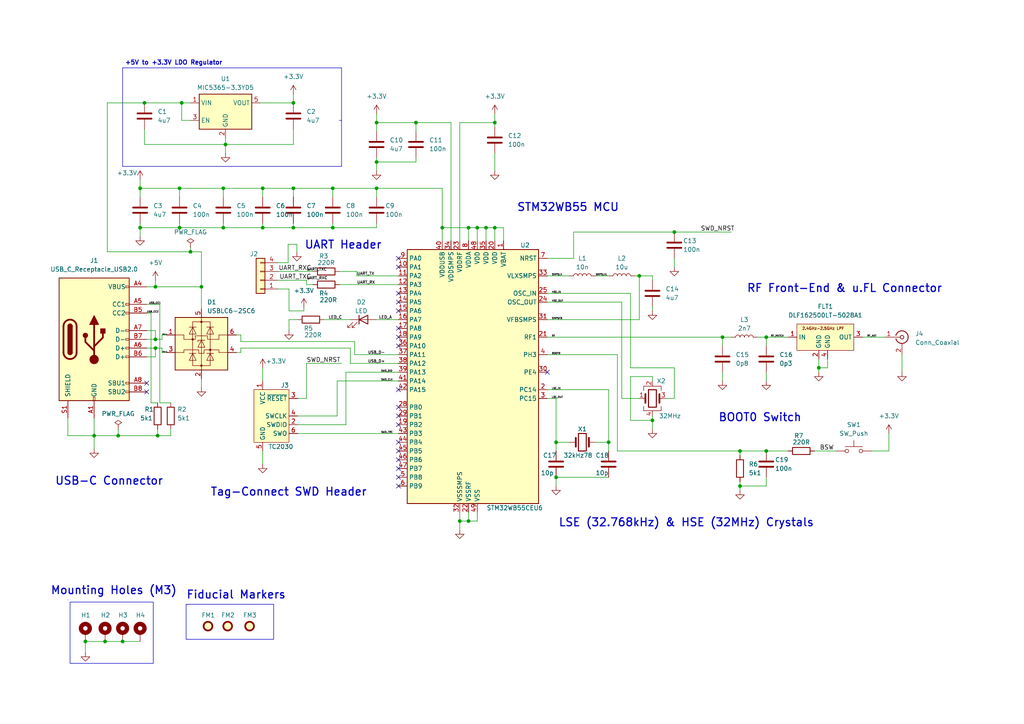
<source format=kicad_sch>
(kicad_sch (version 20230121) (generator eeschema)

  (uuid 5fbfc7fa-fc3f-4131-a04c-8841e6bcc9eb)

  (paper "A4")

  (title_block
    (title "STM32 BLE")
    (date "2024-03-25")
    (rev "v0.1")
    (company "TFR")
  )

  (lib_symbols
    (symbol "Connector:Conn_ARM_SWD_TagConnect_TC2030" (in_bom no) (on_board yes)
      (property "Reference" "J" (at 2.54 11.43 0)
        (effects (font (size 1.27 1.27)))
      )
      (property "Value" "Conn_ARM_SWD_TagConnect_TC2030" (at 5.08 8.89 0)
        (effects (font (size 1.27 1.27)))
      )
      (property "Footprint" "Connector:Tag-Connect_TC2030-IDC-FP_2x03_P1.27mm_Vertical" (at 0 -17.78 0)
        (effects (font (size 1.27 1.27)) hide)
      )
      (property "Datasheet" "https://www.tag-connect.com/wp-content/uploads/bsk-pdf-manager/TC2030-CTX_1.pdf" (at 0 -15.24 0)
        (effects (font (size 1.27 1.27)) hide)
      )
      (property "ki_keywords" "Cortex Debug Connector ARM SWD JTAG" (at 0 0 0)
        (effects (font (size 1.27 1.27)) hide)
      )
      (property "ki_description" "Tag-Connect ARM Cortex SWD JTAG connector, 6 pin" (at 0 0 0)
        (effects (font (size 1.27 1.27)) hide)
      )
      (property "ki_fp_filters" "*TC2030*" (at 0 0 0)
        (effects (font (size 1.27 1.27)) hide)
      )
      (symbol "Conn_ARM_SWD_TagConnect_TC2030_0_0"
        (pin power_in line (at -2.54 10.16 270) (length 2.54)
          (name "VCC" (effects (font (size 1.27 1.27))))
          (number "1" (effects (font (size 1.27 1.27))))
        )
        (pin bidirectional line (at 7.62 -2.54 180) (length 2.54)
          (name "SWDIO" (effects (font (size 1.27 1.27))))
          (number "2" (effects (font (size 1.27 1.27))))
          (alternate "TMS" bidirectional line)
        )
        (pin open_collector line (at 7.62 5.08 180) (length 2.54)
          (name "~{RESET}" (effects (font (size 1.27 1.27))))
          (number "3" (effects (font (size 1.27 1.27))))
        )
        (pin output line (at 7.62 0 180) (length 2.54)
          (name "SWCLK" (effects (font (size 1.27 1.27))))
          (number "4" (effects (font (size 1.27 1.27))))
          (alternate "TCK" output line)
        )
        (pin power_in line (at -2.54 -10.16 90) (length 2.54)
          (name "GND" (effects (font (size 1.27 1.27))))
          (number "5" (effects (font (size 1.27 1.27))))
        )
        (pin input line (at 7.62 -5.08 180) (length 2.54)
          (name "SWO" (effects (font (size 1.27 1.27))))
          (number "6" (effects (font (size 1.27 1.27))))
          (alternate "TDO" input line)
        )
      )
      (symbol "Conn_ARM_SWD_TagConnect_TC2030_0_1"
        (rectangle (start -5.08 7.62) (end 5.08 -7.62)
          (stroke (width 0) (type default))
          (fill (type background))
        )
      )
    )
    (symbol "Connector:Conn_Coaxial" (pin_names (offset 1.016) hide) (in_bom yes) (on_board yes)
      (property "Reference" "J" (at 0.254 3.048 0)
        (effects (font (size 1.27 1.27)))
      )
      (property "Value" "Conn_Coaxial" (at 2.921 0 90)
        (effects (font (size 1.27 1.27)))
      )
      (property "Footprint" "" (at 0 0 0)
        (effects (font (size 1.27 1.27)) hide)
      )
      (property "Datasheet" " ~" (at 0 0 0)
        (effects (font (size 1.27 1.27)) hide)
      )
      (property "ki_keywords" "BNC SMA SMB SMC LEMO coaxial connector CINCH RCA" (at 0 0 0)
        (effects (font (size 1.27 1.27)) hide)
      )
      (property "ki_description" "coaxial connector (BNC, SMA, SMB, SMC, Cinch/RCA, LEMO, ...)" (at 0 0 0)
        (effects (font (size 1.27 1.27)) hide)
      )
      (property "ki_fp_filters" "*BNC* *SMA* *SMB* *SMC* *Cinch* *LEMO*" (at 0 0 0)
        (effects (font (size 1.27 1.27)) hide)
      )
      (symbol "Conn_Coaxial_0_1"
        (arc (start -1.778 -0.508) (mid 0.2311 -1.8066) (end 1.778 0)
          (stroke (width 0.254) (type default))
          (fill (type none))
        )
        (polyline
          (pts
            (xy -2.54 0)
            (xy -0.508 0)
          )
          (stroke (width 0) (type default))
          (fill (type none))
        )
        (polyline
          (pts
            (xy 0 -2.54)
            (xy 0 -1.778)
          )
          (stroke (width 0) (type default))
          (fill (type none))
        )
        (circle (center 0 0) (radius 0.508)
          (stroke (width 0.2032) (type default))
          (fill (type none))
        )
        (arc (start 1.778 0) (mid 0.2099 1.8101) (end -1.778 0.508)
          (stroke (width 0.254) (type default))
          (fill (type none))
        )
      )
      (symbol "Conn_Coaxial_1_1"
        (pin passive line (at -5.08 0 0) (length 2.54)
          (name "In" (effects (font (size 1.27 1.27))))
          (number "1" (effects (font (size 1.27 1.27))))
        )
        (pin passive line (at 0 -5.08 90) (length 2.54)
          (name "Ext" (effects (font (size 1.27 1.27))))
          (number "2" (effects (font (size 1.27 1.27))))
        )
      )
    )
    (symbol "Connector:USB_C_Receptacle_USB2.0" (pin_names (offset 1.016)) (in_bom yes) (on_board yes)
      (property "Reference" "J" (at -10.16 19.05 0)
        (effects (font (size 1.27 1.27)) (justify left))
      )
      (property "Value" "USB_C_Receptacle_USB2.0" (at 19.05 19.05 0)
        (effects (font (size 1.27 1.27)) (justify right))
      )
      (property "Footprint" "" (at 3.81 0 0)
        (effects (font (size 1.27 1.27)) hide)
      )
      (property "Datasheet" "https://www.usb.org/sites/default/files/documents/usb_type-c.zip" (at 3.81 0 0)
        (effects (font (size 1.27 1.27)) hide)
      )
      (property "ki_keywords" "usb universal serial bus type-C USB2.0" (at 0 0 0)
        (effects (font (size 1.27 1.27)) hide)
      )
      (property "ki_description" "USB 2.0-only Type-C Receptacle connector" (at 0 0 0)
        (effects (font (size 1.27 1.27)) hide)
      )
      (property "ki_fp_filters" "USB*C*Receptacle*" (at 0 0 0)
        (effects (font (size 1.27 1.27)) hide)
      )
      (symbol "USB_C_Receptacle_USB2.0_0_0"
        (rectangle (start -0.254 -17.78) (end 0.254 -16.764)
          (stroke (width 0) (type default))
          (fill (type none))
        )
        (rectangle (start 10.16 -14.986) (end 9.144 -15.494)
          (stroke (width 0) (type default))
          (fill (type none))
        )
        (rectangle (start 10.16 -12.446) (end 9.144 -12.954)
          (stroke (width 0) (type default))
          (fill (type none))
        )
        (rectangle (start 10.16 -4.826) (end 9.144 -5.334)
          (stroke (width 0) (type default))
          (fill (type none))
        )
        (rectangle (start 10.16 -2.286) (end 9.144 -2.794)
          (stroke (width 0) (type default))
          (fill (type none))
        )
        (rectangle (start 10.16 0.254) (end 9.144 -0.254)
          (stroke (width 0) (type default))
          (fill (type none))
        )
        (rectangle (start 10.16 2.794) (end 9.144 2.286)
          (stroke (width 0) (type default))
          (fill (type none))
        )
        (rectangle (start 10.16 7.874) (end 9.144 7.366)
          (stroke (width 0) (type default))
          (fill (type none))
        )
        (rectangle (start 10.16 10.414) (end 9.144 9.906)
          (stroke (width 0) (type default))
          (fill (type none))
        )
        (rectangle (start 10.16 15.494) (end 9.144 14.986)
          (stroke (width 0) (type default))
          (fill (type none))
        )
      )
      (symbol "USB_C_Receptacle_USB2.0_0_1"
        (rectangle (start -10.16 17.78) (end 10.16 -17.78)
          (stroke (width 0.254) (type default))
          (fill (type background))
        )
        (arc (start -8.89 -3.81) (mid -6.985 -5.7067) (end -5.08 -3.81)
          (stroke (width 0.508) (type default))
          (fill (type none))
        )
        (arc (start -7.62 -3.81) (mid -6.985 -4.4423) (end -6.35 -3.81)
          (stroke (width 0.254) (type default))
          (fill (type none))
        )
        (arc (start -7.62 -3.81) (mid -6.985 -4.4423) (end -6.35 -3.81)
          (stroke (width 0.254) (type default))
          (fill (type outline))
        )
        (rectangle (start -7.62 -3.81) (end -6.35 3.81)
          (stroke (width 0.254) (type default))
          (fill (type outline))
        )
        (arc (start -6.35 3.81) (mid -6.985 4.4423) (end -7.62 3.81)
          (stroke (width 0.254) (type default))
          (fill (type none))
        )
        (arc (start -6.35 3.81) (mid -6.985 4.4423) (end -7.62 3.81)
          (stroke (width 0.254) (type default))
          (fill (type outline))
        )
        (arc (start -5.08 3.81) (mid -6.985 5.7067) (end -8.89 3.81)
          (stroke (width 0.508) (type default))
          (fill (type none))
        )
        (circle (center -2.54 1.143) (radius 0.635)
          (stroke (width 0.254) (type default))
          (fill (type outline))
        )
        (circle (center 0 -5.842) (radius 1.27)
          (stroke (width 0) (type default))
          (fill (type outline))
        )
        (polyline
          (pts
            (xy -8.89 -3.81)
            (xy -8.89 3.81)
          )
          (stroke (width 0.508) (type default))
          (fill (type none))
        )
        (polyline
          (pts
            (xy -5.08 3.81)
            (xy -5.08 -3.81)
          )
          (stroke (width 0.508) (type default))
          (fill (type none))
        )
        (polyline
          (pts
            (xy 0 -5.842)
            (xy 0 4.318)
          )
          (stroke (width 0.508) (type default))
          (fill (type none))
        )
        (polyline
          (pts
            (xy 0 -3.302)
            (xy -2.54 -0.762)
            (xy -2.54 0.508)
          )
          (stroke (width 0.508) (type default))
          (fill (type none))
        )
        (polyline
          (pts
            (xy 0 -2.032)
            (xy 2.54 0.508)
            (xy 2.54 1.778)
          )
          (stroke (width 0.508) (type default))
          (fill (type none))
        )
        (polyline
          (pts
            (xy -1.27 4.318)
            (xy 0 6.858)
            (xy 1.27 4.318)
            (xy -1.27 4.318)
          )
          (stroke (width 0.254) (type default))
          (fill (type outline))
        )
        (rectangle (start 1.905 1.778) (end 3.175 3.048)
          (stroke (width 0.254) (type default))
          (fill (type outline))
        )
      )
      (symbol "USB_C_Receptacle_USB2.0_1_1"
        (pin passive line (at 0 -22.86 90) (length 5.08)
          (name "GND" (effects (font (size 1.27 1.27))))
          (number "A1" (effects (font (size 1.27 1.27))))
        )
        (pin passive line (at 0 -22.86 90) (length 5.08) hide
          (name "GND" (effects (font (size 1.27 1.27))))
          (number "A12" (effects (font (size 1.27 1.27))))
        )
        (pin passive line (at 15.24 15.24 180) (length 5.08)
          (name "VBUS" (effects (font (size 1.27 1.27))))
          (number "A4" (effects (font (size 1.27 1.27))))
        )
        (pin bidirectional line (at 15.24 10.16 180) (length 5.08)
          (name "CC1" (effects (font (size 1.27 1.27))))
          (number "A5" (effects (font (size 1.27 1.27))))
        )
        (pin bidirectional line (at 15.24 -2.54 180) (length 5.08)
          (name "D+" (effects (font (size 1.27 1.27))))
          (number "A6" (effects (font (size 1.27 1.27))))
        )
        (pin bidirectional line (at 15.24 2.54 180) (length 5.08)
          (name "D-" (effects (font (size 1.27 1.27))))
          (number "A7" (effects (font (size 1.27 1.27))))
        )
        (pin bidirectional line (at 15.24 -12.7 180) (length 5.08)
          (name "SBU1" (effects (font (size 1.27 1.27))))
          (number "A8" (effects (font (size 1.27 1.27))))
        )
        (pin passive line (at 15.24 15.24 180) (length 5.08) hide
          (name "VBUS" (effects (font (size 1.27 1.27))))
          (number "A9" (effects (font (size 1.27 1.27))))
        )
        (pin passive line (at 0 -22.86 90) (length 5.08) hide
          (name "GND" (effects (font (size 1.27 1.27))))
          (number "B1" (effects (font (size 1.27 1.27))))
        )
        (pin passive line (at 0 -22.86 90) (length 5.08) hide
          (name "GND" (effects (font (size 1.27 1.27))))
          (number "B12" (effects (font (size 1.27 1.27))))
        )
        (pin passive line (at 15.24 15.24 180) (length 5.08) hide
          (name "VBUS" (effects (font (size 1.27 1.27))))
          (number "B4" (effects (font (size 1.27 1.27))))
        )
        (pin bidirectional line (at 15.24 7.62 180) (length 5.08)
          (name "CC2" (effects (font (size 1.27 1.27))))
          (number "B5" (effects (font (size 1.27 1.27))))
        )
        (pin bidirectional line (at 15.24 -5.08 180) (length 5.08)
          (name "D+" (effects (font (size 1.27 1.27))))
          (number "B6" (effects (font (size 1.27 1.27))))
        )
        (pin bidirectional line (at 15.24 0 180) (length 5.08)
          (name "D-" (effects (font (size 1.27 1.27))))
          (number "B7" (effects (font (size 1.27 1.27))))
        )
        (pin bidirectional line (at 15.24 -15.24 180) (length 5.08)
          (name "SBU2" (effects (font (size 1.27 1.27))))
          (number "B8" (effects (font (size 1.27 1.27))))
        )
        (pin passive line (at 15.24 15.24 180) (length 5.08) hide
          (name "VBUS" (effects (font (size 1.27 1.27))))
          (number "B9" (effects (font (size 1.27 1.27))))
        )
        (pin passive line (at -7.62 -22.86 90) (length 5.08)
          (name "SHIELD" (effects (font (size 1.27 1.27))))
          (number "S1" (effects (font (size 1.27 1.27))))
        )
      )
    )
    (symbol "Connector_Generic:Conn_01x04" (pin_names (offset 1.016) hide) (in_bom yes) (on_board yes)
      (property "Reference" "J" (at 0 5.08 0)
        (effects (font (size 1.27 1.27)))
      )
      (property "Value" "Conn_01x04" (at 0 -7.62 0)
        (effects (font (size 1.27 1.27)))
      )
      (property "Footprint" "" (at 0 0 0)
        (effects (font (size 1.27 1.27)) hide)
      )
      (property "Datasheet" "~" (at 0 0 0)
        (effects (font (size 1.27 1.27)) hide)
      )
      (property "ki_keywords" "connector" (at 0 0 0)
        (effects (font (size 1.27 1.27)) hide)
      )
      (property "ki_description" "Generic connector, single row, 01x04, script generated (kicad-library-utils/schlib/autogen/connector/)" (at 0 0 0)
        (effects (font (size 1.27 1.27)) hide)
      )
      (property "ki_fp_filters" "Connector*:*_1x??_*" (at 0 0 0)
        (effects (font (size 1.27 1.27)) hide)
      )
      (symbol "Conn_01x04_1_1"
        (rectangle (start -1.27 -4.953) (end 0 -5.207)
          (stroke (width 0.1524) (type default))
          (fill (type none))
        )
        (rectangle (start -1.27 -2.413) (end 0 -2.667)
          (stroke (width 0.1524) (type default))
          (fill (type none))
        )
        (rectangle (start -1.27 0.127) (end 0 -0.127)
          (stroke (width 0.1524) (type default))
          (fill (type none))
        )
        (rectangle (start -1.27 2.667) (end 0 2.413)
          (stroke (width 0.1524) (type default))
          (fill (type none))
        )
        (rectangle (start -1.27 3.81) (end 1.27 -6.35)
          (stroke (width 0.254) (type default))
          (fill (type background))
        )
        (pin passive line (at -5.08 2.54 0) (length 3.81)
          (name "Pin_1" (effects (font (size 1.27 1.27))))
          (number "1" (effects (font (size 1.27 1.27))))
        )
        (pin passive line (at -5.08 0 0) (length 3.81)
          (name "Pin_2" (effects (font (size 1.27 1.27))))
          (number "2" (effects (font (size 1.27 1.27))))
        )
        (pin passive line (at -5.08 -2.54 0) (length 3.81)
          (name "Pin_3" (effects (font (size 1.27 1.27))))
          (number "3" (effects (font (size 1.27 1.27))))
        )
        (pin passive line (at -5.08 -5.08 0) (length 3.81)
          (name "Pin_4" (effects (font (size 1.27 1.27))))
          (number "4" (effects (font (size 1.27 1.27))))
        )
      )
    )
    (symbol "Device:C" (pin_numbers hide) (pin_names (offset 0.254)) (in_bom yes) (on_board yes)
      (property "Reference" "C" (at 0.635 2.54 0)
        (effects (font (size 1.27 1.27)) (justify left))
      )
      (property "Value" "C" (at 0.635 -2.54 0)
        (effects (font (size 1.27 1.27)) (justify left))
      )
      (property "Footprint" "" (at 0.9652 -3.81 0)
        (effects (font (size 1.27 1.27)) hide)
      )
      (property "Datasheet" "~" (at 0 0 0)
        (effects (font (size 1.27 1.27)) hide)
      )
      (property "ki_keywords" "cap capacitor" (at 0 0 0)
        (effects (font (size 1.27 1.27)) hide)
      )
      (property "ki_description" "Unpolarized capacitor" (at 0 0 0)
        (effects (font (size 1.27 1.27)) hide)
      )
      (property "ki_fp_filters" "C_*" (at 0 0 0)
        (effects (font (size 1.27 1.27)) hide)
      )
      (symbol "C_0_1"
        (polyline
          (pts
            (xy -2.032 -0.762)
            (xy 2.032 -0.762)
          )
          (stroke (width 0.508) (type default))
          (fill (type none))
        )
        (polyline
          (pts
            (xy -2.032 0.762)
            (xy 2.032 0.762)
          )
          (stroke (width 0.508) (type default))
          (fill (type none))
        )
      )
      (symbol "C_1_1"
        (pin passive line (at 0 3.81 270) (length 2.794)
          (name "~" (effects (font (size 1.27 1.27))))
          (number "1" (effects (font (size 1.27 1.27))))
        )
        (pin passive line (at 0 -3.81 90) (length 2.794)
          (name "~" (effects (font (size 1.27 1.27))))
          (number "2" (effects (font (size 1.27 1.27))))
        )
      )
    )
    (symbol "Device:Crystal" (pin_numbers hide) (pin_names (offset 1.016) hide) (in_bom yes) (on_board yes)
      (property "Reference" "Y" (at 0 3.81 0)
        (effects (font (size 1.27 1.27)))
      )
      (property "Value" "Crystal" (at 0 -3.81 0)
        (effects (font (size 1.27 1.27)))
      )
      (property "Footprint" "" (at 0 0 0)
        (effects (font (size 1.27 1.27)) hide)
      )
      (property "Datasheet" "~" (at 0 0 0)
        (effects (font (size 1.27 1.27)) hide)
      )
      (property "ki_keywords" "quartz ceramic resonator oscillator" (at 0 0 0)
        (effects (font (size 1.27 1.27)) hide)
      )
      (property "ki_description" "Two pin crystal" (at 0 0 0)
        (effects (font (size 1.27 1.27)) hide)
      )
      (property "ki_fp_filters" "Crystal*" (at 0 0 0)
        (effects (font (size 1.27 1.27)) hide)
      )
      (symbol "Crystal_0_1"
        (rectangle (start -1.143 2.54) (end 1.143 -2.54)
          (stroke (width 0.3048) (type default))
          (fill (type none))
        )
        (polyline
          (pts
            (xy -2.54 0)
            (xy -1.905 0)
          )
          (stroke (width 0) (type default))
          (fill (type none))
        )
        (polyline
          (pts
            (xy -1.905 -1.27)
            (xy -1.905 1.27)
          )
          (stroke (width 0.508) (type default))
          (fill (type none))
        )
        (polyline
          (pts
            (xy 1.905 -1.27)
            (xy 1.905 1.27)
          )
          (stroke (width 0.508) (type default))
          (fill (type none))
        )
        (polyline
          (pts
            (xy 2.54 0)
            (xy 1.905 0)
          )
          (stroke (width 0) (type default))
          (fill (type none))
        )
      )
      (symbol "Crystal_1_1"
        (pin passive line (at -3.81 0 0) (length 1.27)
          (name "1" (effects (font (size 1.27 1.27))))
          (number "1" (effects (font (size 1.27 1.27))))
        )
        (pin passive line (at 3.81 0 180) (length 1.27)
          (name "2" (effects (font (size 1.27 1.27))))
          (number "2" (effects (font (size 1.27 1.27))))
        )
      )
    )
    (symbol "Device:Crystal_GND24" (pin_names (offset 1.016) hide) (in_bom yes) (on_board yes)
      (property "Reference" "Y" (at 3.175 5.08 0)
        (effects (font (size 1.27 1.27)) (justify left))
      )
      (property "Value" "Crystal_GND24" (at 3.175 3.175 0)
        (effects (font (size 1.27 1.27)) (justify left))
      )
      (property "Footprint" "" (at 0 0 0)
        (effects (font (size 1.27 1.27)) hide)
      )
      (property "Datasheet" "~" (at 0 0 0)
        (effects (font (size 1.27 1.27)) hide)
      )
      (property "ki_keywords" "quartz ceramic resonator oscillator" (at 0 0 0)
        (effects (font (size 1.27 1.27)) hide)
      )
      (property "ki_description" "Four pin crystal, GND on pins 2 and 4" (at 0 0 0)
        (effects (font (size 1.27 1.27)) hide)
      )
      (property "ki_fp_filters" "Crystal*" (at 0 0 0)
        (effects (font (size 1.27 1.27)) hide)
      )
      (symbol "Crystal_GND24_0_1"
        (rectangle (start -1.143 2.54) (end 1.143 -2.54)
          (stroke (width 0.3048) (type default))
          (fill (type none))
        )
        (polyline
          (pts
            (xy -2.54 0)
            (xy -2.032 0)
          )
          (stroke (width 0) (type default))
          (fill (type none))
        )
        (polyline
          (pts
            (xy -2.032 -1.27)
            (xy -2.032 1.27)
          )
          (stroke (width 0.508) (type default))
          (fill (type none))
        )
        (polyline
          (pts
            (xy 0 -3.81)
            (xy 0 -3.556)
          )
          (stroke (width 0) (type default))
          (fill (type none))
        )
        (polyline
          (pts
            (xy 0 3.556)
            (xy 0 3.81)
          )
          (stroke (width 0) (type default))
          (fill (type none))
        )
        (polyline
          (pts
            (xy 2.032 -1.27)
            (xy 2.032 1.27)
          )
          (stroke (width 0.508) (type default))
          (fill (type none))
        )
        (polyline
          (pts
            (xy 2.032 0)
            (xy 2.54 0)
          )
          (stroke (width 0) (type default))
          (fill (type none))
        )
        (polyline
          (pts
            (xy -2.54 -2.286)
            (xy -2.54 -3.556)
            (xy 2.54 -3.556)
            (xy 2.54 -2.286)
          )
          (stroke (width 0) (type default))
          (fill (type none))
        )
        (polyline
          (pts
            (xy -2.54 2.286)
            (xy -2.54 3.556)
            (xy 2.54 3.556)
            (xy 2.54 2.286)
          )
          (stroke (width 0) (type default))
          (fill (type none))
        )
      )
      (symbol "Crystal_GND24_1_1"
        (pin passive line (at -3.81 0 0) (length 1.27)
          (name "1" (effects (font (size 1.27 1.27))))
          (number "1" (effects (font (size 1.27 1.27))))
        )
        (pin passive line (at 0 5.08 270) (length 1.27)
          (name "2" (effects (font (size 1.27 1.27))))
          (number "2" (effects (font (size 1.27 1.27))))
        )
        (pin passive line (at 3.81 0 180) (length 1.27)
          (name "3" (effects (font (size 1.27 1.27))))
          (number "3" (effects (font (size 1.27 1.27))))
        )
        (pin passive line (at 0 -5.08 90) (length 1.27)
          (name "4" (effects (font (size 1.27 1.27))))
          (number "4" (effects (font (size 1.27 1.27))))
        )
      )
    )
    (symbol "Device:L" (pin_numbers hide) (pin_names (offset 1.016) hide) (in_bom yes) (on_board yes)
      (property "Reference" "L" (at -1.27 0 90)
        (effects (font (size 1.27 1.27)))
      )
      (property "Value" "L" (at 1.905 0 90)
        (effects (font (size 1.27 1.27)))
      )
      (property "Footprint" "" (at 0 0 0)
        (effects (font (size 1.27 1.27)) hide)
      )
      (property "Datasheet" "~" (at 0 0 0)
        (effects (font (size 1.27 1.27)) hide)
      )
      (property "ki_keywords" "inductor choke coil reactor magnetic" (at 0 0 0)
        (effects (font (size 1.27 1.27)) hide)
      )
      (property "ki_description" "Inductor" (at 0 0 0)
        (effects (font (size 1.27 1.27)) hide)
      )
      (property "ki_fp_filters" "Choke_* *Coil* Inductor_* L_*" (at 0 0 0)
        (effects (font (size 1.27 1.27)) hide)
      )
      (symbol "L_0_1"
        (arc (start 0 -2.54) (mid 0.6323 -1.905) (end 0 -1.27)
          (stroke (width 0) (type default))
          (fill (type none))
        )
        (arc (start 0 -1.27) (mid 0.6323 -0.635) (end 0 0)
          (stroke (width 0) (type default))
          (fill (type none))
        )
        (arc (start 0 0) (mid 0.6323 0.635) (end 0 1.27)
          (stroke (width 0) (type default))
          (fill (type none))
        )
        (arc (start 0 1.27) (mid 0.6323 1.905) (end 0 2.54)
          (stroke (width 0) (type default))
          (fill (type none))
        )
      )
      (symbol "L_1_1"
        (pin passive line (at 0 3.81 270) (length 1.27)
          (name "1" (effects (font (size 1.27 1.27))))
          (number "1" (effects (font (size 1.27 1.27))))
        )
        (pin passive line (at 0 -3.81 90) (length 1.27)
          (name "2" (effects (font (size 1.27 1.27))))
          (number "2" (effects (font (size 1.27 1.27))))
        )
      )
    )
    (symbol "Device:LED" (pin_numbers hide) (pin_names (offset 1.016) hide) (in_bom yes) (on_board yes)
      (property "Reference" "D" (at 0 2.54 0)
        (effects (font (size 1.27 1.27)))
      )
      (property "Value" "LED" (at 0 -2.54 0)
        (effects (font (size 1.27 1.27)))
      )
      (property "Footprint" "" (at 0 0 0)
        (effects (font (size 1.27 1.27)) hide)
      )
      (property "Datasheet" "~" (at 0 0 0)
        (effects (font (size 1.27 1.27)) hide)
      )
      (property "ki_keywords" "LED diode" (at 0 0 0)
        (effects (font (size 1.27 1.27)) hide)
      )
      (property "ki_description" "Light emitting diode" (at 0 0 0)
        (effects (font (size 1.27 1.27)) hide)
      )
      (property "ki_fp_filters" "LED* LED_SMD:* LED_THT:*" (at 0 0 0)
        (effects (font (size 1.27 1.27)) hide)
      )
      (symbol "LED_0_1"
        (polyline
          (pts
            (xy -1.27 -1.27)
            (xy -1.27 1.27)
          )
          (stroke (width 0.254) (type default))
          (fill (type none))
        )
        (polyline
          (pts
            (xy -1.27 0)
            (xy 1.27 0)
          )
          (stroke (width 0) (type default))
          (fill (type none))
        )
        (polyline
          (pts
            (xy 1.27 -1.27)
            (xy 1.27 1.27)
            (xy -1.27 0)
            (xy 1.27 -1.27)
          )
          (stroke (width 0.254) (type default))
          (fill (type none))
        )
        (polyline
          (pts
            (xy -3.048 -0.762)
            (xy -4.572 -2.286)
            (xy -3.81 -2.286)
            (xy -4.572 -2.286)
            (xy -4.572 -1.524)
          )
          (stroke (width 0) (type default))
          (fill (type none))
        )
        (polyline
          (pts
            (xy -1.778 -0.762)
            (xy -3.302 -2.286)
            (xy -2.54 -2.286)
            (xy -3.302 -2.286)
            (xy -3.302 -1.524)
          )
          (stroke (width 0) (type default))
          (fill (type none))
        )
      )
      (symbol "LED_1_1"
        (pin passive line (at -3.81 0 0) (length 2.54)
          (name "K" (effects (font (size 1.27 1.27))))
          (number "1" (effects (font (size 1.27 1.27))))
        )
        (pin passive line (at 3.81 0 180) (length 2.54)
          (name "A" (effects (font (size 1.27 1.27))))
          (number "2" (effects (font (size 1.27 1.27))))
        )
      )
    )
    (symbol "Device:R" (pin_numbers hide) (pin_names (offset 0)) (in_bom yes) (on_board yes)
      (property "Reference" "R" (at 2.032 0 90)
        (effects (font (size 1.27 1.27)))
      )
      (property "Value" "R" (at 0 0 90)
        (effects (font (size 1.27 1.27)))
      )
      (property "Footprint" "" (at -1.778 0 90)
        (effects (font (size 1.27 1.27)) hide)
      )
      (property "Datasheet" "~" (at 0 0 0)
        (effects (font (size 1.27 1.27)) hide)
      )
      (property "ki_keywords" "R res resistor" (at 0 0 0)
        (effects (font (size 1.27 1.27)) hide)
      )
      (property "ki_description" "Resistor" (at 0 0 0)
        (effects (font (size 1.27 1.27)) hide)
      )
      (property "ki_fp_filters" "R_*" (at 0 0 0)
        (effects (font (size 1.27 1.27)) hide)
      )
      (symbol "R_0_1"
        (rectangle (start -1.016 -2.54) (end 1.016 2.54)
          (stroke (width 0.254) (type default))
          (fill (type none))
        )
      )
      (symbol "R_1_1"
        (pin passive line (at 0 3.81 270) (length 1.27)
          (name "~" (effects (font (size 1.27 1.27))))
          (number "1" (effects (font (size 1.27 1.27))))
        )
        (pin passive line (at 0 -3.81 90) (length 1.27)
          (name "~" (effects (font (size 1.27 1.27))))
          (number "2" (effects (font (size 1.27 1.27))))
        )
      )
    )
    (symbol "Lowpassfilter_PhilsLab:DLF162500LT-5028A1" (in_bom yes) (on_board yes)
      (property "Reference" "FLT" (at 0 5.08 0)
        (effects (font (size 1.27 1.27)))
      )
      (property "Value" "DLF162500LT-5028A1" (at 12.7 -5.08 0)
        (effects (font (size 1.27 1.27)))
      )
      (property "Footprint" "Lowpassfilter_PhilsLab:DLF162500LT-5028A1" (at 24.13 -7.62 0)
        (effects (font (size 1.27 1.27)) hide)
      )
      (property "Datasheet" "" (at -2.54 0 0)
        (effects (font (size 1.27 1.27)) hide)
      )
      (symbol "DLF162500LT-5028A1_0_0"
        (pin passive line (at -10.16 0 0) (length 2.54)
          (name "IN" (effects (font (size 1.27 1.27))))
          (number "1" (effects (font (size 1.27 1.27))))
        )
        (pin passive line (at -1.27 -6.35 90) (length 2.54)
          (name "GND" (effects (font (size 1.27 1.27))))
          (number "2" (effects (font (size 1.27 1.27))))
        )
        (pin passive line (at 11.43 0 180) (length 2.54)
          (name "OUT" (effects (font (size 1.27 1.27))))
          (number "3" (effects (font (size 1.27 1.27))))
        )
        (pin passive line (at 1.27 -6.35 90) (length 2.54)
          (name "GND" (effects (font (size 1.27 1.27))))
          (number "4" (effects (font (size 1.27 1.27))))
        )
      )
      (symbol "DLF162500LT-5028A1_1_1"
        (rectangle (start -7.62 3.81) (end 8.89 -3.81)
          (stroke (width 0) (type default))
          (fill (type background))
        )
        (text "2.4GHz-2.5GHz LPF\n" (at 0 2.54 0)
          (effects (font (size 0.8 0.8)))
        )
      )
    )
    (symbol "MCU_ST_STM32WB:STM32WB55CEUx" (in_bom yes) (on_board yes)
      (property "Reference" "U" (at -17.78 39.37 0)
        (effects (font (size 1.27 1.27)) (justify left))
      )
      (property "Value" "STM32WB55CEUx" (at 12.7 39.37 0)
        (effects (font (size 1.27 1.27)) (justify left))
      )
      (property "Footprint" "Package_DFN_QFN:QFN-48-1EP_7x7mm_P0.5mm_EP5.6x5.6mm" (at -17.78 -35.56 0)
        (effects (font (size 1.27 1.27)) (justify right) hide)
      )
      (property "Datasheet" "https://www.st.com/resource/en/datasheet/stm32wb55ce.pdf" (at 0 0 0)
        (effects (font (size 1.27 1.27)) hide)
      )
      (property "ki_locked" "" (at 0 0 0)
        (effects (font (size 1.27 1.27)))
      )
      (property "ki_keywords" "Arm Cortex-M4 STM32WB STM32WBx5" (at 0 0 0)
        (effects (font (size 1.27 1.27)) hide)
      )
      (property "ki_description" "STMicroelectronics Arm Cortex-M4 MCU, 512KB flash, 256KB RAM, 64 MHz, 1.71-3.6V, 30 GPIO, UFQFPN48" (at 0 0 0)
        (effects (font (size 1.27 1.27)) hide)
      )
      (property "ki_fp_filters" "QFN*1EP*7x7mm*P0.5mm*" (at 0 0 0)
        (effects (font (size 1.27 1.27)) hide)
      )
      (symbol "STM32WB55CEUx_0_1"
        (rectangle (start -17.78 -35.56) (end 20.32 38.1)
          (stroke (width 0.254) (type default))
          (fill (type background))
        )
      )
      (symbol "STM32WB55CEUx_1_1"
        (pin power_in line (at -7.62 40.64 270) (length 2.54)
          (name "VBAT" (effects (font (size 1.27 1.27))))
          (number "1" (effects (font (size 1.27 1.27))))
        )
        (pin bidirectional line (at 22.86 33.02 180) (length 2.54)
          (name "PA1" (effects (font (size 1.27 1.27))))
          (number "10" (effects (font (size 1.27 1.27))))
          (alternate "ADC1_IN6" bidirectional line)
          (alternate "COMP1_INP" bidirectional line)
          (alternate "I2C1_SMBA" bidirectional line)
          (alternate "LCD_SEG0" bidirectional line)
          (alternate "SPI1_SCK" bidirectional line)
          (alternate "TIM2_CH2" bidirectional line)
        )
        (pin bidirectional line (at 22.86 30.48 180) (length 2.54)
          (name "PA2" (effects (font (size 1.27 1.27))))
          (number "11" (effects (font (size 1.27 1.27))))
          (alternate "ADC1_IN7" bidirectional line)
          (alternate "COMP2_INM" bidirectional line)
          (alternate "COMP2_OUT" bidirectional line)
          (alternate "LCD_SEG1" bidirectional line)
          (alternate "LPUART1_TX" bidirectional line)
          (alternate "QUADSPI_BK1_NCS" bidirectional line)
          (alternate "RCC_LSCO" bidirectional line)
          (alternate "SYS_WKUP4" bidirectional line)
          (alternate "TIM2_CH3" bidirectional line)
        )
        (pin bidirectional line (at 22.86 27.94 180) (length 2.54)
          (name "PA3" (effects (font (size 1.27 1.27))))
          (number "12" (effects (font (size 1.27 1.27))))
          (alternate "ADC1_IN8" bidirectional line)
          (alternate "COMP2_INP" bidirectional line)
          (alternate "LCD_SEG2" bidirectional line)
          (alternate "LPUART1_RX" bidirectional line)
          (alternate "QUADSPI_CLK" bidirectional line)
          (alternate "SAI1_CK1" bidirectional line)
          (alternate "SAI1_MCLK_A" bidirectional line)
          (alternate "TIM2_CH4" bidirectional line)
        )
        (pin bidirectional line (at 22.86 25.4 180) (length 2.54)
          (name "PA4" (effects (font (size 1.27 1.27))))
          (number "13" (effects (font (size 1.27 1.27))))
          (alternate "ADC1_IN9" bidirectional line)
          (alternate "COMP1_INM" bidirectional line)
          (alternate "COMP2_INM" bidirectional line)
          (alternate "LCD_SEG5" bidirectional line)
          (alternate "LPTIM2_OUT" bidirectional line)
          (alternate "SAI1_FS_B" bidirectional line)
          (alternate "SPI1_NSS" bidirectional line)
        )
        (pin bidirectional line (at 22.86 22.86 180) (length 2.54)
          (name "PA5" (effects (font (size 1.27 1.27))))
          (number "14" (effects (font (size 1.27 1.27))))
          (alternate "ADC1_IN10" bidirectional line)
          (alternate "COMP1_INM" bidirectional line)
          (alternate "COMP2_INM" bidirectional line)
          (alternate "LPTIM2_ETR" bidirectional line)
          (alternate "SAI1_SD_B" bidirectional line)
          (alternate "SPI1_SCK" bidirectional line)
          (alternate "TIM2_CH1" bidirectional line)
          (alternate "TIM2_ETR" bidirectional line)
        )
        (pin bidirectional line (at 22.86 20.32 180) (length 2.54)
          (name "PA6" (effects (font (size 1.27 1.27))))
          (number "15" (effects (font (size 1.27 1.27))))
          (alternate "ADC1_IN11" bidirectional line)
          (alternate "LCD_SEG3" bidirectional line)
          (alternate "LPUART1_CTS" bidirectional line)
          (alternate "QUADSPI_BK1_IO3" bidirectional line)
          (alternate "SPI1_MISO" bidirectional line)
          (alternate "TIM16_CH1" bidirectional line)
          (alternate "TIM1_BKIN" bidirectional line)
        )
        (pin bidirectional line (at 22.86 17.78 180) (length 2.54)
          (name "PA7" (effects (font (size 1.27 1.27))))
          (number "16" (effects (font (size 1.27 1.27))))
          (alternate "ADC1_IN12" bidirectional line)
          (alternate "COMP2_OUT" bidirectional line)
          (alternate "I2C3_SCL" bidirectional line)
          (alternate "LCD_SEG4" bidirectional line)
          (alternate "QUADSPI_BK1_IO2" bidirectional line)
          (alternate "SPI1_MOSI" bidirectional line)
          (alternate "TIM17_CH1" bidirectional line)
          (alternate "TIM1_CH1N" bidirectional line)
        )
        (pin bidirectional line (at 22.86 15.24 180) (length 2.54)
          (name "PA8" (effects (font (size 1.27 1.27))))
          (number "17" (effects (font (size 1.27 1.27))))
          (alternate "ADC1_IN15" bidirectional line)
          (alternate "LCD_COM0" bidirectional line)
          (alternate "LPTIM2_OUT" bidirectional line)
          (alternate "RCC_MCO" bidirectional line)
          (alternate "SAI1_CK2" bidirectional line)
          (alternate "SAI1_SCK_A" bidirectional line)
          (alternate "TIM1_CH1" bidirectional line)
          (alternate "USART1_CK" bidirectional line)
        )
        (pin bidirectional line (at 22.86 12.7 180) (length 2.54)
          (name "PA9" (effects (font (size 1.27 1.27))))
          (number "18" (effects (font (size 1.27 1.27))))
          (alternate "ADC1_IN16" bidirectional line)
          (alternate "COMP1_INM" bidirectional line)
          (alternate "I2C1_SCL" bidirectional line)
          (alternate "LCD_COM1" bidirectional line)
          (alternate "SAI1_D2" bidirectional line)
          (alternate "SAI1_FS_A" bidirectional line)
          (alternate "TIM1_CH2" bidirectional line)
          (alternate "USART1_TX" bidirectional line)
        )
        (pin bidirectional line (at 22.86 -12.7 180) (length 2.54)
          (name "PB2" (effects (font (size 1.27 1.27))))
          (number "19" (effects (font (size 1.27 1.27))))
          (alternate "COMP1_INP" bidirectional line)
          (alternate "I2C3_SMBA" bidirectional line)
          (alternate "LCD_VLCD" bidirectional line)
          (alternate "LPTIM1_OUT" bidirectional line)
          (alternate "RTC_OUT2" bidirectional line)
          (alternate "SAI1_EXTCLK" bidirectional line)
          (alternate "SPI1_NSS" bidirectional line)
        )
        (pin bidirectional line (at -20.32 -2.54 0) (length 2.54)
          (name "PC14" (effects (font (size 1.27 1.27))))
          (number "2" (effects (font (size 1.27 1.27))))
          (alternate "RCC_OSC32_IN" bidirectional line)
        )
        (pin power_in line (at -5.08 40.64 270) (length 2.54)
          (name "VDD" (effects (font (size 1.27 1.27))))
          (number "20" (effects (font (size 1.27 1.27))))
        )
        (pin bidirectional line (at -20.32 12.7 0) (length 2.54)
          (name "RF1" (effects (font (size 1.27 1.27))))
          (number "21" (effects (font (size 1.27 1.27))))
          (alternate "RF_RF1" bidirectional line)
        )
        (pin power_in line (at 2.54 -38.1 90) (length 2.54)
          (name "VSSRF" (effects (font (size 1.27 1.27))))
          (number "22" (effects (font (size 1.27 1.27))))
        )
        (pin power_in line (at 5.08 40.64 270) (length 2.54)
          (name "VDDRF" (effects (font (size 1.27 1.27))))
          (number "23" (effects (font (size 1.27 1.27))))
        )
        (pin input line (at -20.32 22.86 0) (length 2.54)
          (name "OSC_OUT" (effects (font (size 1.27 1.27))))
          (number "24" (effects (font (size 1.27 1.27))))
          (alternate "RCC_OSC_OUT" bidirectional line)
        )
        (pin input line (at -20.32 25.4 0) (length 2.54)
          (name "OSC_IN" (effects (font (size 1.27 1.27))))
          (number "25" (effects (font (size 1.27 1.27))))
          (alternate "RCC_OSC_IN" bidirectional line)
        )
        (pin no_connect line (at -17.78 -35.56 0) (length 2.54) hide
          (name "AT0" (effects (font (size 1.27 1.27))))
          (number "26" (effects (font (size 1.27 1.27))))
        )
        (pin no_connect line (at -17.78 -33.02 0) (length 2.54) hide
          (name "AT1" (effects (font (size 1.27 1.27))))
          (number "27" (effects (font (size 1.27 1.27))))
        )
        (pin bidirectional line (at 22.86 -7.62 180) (length 2.54)
          (name "PB0" (effects (font (size 1.27 1.27))))
          (number "28" (effects (font (size 1.27 1.27))))
          (alternate "COMP1_OUT" bidirectional line)
          (alternate "RF_TX_MOD_EXT_PA" bidirectional line)
        )
        (pin bidirectional line (at 22.86 -10.16 180) (length 2.54)
          (name "PB1" (effects (font (size 1.27 1.27))))
          (number "29" (effects (font (size 1.27 1.27))))
          (alternate "LPTIM2_IN1" bidirectional line)
          (alternate "LPUART1_DE" bidirectional line)
          (alternate "LPUART1_RTS" bidirectional line)
        )
        (pin bidirectional line (at -20.32 -5.08 0) (length 2.54)
          (name "PC15" (effects (font (size 1.27 1.27))))
          (number "3" (effects (font (size 1.27 1.27))))
          (alternate "ADC1_EXTI15" bidirectional line)
          (alternate "RCC_OSC32_OUT" bidirectional line)
        )
        (pin bidirectional line (at -20.32 2.54 0) (length 2.54)
          (name "PE4" (effects (font (size 1.27 1.27))))
          (number "30" (effects (font (size 1.27 1.27))))
        )
        (pin input line (at -20.32 17.78 0) (length 2.54)
          (name "VFBSMPS" (effects (font (size 1.27 1.27))))
          (number "31" (effects (font (size 1.27 1.27))))
        )
        (pin power_in line (at 5.08 -38.1 90) (length 2.54)
          (name "VSSSMPS" (effects (font (size 1.27 1.27))))
          (number "32" (effects (font (size 1.27 1.27))))
        )
        (pin power_in line (at -20.32 30.48 0) (length 2.54)
          (name "VLXSMPS" (effects (font (size 1.27 1.27))))
          (number "33" (effects (font (size 1.27 1.27))))
        )
        (pin power_in line (at 7.62 40.64 270) (length 2.54)
          (name "VDDSMPS" (effects (font (size 1.27 1.27))))
          (number "34" (effects (font (size 1.27 1.27))))
        )
        (pin power_in line (at -2.54 40.64 270) (length 2.54)
          (name "VDD" (effects (font (size 1.27 1.27))))
          (number "35" (effects (font (size 1.27 1.27))))
        )
        (pin bidirectional line (at 22.86 10.16 180) (length 2.54)
          (name "PA10" (effects (font (size 1.27 1.27))))
          (number "36" (effects (font (size 1.27 1.27))))
          (alternate "CRS_SYNC" bidirectional line)
          (alternate "I2C1_SDA" bidirectional line)
          (alternate "LCD_COM2" bidirectional line)
          (alternate "SAI1_D1" bidirectional line)
          (alternate "SAI1_SD_A" bidirectional line)
          (alternate "TIM17_BKIN" bidirectional line)
          (alternate "TIM1_CH3" bidirectional line)
          (alternate "USART1_RX" bidirectional line)
        )
        (pin bidirectional line (at 22.86 7.62 180) (length 2.54)
          (name "PA11" (effects (font (size 1.27 1.27))))
          (number "37" (effects (font (size 1.27 1.27))))
          (alternate "ADC1_EXTI11" bidirectional line)
          (alternate "SPI1_MISO" bidirectional line)
          (alternate "TIM1_BKIN2" bidirectional line)
          (alternate "TIM1_CH4" bidirectional line)
          (alternate "USART1_CTS" bidirectional line)
          (alternate "USART1_NSS" bidirectional line)
          (alternate "USB_DM" bidirectional line)
        )
        (pin bidirectional line (at 22.86 5.08 180) (length 2.54)
          (name "PA12" (effects (font (size 1.27 1.27))))
          (number "38" (effects (font (size 1.27 1.27))))
          (alternate "LPUART1_RX" bidirectional line)
          (alternate "SPI1_MOSI" bidirectional line)
          (alternate "TIM1_ETR" bidirectional line)
          (alternate "USART1_DE" bidirectional line)
          (alternate "USART1_RTS" bidirectional line)
          (alternate "USB_DP" bidirectional line)
        )
        (pin bidirectional line (at 22.86 2.54 180) (length 2.54)
          (name "PA13" (effects (font (size 1.27 1.27))))
          (number "39" (effects (font (size 1.27 1.27))))
          (alternate "IR_OUT" bidirectional line)
          (alternate "SAI1_SD_B" bidirectional line)
          (alternate "SYS_JTMS-SWDIO" bidirectional line)
          (alternate "USB_NOE" bidirectional line)
        )
        (pin bidirectional line (at -20.32 7.62 0) (length 2.54)
          (name "PH3" (effects (font (size 1.27 1.27))))
          (number "4" (effects (font (size 1.27 1.27))))
          (alternate "RCC_LSCO" bidirectional line)
        )
        (pin power_in line (at 10.16 40.64 270) (length 2.54)
          (name "VDDUSB" (effects (font (size 1.27 1.27))))
          (number "40" (effects (font (size 1.27 1.27))))
        )
        (pin bidirectional line (at 22.86 0 180) (length 2.54)
          (name "PA14" (effects (font (size 1.27 1.27))))
          (number "41" (effects (font (size 1.27 1.27))))
          (alternate "I2C1_SMBA" bidirectional line)
          (alternate "LCD_SEG5" bidirectional line)
          (alternate "LPTIM1_OUT" bidirectional line)
          (alternate "SAI1_FS_B" bidirectional line)
          (alternate "SYS_JTCK-SWCLK" bidirectional line)
        )
        (pin bidirectional line (at 22.86 -2.54 180) (length 2.54)
          (name "PA15" (effects (font (size 1.27 1.27))))
          (number "42" (effects (font (size 1.27 1.27))))
          (alternate "ADC1_EXTI15" bidirectional line)
          (alternate "LCD_SEG17" bidirectional line)
          (alternate "RCC_MCO" bidirectional line)
          (alternate "SPI1_NSS" bidirectional line)
          (alternate "SYS_JTDI" bidirectional line)
          (alternate "TIM2_CH1" bidirectional line)
          (alternate "TIM2_ETR" bidirectional line)
        )
        (pin bidirectional line (at 22.86 -15.24 180) (length 2.54)
          (name "PB3" (effects (font (size 1.27 1.27))))
          (number "43" (effects (font (size 1.27 1.27))))
          (alternate "COMP2_INM" bidirectional line)
          (alternate "LCD_SEG7" bidirectional line)
          (alternate "SAI1_SCK_B" bidirectional line)
          (alternate "SPI1_SCK" bidirectional line)
          (alternate "SYS_JTDO-SWO" bidirectional line)
          (alternate "TIM2_CH2" bidirectional line)
          (alternate "USART1_DE" bidirectional line)
          (alternate "USART1_RTS" bidirectional line)
        )
        (pin bidirectional line (at 22.86 -17.78 180) (length 2.54)
          (name "PB4" (effects (font (size 1.27 1.27))))
          (number "44" (effects (font (size 1.27 1.27))))
          (alternate "COMP2_INP" bidirectional line)
          (alternate "I2C3_SDA" bidirectional line)
          (alternate "LCD_SEG8" bidirectional line)
          (alternate "SAI1_MCLK_B" bidirectional line)
          (alternate "SPI1_MISO" bidirectional line)
          (alternate "SYS_JTRST" bidirectional line)
          (alternate "TIM17_BKIN" bidirectional line)
          (alternate "USART1_CTS" bidirectional line)
          (alternate "USART1_NSS" bidirectional line)
        )
        (pin bidirectional line (at 22.86 -20.32 180) (length 2.54)
          (name "PB5" (effects (font (size 1.27 1.27))))
          (number "45" (effects (font (size 1.27 1.27))))
          (alternate "COMP2_OUT" bidirectional line)
          (alternate "I2C1_SMBA" bidirectional line)
          (alternate "LCD_SEG9" bidirectional line)
          (alternate "LPTIM1_IN1" bidirectional line)
          (alternate "LPUART1_TX" bidirectional line)
          (alternate "SAI1_SD_B" bidirectional line)
          (alternate "SPI1_MOSI" bidirectional line)
          (alternate "TIM16_BKIN" bidirectional line)
          (alternate "USART1_CK" bidirectional line)
        )
        (pin bidirectional line (at 22.86 -22.86 180) (length 2.54)
          (name "PB6" (effects (font (size 1.27 1.27))))
          (number "46" (effects (font (size 1.27 1.27))))
          (alternate "COMP2_INP" bidirectional line)
          (alternate "I2C1_SCL" bidirectional line)
          (alternate "LCD_SEG6" bidirectional line)
          (alternate "LPTIM1_ETR" bidirectional line)
          (alternate "RCC_MCO" bidirectional line)
          (alternate "SAI1_FS_B" bidirectional line)
          (alternate "TIM16_CH1N" bidirectional line)
          (alternate "USART1_TX" bidirectional line)
        )
        (pin bidirectional line (at 22.86 -25.4 180) (length 2.54)
          (name "PB7" (effects (font (size 1.27 1.27))))
          (number "47" (effects (font (size 1.27 1.27))))
          (alternate "COMP2_INM" bidirectional line)
          (alternate "I2C1_SDA" bidirectional line)
          (alternate "LCD_SEG21" bidirectional line)
          (alternate "LPTIM1_IN2" bidirectional line)
          (alternate "SYS_PVD_IN" bidirectional line)
          (alternate "TIM17_CH1N" bidirectional line)
          (alternate "TIM1_BKIN" bidirectional line)
          (alternate "USART1_RX" bidirectional line)
        )
        (pin power_in line (at 0 40.64 270) (length 2.54)
          (name "VDD" (effects (font (size 1.27 1.27))))
          (number "48" (effects (font (size 1.27 1.27))))
        )
        (pin power_in line (at 0 -38.1 90) (length 2.54)
          (name "VSS" (effects (font (size 1.27 1.27))))
          (number "49" (effects (font (size 1.27 1.27))))
        )
        (pin bidirectional line (at 22.86 -27.94 180) (length 2.54)
          (name "PB8" (effects (font (size 1.27 1.27))))
          (number "5" (effects (font (size 1.27 1.27))))
          (alternate "I2C1_SCL" bidirectional line)
          (alternate "LCD_SEG16" bidirectional line)
          (alternate "QUADSPI_BK1_IO1" bidirectional line)
          (alternate "SAI1_CK1" bidirectional line)
          (alternate "SAI1_MCLK_A" bidirectional line)
          (alternate "TIM16_CH1" bidirectional line)
          (alternate "TIM1_CH2N" bidirectional line)
        )
        (pin bidirectional line (at 22.86 -30.48 180) (length 2.54)
          (name "PB9" (effects (font (size 1.27 1.27))))
          (number "6" (effects (font (size 1.27 1.27))))
          (alternate "I2C1_SDA" bidirectional line)
          (alternate "IR_OUT" bidirectional line)
          (alternate "LCD_COM3" bidirectional line)
          (alternate "QUADSPI_BK1_IO0" bidirectional line)
          (alternate "SAI1_D2" bidirectional line)
          (alternate "SAI1_FS_A" bidirectional line)
          (alternate "TIM17_CH1" bidirectional line)
          (alternate "TIM1_CH3N" bidirectional line)
        )
        (pin input line (at -20.32 35.56 0) (length 2.54)
          (name "NRST" (effects (font (size 1.27 1.27))))
          (number "7" (effects (font (size 1.27 1.27))))
        )
        (pin power_in line (at 2.54 40.64 270) (length 2.54)
          (name "VDDA" (effects (font (size 1.27 1.27))))
          (number "8" (effects (font (size 1.27 1.27))))
        )
        (pin bidirectional line (at 22.86 35.56 180) (length 2.54)
          (name "PA0" (effects (font (size 1.27 1.27))))
          (number "9" (effects (font (size 1.27 1.27))))
          (alternate "ADC1_IN5" bidirectional line)
          (alternate "COMP1_INM" bidirectional line)
          (alternate "COMP1_OUT" bidirectional line)
          (alternate "RTC_TAMP2" bidirectional line)
          (alternate "SAI1_EXTCLK" bidirectional line)
          (alternate "SYS_WKUP1" bidirectional line)
          (alternate "TIM2_CH1" bidirectional line)
          (alternate "TIM2_ETR" bidirectional line)
        )
      )
    )
    (symbol "Mechanical:Fiducial" (in_bom yes) (on_board yes)
      (property "Reference" "FID" (at 0 5.08 0)
        (effects (font (size 1.27 1.27)))
      )
      (property "Value" "Fiducial" (at 0 3.175 0)
        (effects (font (size 1.27 1.27)))
      )
      (property "Footprint" "" (at 0 0 0)
        (effects (font (size 1.27 1.27)) hide)
      )
      (property "Datasheet" "~" (at 0 0 0)
        (effects (font (size 1.27 1.27)) hide)
      )
      (property "ki_keywords" "fiducial marker" (at 0 0 0)
        (effects (font (size 1.27 1.27)) hide)
      )
      (property "ki_description" "Fiducial Marker" (at 0 0 0)
        (effects (font (size 1.27 1.27)) hide)
      )
      (property "ki_fp_filters" "Fiducial*" (at 0 0 0)
        (effects (font (size 1.27 1.27)) hide)
      )
      (symbol "Fiducial_0_1"
        (circle (center 0 0) (radius 1.27)
          (stroke (width 0.508) (type default))
          (fill (type background))
        )
      )
    )
    (symbol "Mechanical:MountingHole_Pad" (pin_numbers hide) (pin_names (offset 1.016) hide) (in_bom yes) (on_board yes)
      (property "Reference" "H" (at 0 6.35 0)
        (effects (font (size 1.27 1.27)))
      )
      (property "Value" "MountingHole_Pad" (at 0 4.445 0)
        (effects (font (size 1.27 1.27)))
      )
      (property "Footprint" "" (at 0 0 0)
        (effects (font (size 1.27 1.27)) hide)
      )
      (property "Datasheet" "~" (at 0 0 0)
        (effects (font (size 1.27 1.27)) hide)
      )
      (property "ki_keywords" "mounting hole" (at 0 0 0)
        (effects (font (size 1.27 1.27)) hide)
      )
      (property "ki_description" "Mounting Hole with connection" (at 0 0 0)
        (effects (font (size 1.27 1.27)) hide)
      )
      (property "ki_fp_filters" "MountingHole*Pad*" (at 0 0 0)
        (effects (font (size 1.27 1.27)) hide)
      )
      (symbol "MountingHole_Pad_0_1"
        (circle (center 0 1.27) (radius 1.27)
          (stroke (width 1.27) (type default))
          (fill (type none))
        )
      )
      (symbol "MountingHole_Pad_1_1"
        (pin input line (at 0 -2.54 90) (length 2.54)
          (name "1" (effects (font (size 1.27 1.27))))
          (number "1" (effects (font (size 1.27 1.27))))
        )
      )
    )
    (symbol "Power_Protection1:USBLC6-2SC6" (pin_names hide) (in_bom yes) (on_board yes)
      (property "Reference" "U" (at 2.54 8.89 0)
        (effects (font (size 1.27 1.27)) (justify left))
      )
      (property "Value" "USBLC6-2SC6" (at 2.54 -8.89 0)
        (effects (font (size 1.27 1.27)) (justify left))
      )
      (property "Footprint" "Package_TO_SOT_SMD:SOT-23-6" (at 0 -12.7 0)
        (effects (font (size 1.27 1.27)) hide)
      )
      (property "Datasheet" "https://www.st.com/resource/en/datasheet/usblc6-2.pdf" (at 5.08 8.89 0)
        (effects (font (size 1.27 1.27)) hide)
      )
      (property "ki_keywords" "usb ethernet video" (at 0 0 0)
        (effects (font (size 1.27 1.27)) hide)
      )
      (property "ki_description" "Very low capacitance ESD protection diode, 2 data-line, SOT-23-6" (at 0 0 0)
        (effects (font (size 1.27 1.27)) hide)
      )
      (property "ki_fp_filters" "SOT?23*" (at 0 0 0)
        (effects (font (size 1.27 1.27)) hide)
      )
      (symbol "USBLC6-2SC6_0_1"
        (rectangle (start -7.62 7.62) (end 7.62 -7.62)
          (stroke (width 0.254) (type default))
          (fill (type background))
        )
        (rectangle (start -2.54 6.35) (end 2.54 -6.35)
          (stroke (width 0) (type default))
          (fill (type none))
        )
        (circle (center 0 -6.35) (radius 0.254)
          (stroke (width 0) (type default))
          (fill (type outline))
        )
        (polyline
          (pts
            (xy -5.08 -2.54)
            (xy -7.62 -2.54)
          )
          (stroke (width 0) (type default))
          (fill (type none))
        )
        (polyline
          (pts
            (xy -1.524 -2.794)
            (xy -3.556 -2.794)
          )
          (stroke (width 0) (type default))
          (fill (type none))
        )
        (polyline
          (pts
            (xy -1.524 4.826)
            (xy -3.556 4.826)
          )
          (stroke (width 0) (type default))
          (fill (type none))
        )
        (polyline
          (pts
            (xy 0 -7.62)
            (xy 0 -6.35)
          )
          (stroke (width 0) (type default))
          (fill (type none))
        )
        (polyline
          (pts
            (xy 0 -6.35)
            (xy 0 1.27)
          )
          (stroke (width 0) (type default))
          (fill (type none))
        )
        (polyline
          (pts
            (xy 0 1.27)
            (xy 0 6.35)
          )
          (stroke (width 0) (type default))
          (fill (type none))
        )
        (polyline
          (pts
            (xy 0 6.35)
            (xy 0 7.62)
          )
          (stroke (width 0) (type default))
          (fill (type none))
        )
        (polyline
          (pts
            (xy 1.524 -2.794)
            (xy 3.556 -2.794)
          )
          (stroke (width 0) (type default))
          (fill (type none))
        )
        (polyline
          (pts
            (xy 1.524 4.826)
            (xy 3.556 4.826)
          )
          (stroke (width 0) (type default))
          (fill (type none))
        )
        (polyline
          (pts
            (xy 5.08 -2.54)
            (xy 7.62 -2.54)
          )
          (stroke (width 0) (type default))
          (fill (type none))
        )
        (polyline
          (pts
            (xy 5.08 2.54)
            (xy 7.62 2.54)
          )
          (stroke (width 0) (type default))
          (fill (type none))
        )
        (polyline
          (pts
            (xy -3.556 -4.826)
            (xy -1.524 -4.826)
            (xy -2.54 -2.794)
            (xy -3.556 -4.826)
          )
          (stroke (width 0) (type default))
          (fill (type none))
        )
        (polyline
          (pts
            (xy -3.556 2.794)
            (xy -1.524 2.794)
            (xy -2.54 4.826)
            (xy -3.556 2.794)
          )
          (stroke (width 0) (type default))
          (fill (type none))
        )
        (polyline
          (pts
            (xy -1.016 -1.016)
            (xy 1.016 -1.016)
            (xy 0 1.016)
            (xy -1.016 -1.016)
          )
          (stroke (width 0) (type default))
          (fill (type none))
        )
        (polyline
          (pts
            (xy 1.016 1.016)
            (xy 0.762 1.016)
            (xy -1.016 1.016)
            (xy -1.016 0.508)
          )
          (stroke (width 0) (type default))
          (fill (type none))
        )
        (polyline
          (pts
            (xy 3.556 -4.826)
            (xy 1.524 -4.826)
            (xy 2.54 -2.794)
            (xy 3.556 -4.826)
          )
          (stroke (width 0) (type default))
          (fill (type none))
        )
        (polyline
          (pts
            (xy 3.556 2.794)
            (xy 1.524 2.794)
            (xy 2.54 4.826)
            (xy 3.556 2.794)
          )
          (stroke (width 0) (type default))
          (fill (type none))
        )
        (circle (center 0 6.35) (radius 0.254)
          (stroke (width 0) (type default))
          (fill (type outline))
        )
      )
      (symbol "USBLC6-2SC6_1_1"
        (circle (center -2.54 1.27) (radius 0.254)
          (stroke (width 0) (type default))
          (fill (type color) (color 132 0 0 1))
        )
        (polyline
          (pts
            (xy -5.08 2.54)
            (xy -7.62 2.54)
          )
          (stroke (width 0) (type default))
          (fill (type none))
        )
        (polyline
          (pts
            (xy -5.08 -2.54)
            (xy -5.08 -1.778)
            (xy -0.762 -1.778)
            (xy -0.762 -2.794)
            (xy 0.762 -2.794)
            (xy 0.762 -1.778)
            (xy 5.08 -1.778)
            (xy 5.08 -2.54)
          )
          (stroke (width 0) (type default))
          (fill (type none))
        )
        (polyline
          (pts
            (xy -5.08 2.54)
            (xy -5.08 1.27)
            (xy -1.778 1.27)
            (xy -1.778 2.286)
            (xy 1.778 2.286)
            (xy 1.778 1.27)
            (xy 5.08 1.27)
            (xy 5.08 2.54)
          )
          (stroke (width 0) (type default))
          (fill (type none))
        )
        (circle (center 2.54 -1.778) (radius 0.254)
          (stroke (width 0) (type default))
          (fill (type outline))
        )
        (pin passive line (at -10.16 2.54 0) (length 2.54)
          (name "I/O1" (effects (font (size 1.27 1.27))))
          (number "1" (effects (font (size 1.27 1.27))))
        )
        (pin passive line (at 0 -10.16 90) (length 2.54)
          (name "GND" (effects (font (size 1.27 1.27))))
          (number "2" (effects (font (size 1.27 1.27))))
        )
        (pin passive line (at -10.16 -2.54 0) (length 2.54)
          (name "I/O1" (effects (font (size 1.27 1.27))))
          (number "3" (effects (font (size 1.27 1.27))))
        )
        (pin passive line (at 10.16 -2.54 180) (length 2.54)
          (name "I/O2" (effects (font (size 1.27 1.27))))
          (number "4" (effects (font (size 1.27 1.27))))
        )
        (pin passive line (at 0 10.16 270) (length 2.54)
          (name "VBUS" (effects (font (size 1.27 1.27))))
          (number "5" (effects (font (size 1.27 1.27))))
        )
        (pin passive line (at 10.16 2.54 180) (length 2.54)
          (name "I/O2" (effects (font (size 1.27 1.27))))
          (number "6" (effects (font (size 1.27 1.27))))
        )
      )
    )
    (symbol "Regulator_Linear:MIC5365-3.3YD5" (in_bom yes) (on_board yes)
      (property "Reference" "U" (at -7.62 6.35 0)
        (effects (font (size 1.27 1.27)) (justify left))
      )
      (property "Value" "MIC5365-3.3YD5" (at 0 6.35 0)
        (effects (font (size 1.27 1.27)) (justify left))
      )
      (property "Footprint" "Package_TO_SOT_SMD:SOT-23-5" (at 0 8.89 0)
        (effects (font (size 1.27 1.27)) hide)
      )
      (property "Datasheet" "http://ww1.microchip.com/downloads/en/DeviceDoc/mic5365.pdf" (at -6.35 6.35 0)
        (effects (font (size 1.27 1.27)) hide)
      )
      (property "ki_keywords" "Micrel LDO voltage regulator" (at 0 0 0)
        (effects (font (size 1.27 1.27)) hide)
      )
      (property "ki_description" "150mA Low-dropout Voltage Regulator, Vout 3.3V, Vin up to 5.5V, SOT-23-5" (at 0 0 0)
        (effects (font (size 1.27 1.27)) hide)
      )
      (property "ki_fp_filters" "SOT?23*" (at 0 0 0)
        (effects (font (size 1.27 1.27)) hide)
      )
      (symbol "MIC5365-3.3YD5_0_1"
        (rectangle (start -7.62 -5.08) (end 7.62 5.08)
          (stroke (width 0.254) (type default))
          (fill (type background))
        )
      )
      (symbol "MIC5365-3.3YD5_1_1"
        (pin power_in line (at -10.16 2.54 0) (length 2.54)
          (name "VIN" (effects (font (size 1.27 1.27))))
          (number "1" (effects (font (size 1.27 1.27))))
        )
        (pin power_in line (at 0 -7.62 90) (length 2.54)
          (name "GND" (effects (font (size 1.27 1.27))))
          (number "2" (effects (font (size 1.27 1.27))))
        )
        (pin input line (at -10.16 -2.54 0) (length 2.54)
          (name "EN" (effects (font (size 1.27 1.27))))
          (number "3" (effects (font (size 1.27 1.27))))
        )
        (pin no_connect line (at 7.62 -2.54 180) (length 2.54) hide
          (name "NC" (effects (font (size 1.27 1.27))))
          (number "4" (effects (font (size 1.27 1.27))))
        )
        (pin power_out line (at 10.16 2.54 180) (length 2.54)
          (name "VOUT" (effects (font (size 1.27 1.27))))
          (number "5" (effects (font (size 1.27 1.27))))
        )
      )
    )
    (symbol "Switch:SW_Push" (pin_numbers hide) (pin_names (offset 1.016) hide) (in_bom yes) (on_board yes)
      (property "Reference" "SW" (at 1.27 2.54 0)
        (effects (font (size 1.27 1.27)) (justify left))
      )
      (property "Value" "SW_Push" (at 0 -1.524 0)
        (effects (font (size 1.27 1.27)))
      )
      (property "Footprint" "" (at 0 5.08 0)
        (effects (font (size 1.27 1.27)) hide)
      )
      (property "Datasheet" "~" (at 0 5.08 0)
        (effects (font (size 1.27 1.27)) hide)
      )
      (property "ki_keywords" "switch normally-open pushbutton push-button" (at 0 0 0)
        (effects (font (size 1.27 1.27)) hide)
      )
      (property "ki_description" "Push button switch, generic, two pins" (at 0 0 0)
        (effects (font (size 1.27 1.27)) hide)
      )
      (symbol "SW_Push_0_1"
        (circle (center -2.032 0) (radius 0.508)
          (stroke (width 0) (type default))
          (fill (type none))
        )
        (polyline
          (pts
            (xy 0 1.27)
            (xy 0 3.048)
          )
          (stroke (width 0) (type default))
          (fill (type none))
        )
        (polyline
          (pts
            (xy 2.54 1.27)
            (xy -2.54 1.27)
          )
          (stroke (width 0) (type default))
          (fill (type none))
        )
        (circle (center 2.032 0) (radius 0.508)
          (stroke (width 0) (type default))
          (fill (type none))
        )
        (pin passive line (at -5.08 0 0) (length 2.54)
          (name "1" (effects (font (size 1.27 1.27))))
          (number "1" (effects (font (size 1.27 1.27))))
        )
        (pin passive line (at 5.08 0 180) (length 2.54)
          (name "2" (effects (font (size 1.27 1.27))))
          (number "2" (effects (font (size 1.27 1.27))))
        )
      )
    )
    (symbol "power:+3.3V" (power) (pin_names (offset 0)) (in_bom yes) (on_board yes)
      (property "Reference" "#PWR" (at 0 -3.81 0)
        (effects (font (size 1.27 1.27)) hide)
      )
      (property "Value" "+3.3V" (at 0 3.556 0)
        (effects (font (size 1.27 1.27)))
      )
      (property "Footprint" "" (at 0 0 0)
        (effects (font (size 1.27 1.27)) hide)
      )
      (property "Datasheet" "" (at 0 0 0)
        (effects (font (size 1.27 1.27)) hide)
      )
      (property "ki_keywords" "global power" (at 0 0 0)
        (effects (font (size 1.27 1.27)) hide)
      )
      (property "ki_description" "Power symbol creates a global label with name \"+3.3V\"" (at 0 0 0)
        (effects (font (size 1.27 1.27)) hide)
      )
      (symbol "+3.3V_0_1"
        (polyline
          (pts
            (xy -0.762 1.27)
            (xy 0 2.54)
          )
          (stroke (width 0) (type default))
          (fill (type none))
        )
        (polyline
          (pts
            (xy 0 0)
            (xy 0 2.54)
          )
          (stroke (width 0) (type default))
          (fill (type none))
        )
        (polyline
          (pts
            (xy 0 2.54)
            (xy 0.762 1.27)
          )
          (stroke (width 0) (type default))
          (fill (type none))
        )
      )
      (symbol "+3.3V_1_1"
        (pin power_in line (at 0 0 90) (length 0) hide
          (name "+3.3V" (effects (font (size 1.27 1.27))))
          (number "1" (effects (font (size 1.27 1.27))))
        )
      )
    )
    (symbol "power:+5V" (power) (pin_names (offset 0)) (in_bom yes) (on_board yes)
      (property "Reference" "#PWR" (at 0 -3.81 0)
        (effects (font (size 1.27 1.27)) hide)
      )
      (property "Value" "+5V" (at 0 3.556 0)
        (effects (font (size 1.27 1.27)))
      )
      (property "Footprint" "" (at 0 0 0)
        (effects (font (size 1.27 1.27)) hide)
      )
      (property "Datasheet" "" (at 0 0 0)
        (effects (font (size 1.27 1.27)) hide)
      )
      (property "ki_keywords" "global power" (at 0 0 0)
        (effects (font (size 1.27 1.27)) hide)
      )
      (property "ki_description" "Power symbol creates a global label with name \"+5V\"" (at 0 0 0)
        (effects (font (size 1.27 1.27)) hide)
      )
      (symbol "+5V_0_1"
        (polyline
          (pts
            (xy -0.762 1.27)
            (xy 0 2.54)
          )
          (stroke (width 0) (type default))
          (fill (type none))
        )
        (polyline
          (pts
            (xy 0 0)
            (xy 0 2.54)
          )
          (stroke (width 0) (type default))
          (fill (type none))
        )
        (polyline
          (pts
            (xy 0 2.54)
            (xy 0.762 1.27)
          )
          (stroke (width 0) (type default))
          (fill (type none))
        )
      )
      (symbol "+5V_1_1"
        (pin power_in line (at 0 0 90) (length 0) hide
          (name "+5V" (effects (font (size 1.27 1.27))))
          (number "1" (effects (font (size 1.27 1.27))))
        )
      )
    )
    (symbol "power:GND" (power) (pin_names (offset 0)) (in_bom yes) (on_board yes)
      (property "Reference" "#PWR" (at 0 -6.35 0)
        (effects (font (size 1.27 1.27)) hide)
      )
      (property "Value" "GND" (at 0 -3.81 0)
        (effects (font (size 1.27 1.27)))
      )
      (property "Footprint" "" (at 0 0 0)
        (effects (font (size 1.27 1.27)) hide)
      )
      (property "Datasheet" "" (at 0 0 0)
        (effects (font (size 1.27 1.27)) hide)
      )
      (property "ki_keywords" "global power" (at 0 0 0)
        (effects (font (size 1.27 1.27)) hide)
      )
      (property "ki_description" "Power symbol creates a global label with name \"GND\" , ground" (at 0 0 0)
        (effects (font (size 1.27 1.27)) hide)
      )
      (symbol "GND_0_1"
        (polyline
          (pts
            (xy 0 0)
            (xy 0 -1.27)
            (xy 1.27 -1.27)
            (xy 0 -2.54)
            (xy -1.27 -1.27)
            (xy 0 -1.27)
          )
          (stroke (width 0) (type default))
          (fill (type none))
        )
      )
      (symbol "GND_1_1"
        (pin power_in line (at 0 0 270) (length 0) hide
          (name "GND" (effects (font (size 1.27 1.27))))
          (number "1" (effects (font (size 1.27 1.27))))
        )
      )
    )
    (symbol "power:PWR_FLAG" (power) (pin_numbers hide) (pin_names (offset 0) hide) (in_bom yes) (on_board yes)
      (property "Reference" "#FLG" (at 0 1.905 0)
        (effects (font (size 1.27 1.27)) hide)
      )
      (property "Value" "PWR_FLAG" (at 0 3.81 0)
        (effects (font (size 1.27 1.27)))
      )
      (property "Footprint" "" (at 0 0 0)
        (effects (font (size 1.27 1.27)) hide)
      )
      (property "Datasheet" "~" (at 0 0 0)
        (effects (font (size 1.27 1.27)) hide)
      )
      (property "ki_keywords" "flag power" (at 0 0 0)
        (effects (font (size 1.27 1.27)) hide)
      )
      (property "ki_description" "Special symbol for telling ERC where power comes from" (at 0 0 0)
        (effects (font (size 1.27 1.27)) hide)
      )
      (symbol "PWR_FLAG_0_0"
        (pin power_out line (at 0 0 90) (length 0)
          (name "pwr" (effects (font (size 1.27 1.27))))
          (number "1" (effects (font (size 1.27 1.27))))
        )
      )
      (symbol "PWR_FLAG_0_1"
        (polyline
          (pts
            (xy 0 0)
            (xy 0 1.27)
            (xy -1.016 1.905)
            (xy 0 2.54)
            (xy 1.016 1.905)
            (xy 0 1.27)
          )
          (stroke (width 0) (type default))
          (fill (type none))
        )
      )
    )
  )

  (junction (at 27.305 126.365) (diameter 0) (color 0 0 0 0)
    (uuid 059f8d80-d375-4f39-84cf-4df722e391e3)
  )
  (junction (at 76.2 66.04) (diameter 0) (color 0 0 0 0)
    (uuid 07b034fd-3a66-4393-88a6-3aa21c43fa7e)
  )
  (junction (at 52.07 66.04) (diameter 0) (color 0 0 0 0)
    (uuid 09f00d40-2413-49d7-aeba-c1b439d1b99e)
  )
  (junction (at 58.42 83.185) (diameter 0) (color 0 0 0 0)
    (uuid 0d75fbae-9a0a-465d-b0a6-0c2316a1c163)
  )
  (junction (at 96.52 66.04) (diameter 0) (color 0 0 0 0)
    (uuid 14c7b130-0c1e-4d5c-a8d3-951d0cfc7786)
  )
  (junction (at 143.51 35.56) (diameter 0) (color 0 0 0 0)
    (uuid 14efaca9-04e4-47bb-914d-ee9763783a85)
  )
  (junction (at 176.53 128.27) (diameter 0) (color 0 0 0 0)
    (uuid 206f3358-c862-48f6-8072-007a704b8a30)
  )
  (junction (at 120.65 35.56) (diameter 0) (color 0 0 0 0)
    (uuid 245ac7c2-0021-4d8f-aba9-5e2f1d379def)
  )
  (junction (at 52.07 54.61) (diameter 0) (color 0 0 0 0)
    (uuid 24e37661-06a5-46eb-a02b-98eeb538f465)
  )
  (junction (at 185.42 80.01) (diameter 0) (color 0 0 0 0)
    (uuid 2763de92-4cf9-490d-86bd-a0a1037fefa0)
  )
  (junction (at 64.77 54.61) (diameter 0) (color 0 0 0 0)
    (uuid 281edab9-f9a0-45eb-82e1-04727bcb11ee)
  )
  (junction (at 237.49 106.68) (diameter 0) (color 0 0 0 0)
    (uuid 29105475-d135-4fe0-a1d4-96b2d61e84b3)
  )
  (junction (at 65.405 41.91) (diameter 0) (color 0 0 0 0)
    (uuid 2bc38d65-638a-4601-832c-1d0ba5579ab5)
  )
  (junction (at 209.55 97.79) (diameter 0) (color 0 0 0 0)
    (uuid 34a91571-df35-4578-9343-f7d077fee73e)
  )
  (junction (at 161.29 128.27) (diameter 0) (color 0 0 0 0)
    (uuid 3fc3b695-74fe-47f9-b39d-aed732187850)
  )
  (junction (at 189.23 121.92) (diameter 0) (color 0 0 0 0)
    (uuid 41852d3f-e9fc-470c-a6dd-c73101350899)
  )
  (junction (at 40.64 54.61) (diameter 0) (color 0 0 0 0)
    (uuid 45b2d0f0-7b5d-44c4-8ecb-1a26a888df9b)
  )
  (junction (at 55.245 73.025) (diameter 0) (color 0 0 0 0)
    (uuid 488ae5ab-d83b-4f7a-9713-29f591213897)
  )
  (junction (at 140.97 66.04) (diameter 0) (color 0 0 0 0)
    (uuid 6bf10419-1b8c-48a0-96bd-298ae97ef6ca)
  )
  (junction (at 35.56 186.055) (diameter 0) (color 0 0 0 0)
    (uuid 74ec9e38-d2f2-4b7e-ab49-38e8668de450)
  )
  (junction (at 133.35 151.13) (diameter 0) (color 0 0 0 0)
    (uuid 75d1220e-0c5c-44e8-b312-430990817655)
  )
  (junction (at 109.22 54.61) (diameter 0) (color 0 0 0 0)
    (uuid 76b9769f-c9e0-4f6d-a47b-4671212cf7fa)
  )
  (junction (at 41.91 29.845) (diameter 0) (color 0 0 0 0)
    (uuid 78346a83-9e53-4cc2-b9fd-6e1e2f3ade03)
  )
  (junction (at 45.085 100.965) (diameter 0) (color 0 0 0 0)
    (uuid 7dc469cf-b4c7-42ff-a7c8-17c624ad59e6)
  )
  (junction (at 195.58 67.31) (diameter 0) (color 0 0 0 0)
    (uuid 82e57602-6567-42da-8356-f5308ef04898)
  )
  (junction (at 135.89 151.13) (diameter 0) (color 0 0 0 0)
    (uuid 86dd8126-f469-48c6-ae08-255b6bd04dc9)
  )
  (junction (at 34.29 126.365) (diameter 0) (color 0 0 0 0)
    (uuid 86eb4485-a235-4363-a853-ae4e6115bb1f)
  )
  (junction (at 85.09 66.04) (diameter 0) (color 0 0 0 0)
    (uuid 8b299ef1-de81-45c1-95cd-f504fa50c95b)
  )
  (junction (at 143.51 66.04) (diameter 0) (color 0 0 0 0)
    (uuid 8ea9b53e-3449-4b23-95b8-f86574905090)
  )
  (junction (at 128.27 66.04) (diameter 0) (color 0 0 0 0)
    (uuid 98d95a25-2526-4c62-8409-5d7794ca3463)
  )
  (junction (at 135.89 66.04) (diameter 0) (color 0 0 0 0)
    (uuid a2198ae9-26a6-4dbf-a243-cb36ad158175)
  )
  (junction (at 52.705 29.845) (diameter 0) (color 0 0 0 0)
    (uuid a3b46691-7027-4c1f-a943-9a76e638518f)
  )
  (junction (at 161.29 138.43) (diameter 0) (color 0 0 0 0)
    (uuid bd3da251-74d7-4fd6-8a0a-b89f6e66deed)
  )
  (junction (at 64.77 66.04) (diameter 0) (color 0 0 0 0)
    (uuid bda6139d-6cf6-42b8-b3ec-893f6627cea4)
  )
  (junction (at 138.43 66.04) (diameter 0) (color 0 0 0 0)
    (uuid c664b156-9ee9-4c07-848a-0a204a7ea356)
  )
  (junction (at 45.085 98.425) (diameter 0) (color 0 0 0 0)
    (uuid c8b08a02-8f55-4470-9c38-e6fd4d825600)
  )
  (junction (at 214.63 140.97) (diameter 0) (color 0 0 0 0)
    (uuid c98cf961-1e5e-4e1f-80ed-5aedee1245fe)
  )
  (junction (at 45.72 126.365) (diameter 0) (color 0 0 0 0)
    (uuid ca2f9c3f-901f-476e-8c6b-624cf57165e2)
  )
  (junction (at 109.22 46.99) (diameter 0) (color 0 0 0 0)
    (uuid cfb00727-cea2-469a-af0c-2bd5c1c2d7d5)
  )
  (junction (at 40.64 66.04) (diameter 0) (color 0 0 0 0)
    (uuid d4ac9cfa-33aa-4b4c-8c8b-7b094e31e877)
  )
  (junction (at 85.09 54.61) (diameter 0) (color 0 0 0 0)
    (uuid d4e7dedc-c131-4af3-b04c-03dc6a30b498)
  )
  (junction (at 109.22 35.56) (diameter 0) (color 0 0 0 0)
    (uuid d924e6e3-a0e5-4851-90f5-1db2810c81ff)
  )
  (junction (at 85.09 29.845) (diameter 0) (color 0 0 0 0)
    (uuid d93dfa0c-d748-4831-9a4a-6b1f672f276b)
  )
  (junction (at 214.63 130.81) (diameter 0) (color 0 0 0 0)
    (uuid d997b9da-ab5b-410a-bf31-a9cb2dd69dae)
  )
  (junction (at 222.25 130.81) (diameter 0) (color 0 0 0 0)
    (uuid e3b39e77-cf46-4650-be2a-af3ba93ccca8)
  )
  (junction (at 24.765 186.055) (diameter 0) (color 0 0 0 0)
    (uuid e4c5f616-a2c1-4a0c-bd13-7db82cd06123)
  )
  (junction (at 45.085 83.185) (diameter 0) (color 0 0 0 0)
    (uuid e5a70f75-3493-4f37-9e0c-8aba85b352f1)
  )
  (junction (at 76.2 54.61) (diameter 0) (color 0 0 0 0)
    (uuid e9b5df34-10d3-4c1d-964f-126e95268ee1)
  )
  (junction (at 30.48 186.055) (diameter 0) (color 0 0 0 0)
    (uuid eb6c030a-ddd7-4320-af30-1df75613a406)
  )
  (junction (at 222.25 97.79) (diameter 0) (color 0 0 0 0)
    (uuid ed1051a6-94ed-4ff2-a91b-66baf26decb8)
  )
  (junction (at 96.52 54.61) (diameter 0) (color 0 0 0 0)
    (uuid fb597207-438a-4262-a191-4222cbed19db)
  )

  (no_connect (at 158.75 107.95) (uuid 01d5bbca-d06e-4833-8d86-de6707bc3a13))
  (no_connect (at 115.57 77.47) (uuid 06b66723-3e3a-42e2-a20f-b48d11e1d44b))
  (no_connect (at 115.57 120.65) (uuid 16cac0e0-b231-428c-b75e-fa6251b74121))
  (no_connect (at 115.57 118.11) (uuid 1a91cb24-037e-4e4a-8eba-b816fe127934))
  (no_connect (at 42.545 111.125) (uuid 3341bb8b-06e8-488b-8589-e07042dd9760))
  (no_connect (at 115.57 74.93) (uuid 3378054d-92cd-4eb5-9601-fd683ed80cc8))
  (no_connect (at 115.57 95.25) (uuid 3c8d40af-6634-49bb-bb76-c45f9413cbf0))
  (no_connect (at 115.57 113.03) (uuid 42e05176-a60c-45e6-a572-e8daf941332d))
  (no_connect (at 115.57 97.79) (uuid 445d9452-e0af-4c9d-98c1-d7fb71901aeb))
  (no_connect (at 115.57 90.17) (uuid 5afbabcd-c5a2-4afe-9016-d1ab32497c14))
  (no_connect (at 115.57 135.89) (uuid 611c1e79-30ea-420a-b1e8-805ba08624d5))
  (no_connect (at 115.57 128.27) (uuid 6a3d7a6c-7140-4c5e-9060-2a7ad7f7a3d8))
  (no_connect (at 115.57 138.43) (uuid 73d635d7-6789-4187-8483-41a8376916fa))
  (no_connect (at 115.57 140.97) (uuid 8dc48fa4-93f4-4d91-914a-7e5312b4bccb))
  (no_connect (at 115.57 100.33) (uuid 92ded64c-c84d-404b-81d1-eae93595a6a9))
  (no_connect (at 115.57 130.81) (uuid bfdc66e1-61a6-4238-b0cd-e4f4129adaca))
  (no_connect (at 42.545 113.665) (uuid e6b195f0-d436-4db9-8af9-00a89f51889f))
  (no_connect (at 115.57 85.09) (uuid eb2ad1da-76bf-407a-8583-a885926ada4a))
  (no_connect (at 115.57 123.19) (uuid eed121b1-f65c-41b1-a1ce-d7c77a30760c))
  (no_connect (at 115.57 133.35) (uuid fc8f80bf-d8a9-4ae8-a555-bd7a6c0f4101))
  (no_connect (at 115.57 87.63) (uuid fcf7b63f-7626-4759-b6f2-afd58f81f707))

  (wire (pts (xy 90.805 82.55) (xy 88.9 82.55))
    (stroke (width 0) (type default))
    (uuid 009f5651-1187-4e8f-87c3-8b510c667e0c)
  )
  (wire (pts (xy 58.42 83.185) (xy 58.42 89.535))
    (stroke (width 0) (type default))
    (uuid 013f6b57-68aa-48f9-a1b6-f7993acedf18)
  )
  (wire (pts (xy 103.505 78.74) (xy 103.505 80.01))
    (stroke (width 0) (type default))
    (uuid 01acd30a-e2a6-46bb-8e8f-520b11ea4057)
  )
  (wire (pts (xy 100.33 107.95) (xy 115.57 107.95))
    (stroke (width 0) (type default))
    (uuid 0200d5b3-8a2d-4727-ad1d-8c9752afe2fd)
  )
  (wire (pts (xy 19.685 126.365) (xy 27.305 126.365))
    (stroke (width 0) (type default))
    (uuid 02e2f410-4548-4340-95b8-811084350f4b)
  )
  (wire (pts (xy 143.51 33.02) (xy 143.51 35.56))
    (stroke (width 0) (type default))
    (uuid 035f728d-a120-4539-a652-45f7a696667d)
  )
  (wire (pts (xy 31.115 73.025) (xy 31.115 29.845))
    (stroke (width 0) (type default))
    (uuid 04178988-81a8-4a7e-90dc-7687bcc42f64)
  )
  (wire (pts (xy 184.15 80.01) (xy 185.42 80.01))
    (stroke (width 0) (type default))
    (uuid 04582c46-7f19-4db9-a555-43b59a62095d)
  )
  (wire (pts (xy 135.89 148.59) (xy 135.89 151.13))
    (stroke (width 0) (type default))
    (uuid 0641e0bf-44e6-4867-a976-8f3994e43a59)
  )
  (wire (pts (xy 58.42 83.185) (xy 58.42 73.025))
    (stroke (width 0) (type default))
    (uuid 0a6aa0ec-c5c3-4b56-be8e-dc610bea5980)
  )
  (wire (pts (xy 182.88 121.92) (xy 182.88 109.22))
    (stroke (width 0) (type default))
    (uuid 0b037d0e-44e4-48f3-a0e8-4fe27ffa49db)
  )
  (wire (pts (xy 40.64 54.61) (xy 52.07 54.61))
    (stroke (width 0) (type default))
    (uuid 0b97424e-80bd-48d4-9f7f-17c198ddc153)
  )
  (wire (pts (xy 88.138 90.17) (xy 88.138 89.154))
    (stroke (width 0) (type default))
    (uuid 0d8deabc-1526-40a6-b07e-d02d0b406c18)
  )
  (wire (pts (xy 250.19 97.79) (xy 256.54 97.79))
    (stroke (width 0) (type default))
    (uuid 0ed9f856-81fa-4518-b249-ed2c2d01750e)
  )
  (wire (pts (xy 31.115 29.845) (xy 41.91 29.845))
    (stroke (width 0) (type default))
    (uuid 105cd5f9-a4b2-49f5-bef0-baf4fce98b98)
  )
  (wire (pts (xy 109.22 46.99) (xy 109.22 49.53))
    (stroke (width 0) (type default))
    (uuid 1156a8b0-c09b-4887-b733-db14581fce20)
  )
  (wire (pts (xy 86.36 123.19) (xy 100.33 123.19))
    (stroke (width 0) (type default))
    (uuid 1270035a-8971-47fc-b316-2f3224c53b6f)
  )
  (wire (pts (xy 100.33 123.19) (xy 100.33 107.95))
    (stroke (width 0) (type default))
    (uuid 13664aa3-8118-4fef-8502-ae0f603210db)
  )
  (wire (pts (xy 179.07 130.81) (xy 214.63 130.81))
    (stroke (width 0) (type default))
    (uuid 152927ec-7089-4ff4-aa48-b6461e3d694e)
  )
  (wire (pts (xy 209.55 97.79) (xy 209.55 100.33))
    (stroke (width 0) (type default))
    (uuid 173d0aed-12a5-451a-bad4-43e7004db4f9)
  )
  (wire (pts (xy 158.75 80.01) (xy 165.1 80.01))
    (stroke (width 0) (type default))
    (uuid 1a580c48-c481-4abd-ae23-85a104d37caf)
  )
  (wire (pts (xy 109.22 64.77) (xy 109.22 66.04))
    (stroke (width 0) (type default))
    (uuid 1a63da84-dfa1-4267-a19a-6a336178ab9d)
  )
  (wire (pts (xy 185.42 92.71) (xy 185.42 80.01))
    (stroke (width 0) (type default))
    (uuid 1f61d33c-3e10-450c-9859-ac8da265cc8f)
  )
  (wire (pts (xy 98.425 82.55) (xy 115.57 82.55))
    (stroke (width 0) (type default))
    (uuid 1f6c3112-b11f-49a0-bdce-4f4a812167be)
  )
  (wire (pts (xy 46.355 88.265) (xy 46.355 116.84))
    (stroke (width 0) (type default))
    (uuid 1f704622-08ee-42f7-ad58-5f33d52431da)
  )
  (wire (pts (xy 40.64 66.04) (xy 52.07 66.04))
    (stroke (width 0) (type default))
    (uuid 1f9192be-1762-48a5-8de8-a19624f1209d)
  )
  (wire (pts (xy 240.03 104.14) (xy 240.03 106.68))
    (stroke (width 0) (type default))
    (uuid 20fe9569-e931-4f67-9e23-59dd785ef15f)
  )
  (wire (pts (xy 86.36 125.73) (xy 115.57 125.73))
    (stroke (width 0) (type default))
    (uuid 211e8d47-93f4-4b1c-b22c-aac1bd14fdc1)
  )
  (wire (pts (xy 76.2 106.68) (xy 76.2 110.49))
    (stroke (width 0) (type default))
    (uuid 22dead79-53ab-4fa0-bf20-26a320ea3bbb)
  )
  (wire (pts (xy 85.09 54.61) (xy 96.52 54.61))
    (stroke (width 0) (type default))
    (uuid 23ffa279-75b3-46c0-8d34-ea57bdfdb547)
  )
  (wire (pts (xy 182.88 109.22) (xy 189.23 109.22))
    (stroke (width 0) (type default))
    (uuid 24274b06-2183-42f5-a5ee-b2766cefa697)
  )
  (wire (pts (xy 86.36 92.71) (xy 83.82 92.71))
    (stroke (width 0) (type default))
    (uuid 244d5efd-aa33-4fe7-8800-e7d0612b8282)
  )
  (wire (pts (xy 34.29 124.46) (xy 34.29 126.365))
    (stroke (width 0) (type default))
    (uuid 263a4be0-86ad-47a0-bb0d-47ea959773c2)
  )
  (wire (pts (xy 189.23 120.65) (xy 189.23 121.92))
    (stroke (width 0) (type default))
    (uuid 283a46a4-db34-4d17-8d2e-a178556afbea)
  )
  (wire (pts (xy 85.09 41.91) (xy 65.405 41.91))
    (stroke (width 0) (type default))
    (uuid 29d75945-a883-4d14-b234-80e000fa2729)
  )
  (wire (pts (xy 195.58 106.68) (xy 195.58 115.57))
    (stroke (width 0) (type default))
    (uuid 2c7f6934-ca44-4dcb-b3fc-65c326e63d2f)
  )
  (wire (pts (xy 46.99 98.425) (xy 46.99 97.155))
    (stroke (width 0) (type default))
    (uuid 2ccc6f82-7db2-41b4-9e46-cbd4d51f0415)
  )
  (wire (pts (xy 135.89 66.04) (xy 138.43 66.04))
    (stroke (width 0) (type default))
    (uuid 2d7fb5be-e5ea-4f58-939e-2e5333f3110b)
  )
  (wire (pts (xy 138.43 151.13) (xy 135.89 151.13))
    (stroke (width 0) (type default))
    (uuid 2de94af4-e319-47b1-8d3d-d9a1b8415c15)
  )
  (wire (pts (xy 182.88 106.68) (xy 195.58 106.68))
    (stroke (width 0) (type default))
    (uuid 2e08cb4d-8d7d-475a-9aaf-8510dd1ec442)
  )
  (polyline (pts (xy 99.06 19.685) (xy 35.56 19.685))
    (stroke (width 0) (type default))
    (uuid 3003cffe-7eee-44b8-b6a0-57d9bfad68ea)
  )

  (wire (pts (xy 64.77 66.04) (xy 76.2 66.04))
    (stroke (width 0) (type default))
    (uuid 30404bc4-8efc-43cf-b18b-5098f7d0d8ac)
  )
  (wire (pts (xy 46.99 100.965) (xy 46.99 102.235))
    (stroke (width 0) (type default))
    (uuid 3093fb52-3a88-4ef4-8613-9c1a80f41d46)
  )
  (polyline (pts (xy 99.06 48.26) (xy 99.06 34.925))
    (stroke (width 0) (type default))
    (uuid 309f7814-aa8d-401a-a8e4-b3f62fa408bd)
  )

  (wire (pts (xy 133.35 35.56) (xy 143.51 35.56))
    (stroke (width 0) (type default))
    (uuid 30fbdbe4-a375-4a3b-9c30-a7bc9e99f523)
  )
  (wire (pts (xy 45.085 98.425) (xy 46.99 98.425))
    (stroke (width 0) (type default))
    (uuid 318a94ff-ed28-4ec1-a814-077431922ef0)
  )
  (wire (pts (xy 76.2 64.77) (xy 76.2 66.04))
    (stroke (width 0) (type default))
    (uuid 31af7b09-0870-4933-8b3e-31a3282a7b6f)
  )
  (wire (pts (xy 101.6 105.41) (xy 115.57 105.41))
    (stroke (width 0) (type default))
    (uuid 337628ab-0632-4efa-a335-f10f4bbb23d5)
  )
  (wire (pts (xy 52.07 54.61) (xy 64.77 54.61))
    (stroke (width 0) (type default))
    (uuid 33fedc35-e3e8-4267-9a13-7d85c5e6cd68)
  )
  (wire (pts (xy 209.55 97.79) (xy 212.09 97.79))
    (stroke (width 0) (type default))
    (uuid 351d8c41-0aa9-4aa8-beac-55f46b159772)
  )
  (wire (pts (xy 42.545 83.185) (xy 45.085 83.185))
    (stroke (width 0) (type default))
    (uuid 354b80d2-4641-4b8e-948b-5c3524851f84)
  )
  (wire (pts (xy 143.51 35.56) (xy 143.51 36.83))
    (stroke (width 0) (type default))
    (uuid 3574dacc-19fa-432b-9f9f-24d968683ff6)
  )
  (wire (pts (xy 195.58 115.57) (xy 193.04 115.57))
    (stroke (width 0) (type default))
    (uuid 36cb0b1c-2f50-4eb7-a070-817674134e1d)
  )
  (wire (pts (xy 179.07 102.87) (xy 179.07 130.81))
    (stroke (width 0) (type default))
    (uuid 373cff3c-21fd-4f41-a7c1-4f683401f949)
  )
  (wire (pts (xy 55.245 71.755) (xy 55.245 73.025))
    (stroke (width 0) (type default))
    (uuid 375a5149-7a3c-4fa2-9fd0-d259eab32e37)
  )
  (wire (pts (xy 182.88 85.09) (xy 182.88 106.68))
    (stroke (width 0) (type default))
    (uuid 391a21c6-c9a3-486d-87f1-274cbc69160c)
  )
  (polyline (pts (xy 35.56 19.685) (xy 35.56 48.26))
    (stroke (width 0) (type default))
    (uuid 3adb9331-6d08-42df-b7dd-b5516cada56f)
  )

  (wire (pts (xy 52.705 29.845) (xy 55.245 29.845))
    (stroke (width 0) (type default))
    (uuid 3cc741b5-5bbe-411c-85f5-c060399e8e4b)
  )
  (wire (pts (xy 76.2 130.81) (xy 76.2 134.62))
    (stroke (width 0) (type default))
    (uuid 3e5d9223-72fc-4a9c-aaef-f847ea12527f)
  )
  (wire (pts (xy 88.9 105.41) (xy 99.06 105.41))
    (stroke (width 0) (type default))
    (uuid 42501f5c-6197-490a-8857-f95d51cb8668)
  )
  (wire (pts (xy 222.25 107.95) (xy 222.25 110.49))
    (stroke (width 0) (type default))
    (uuid 42a7da78-85f2-49ac-a887-45eaa1bb30d5)
  )
  (wire (pts (xy 69.85 102.235) (xy 69.85 100.965))
    (stroke (width 0) (type default))
    (uuid 443e944b-5b55-4685-933b-d6190a202723)
  )
  (wire (pts (xy 85.09 27.305) (xy 85.09 29.845))
    (stroke (width 0) (type default))
    (uuid 44eff9f9-9ed6-4c2f-94f9-985b42832f87)
  )
  (wire (pts (xy 86.106 73.152) (xy 86.106 70.866))
    (stroke (width 0) (type default))
    (uuid 4582314a-012f-4be6-b552-6a109931d394)
  )
  (wire (pts (xy 45.085 81.28) (xy 45.085 83.185))
    (stroke (width 0) (type default))
    (uuid 45e0aab1-280b-4cc5-b52c-9ea0845d7d27)
  )
  (wire (pts (xy 69.85 97.155) (xy 69.85 99.06))
    (stroke (width 0) (type default))
    (uuid 48d3b6c7-cd69-4b6b-bd43-08f6e2f635a0)
  )
  (wire (pts (xy 19.685 121.285) (xy 19.685 126.365))
    (stroke (width 0) (type default))
    (uuid 494b95ce-8749-4840-91f7-16753b0687ed)
  )
  (wire (pts (xy 158.75 102.87) (xy 179.07 102.87))
    (stroke (width 0) (type default))
    (uuid 4aab9a1b-d1f3-4ad8-a37d-319ead55994a)
  )
  (wire (pts (xy 158.75 92.71) (xy 185.42 92.71))
    (stroke (width 0) (type default))
    (uuid 4bd35a3e-682e-4098-b9a5-dbba7e997b8d)
  )
  (wire (pts (xy 88.9 115.57) (xy 88.9 105.41))
    (stroke (width 0) (type default))
    (uuid 4ccd0cef-cccd-4248-be35-67e7992438b1)
  )
  (wire (pts (xy 76.2 66.04) (xy 85.09 66.04))
    (stroke (width 0) (type default))
    (uuid 4d273e10-99b4-4e66-a59b-8fadbd71ba03)
  )
  (wire (pts (xy 52.07 66.04) (xy 64.77 66.04))
    (stroke (width 0) (type default))
    (uuid 4e441dfc-c566-4f4e-81e4-adc211153c77)
  )
  (wire (pts (xy 135.89 66.04) (xy 135.89 69.85))
    (stroke (width 0) (type default))
    (uuid 51674914-33a6-46b0-b48b-4c96e08dd970)
  )
  (wire (pts (xy 189.23 121.92) (xy 182.88 121.92))
    (stroke (width 0) (type default))
    (uuid 54211307-6965-4388-8874-e9d5d1ff97bb)
  )
  (wire (pts (xy 42.545 103.505) (xy 45.085 103.505))
    (stroke (width 0) (type default))
    (uuid 553aeadc-fd91-471a-96ea-114d8fa8133f)
  )
  (wire (pts (xy 34.29 126.365) (xy 45.72 126.365))
    (stroke (width 0) (type default))
    (uuid 571d286d-199e-4252-8c9e-160561010267)
  )
  (wire (pts (xy 180.34 87.63) (xy 180.34 115.57))
    (stroke (width 0) (type default))
    (uuid 577607e9-86e0-4311-b403-6cd22a6e3ec2)
  )
  (wire (pts (xy 120.65 35.56) (xy 130.81 35.56))
    (stroke (width 0) (type default))
    (uuid 5aac2d8d-859d-4b57-b796-7ce27dcfbafc)
  )
  (wire (pts (xy 161.29 128.27) (xy 165.1 128.27))
    (stroke (width 0) (type default))
    (uuid 5d7445c1-8dd5-4bf0-a89f-e8994e18799b)
  )
  (wire (pts (xy 214.63 139.7) (xy 214.63 140.97))
    (stroke (width 0) (type default))
    (uuid 5d935358-c47d-45b9-9847-badc91fbf842)
  )
  (wire (pts (xy 45.085 83.185) (xy 58.42 83.185))
    (stroke (width 0) (type default))
    (uuid 5e9ab6f7-6d9a-47de-84b3-a6c8ebfe6d6c)
  )
  (wire (pts (xy 40.64 52.07) (xy 40.64 54.61))
    (stroke (width 0) (type default))
    (uuid 5f6970f7-a2d7-4335-9eef-c358db79406c)
  )
  (wire (pts (xy 42.545 95.885) (xy 45.085 95.885))
    (stroke (width 0) (type default))
    (uuid 5feaf217-7b97-446a-a83d-62f30bbb660d)
  )
  (wire (pts (xy 42.545 90.805) (xy 43.815 90.805))
    (stroke (width 0) (type default))
    (uuid 607d7e8e-54cb-4a4d-873d-ff63b50483cd)
  )
  (wire (pts (xy 41.91 29.845) (xy 52.705 29.845))
    (stroke (width 0) (type default))
    (uuid 613105ee-80b9-4e8f-907f-b1c19228ba04)
  )
  (wire (pts (xy 96.52 66.04) (xy 109.22 66.04))
    (stroke (width 0) (type default))
    (uuid 6151e793-0ac4-4a1b-addb-53e242cf9094)
  )
  (wire (pts (xy 222.25 100.33) (xy 222.25 97.79))
    (stroke (width 0) (type default))
    (uuid 61a14ad1-b8d6-49c8-b3bb-5cfb3f2b51db)
  )
  (wire (pts (xy 85.09 66.04) (xy 96.52 66.04))
    (stroke (width 0) (type default))
    (uuid 62bc0dd3-abd8-4c5b-a2bd-a952dae83a6b)
  )
  (wire (pts (xy 257.81 130.81) (xy 257.81 125.73))
    (stroke (width 0) (type default))
    (uuid 652022f2-8f63-420e-b061-ab31d3586cf1)
  )
  (wire (pts (xy 45.085 100.965) (xy 46.99 100.965))
    (stroke (width 0) (type default))
    (uuid 67ce52d2-6ba4-4d2a-993b-cbd2739eefb7)
  )
  (wire (pts (xy 189.23 121.92) (xy 189.23 124.46))
    (stroke (width 0) (type default))
    (uuid 6a0ed201-4c00-4a70-8cf8-f5a7111cd697)
  )
  (wire (pts (xy 133.35 148.59) (xy 133.35 151.13))
    (stroke (width 0) (type default))
    (uuid 6ab699ed-7801-46ae-b64c-f7eb2367f61b)
  )
  (wire (pts (xy 115.57 110.49) (xy 97.79 110.49))
    (stroke (width 0) (type default))
    (uuid 6b539434-73b9-4963-bedd-be40de723900)
  )
  (wire (pts (xy 176.53 130.81) (xy 176.53 128.27))
    (stroke (width 0) (type default))
    (uuid 6d63ee81-f71a-4ea3-afb2-e827d629732d)
  )
  (wire (pts (xy 158.75 87.63) (xy 180.34 87.63))
    (stroke (width 0) (type default))
    (uuid 6d98f422-a8b8-4a5e-ba3a-4f3d96fb17bb)
  )
  (wire (pts (xy 140.97 66.04) (xy 143.51 66.04))
    (stroke (width 0) (type default))
    (uuid 6e322949-eb76-4e97-bec4-0e50ea70512d)
  )
  (wire (pts (xy 41.91 37.465) (xy 41.91 41.91))
    (stroke (width 0) (type default))
    (uuid 732e532b-55b2-4377-bb14-3085f3aead55)
  )
  (wire (pts (xy 161.29 115.57) (xy 161.29 128.27))
    (stroke (width 0) (type default))
    (uuid 74063d01-cb4c-45d0-8465-b451fc41803b)
  )
  (wire (pts (xy 209.55 107.95) (xy 209.55 110.49))
    (stroke (width 0) (type default))
    (uuid 75e140af-dfbc-42aa-973c-5c85e167da40)
  )
  (wire (pts (xy 86.36 115.57) (xy 88.9 115.57))
    (stroke (width 0) (type default))
    (uuid 7623fa57-7204-402b-a28b-4b47a88b8142)
  )
  (wire (pts (xy 64.77 64.77) (xy 64.77 66.04))
    (stroke (width 0) (type default))
    (uuid 7a37a5f1-950d-411b-8fdb-775bb49ccf4f)
  )
  (wire (pts (xy 49.53 126.365) (xy 45.72 126.365))
    (stroke (width 0) (type default))
    (uuid 7af181ee-f3f4-495c-8bda-974834362574)
  )
  (wire (pts (xy 146.05 66.04) (xy 146.05 69.85))
    (stroke (width 0) (type default))
    (uuid 7c8d3694-3f53-4517-9f31-11316ce3cd3f)
  )
  (wire (pts (xy 109.22 46.99) (xy 120.65 46.99))
    (stroke (width 0) (type default))
    (uuid 7e0c76bc-4573-470d-8e6b-1615599b2030)
  )
  (wire (pts (xy 222.25 140.97) (xy 214.63 140.97))
    (stroke (width 0) (type default))
    (uuid 7eb5bdcd-4669-416f-820f-7b73642544be)
  )
  (wire (pts (xy 64.77 54.61) (xy 64.77 57.15))
    (stroke (width 0) (type default))
    (uuid 7f71d029-eb5f-4667-b0a4-cd1312d12c49)
  )
  (wire (pts (xy 45.72 124.46) (xy 45.72 126.365))
    (stroke (width 0) (type default))
    (uuid 803958a8-39b7-47c0-903b-b6ce62beb012)
  )
  (wire (pts (xy 222.25 97.79) (xy 219.71 97.79))
    (stroke (width 0) (type default))
    (uuid 80a34dde-f356-4cad-a94e-496d37779aec)
  )
  (wire (pts (xy 138.43 148.59) (xy 138.43 151.13))
    (stroke (width 0) (type default))
    (uuid 81350c64-98cc-41aa-bdde-a782872bd128)
  )
  (wire (pts (xy 52.705 34.925) (xy 52.705 29.845))
    (stroke (width 0) (type default))
    (uuid 82f1fa9c-3c07-45c3-bb6c-7e19c2afa877)
  )
  (wire (pts (xy 130.81 69.85) (xy 130.81 35.56))
    (stroke (width 0) (type default))
    (uuid 84cdaaea-dedb-42dc-83c4-b9ce85a14348)
  )
  (wire (pts (xy 24.765 186.055) (xy 30.48 186.055))
    (stroke (width 0) (type default))
    (uuid 8536810b-12cb-414d-9f64-ab7d9eac03a0)
  )
  (wire (pts (xy 261.62 102.87) (xy 261.62 107.95))
    (stroke (width 0) (type default))
    (uuid 85b65ff8-cf0b-4e51-af8f-6b055075a4e9)
  )
  (wire (pts (xy 128.27 66.04) (xy 135.89 66.04))
    (stroke (width 0) (type default))
    (uuid 869cc6ec-c2a2-494a-b02e-289e45f0d771)
  )
  (wire (pts (xy 46.355 116.84) (xy 49.53 116.84))
    (stroke (width 0) (type default))
    (uuid 87a734c3-cf0c-4bea-a993-587af73ca678)
  )
  (wire (pts (xy 75.565 29.845) (xy 85.09 29.845))
    (stroke (width 0) (type default))
    (uuid 87f5fd22-d82b-40a8-ba33-3696d113b3ef)
  )
  (wire (pts (xy 96.52 54.61) (xy 109.22 54.61))
    (stroke (width 0) (type default))
    (uuid 882b1e21-0dbc-45ec-aac3-aa6662d1be2c)
  )
  (wire (pts (xy 80.645 81.28) (xy 88.9 81.28))
    (stroke (width 0) (type default))
    (uuid 8838c4da-5d6a-43db-904e-72651bdd60ad)
  )
  (wire (pts (xy 128.27 66.04) (xy 128.27 54.61))
    (stroke (width 0) (type default))
    (uuid 88fc899e-d65b-4827-a6b6-a2b2ec01c356)
  )
  (wire (pts (xy 109.22 45.72) (xy 109.22 46.99))
    (stroke (width 0) (type default))
    (uuid 8a554645-c6d2-4bef-93bc-47078db8e5ef)
  )
  (wire (pts (xy 143.51 44.45) (xy 143.51 49.53))
    (stroke (width 0) (type default))
    (uuid 8ad28f4c-37b7-4dc9-98b7-cab75c2c36a4)
  )
  (wire (pts (xy 58.42 73.025) (xy 55.245 73.025))
    (stroke (width 0) (type default))
    (uuid 8b6437b7-c7b7-4b39-9755-2dcb4acc6401)
  )
  (wire (pts (xy 83.566 76.2) (xy 80.645 76.2))
    (stroke (width 0) (type default))
    (uuid 8e9019d5-ca3f-4c57-8ac6-206a714b62d9)
  )
  (wire (pts (xy 189.23 109.22) (xy 189.23 110.49))
    (stroke (width 0) (type default))
    (uuid 8f2c961d-b181-4b1e-8a02-a948f50d016f)
  )
  (wire (pts (xy 46.99 97.155) (xy 48.26 97.155))
    (stroke (width 0) (type default))
    (uuid 903cacb1-ae90-4e72-814a-db271cc9ce23)
  )
  (wire (pts (xy 161.29 138.43) (xy 176.53 138.43))
    (stroke (width 0) (type default))
    (uuid 9091a34a-c6c5-45b4-9c7c-5567bf55432e)
  )
  (wire (pts (xy 68.58 97.155) (xy 69.85 97.155))
    (stroke (width 0) (type default))
    (uuid 90ba687b-62b1-4a5f-9680-f6f2fe18f7c8)
  )
  (wire (pts (xy 120.65 45.72) (xy 120.65 46.99))
    (stroke (width 0) (type default))
    (uuid 90e0d55d-4709-4ca5-a3a5-b2363bbd02f0)
  )
  (wire (pts (xy 176.53 113.03) (xy 176.53 128.27))
    (stroke (width 0) (type default))
    (uuid 91af95b7-ec8e-4c4e-9ae3-267dbb34e50e)
  )
  (wire (pts (xy 109.22 54.61) (xy 109.22 57.15))
    (stroke (width 0) (type default))
    (uuid 92845f7c-7d38-44e9-85b2-e9d360473aaa)
  )
  (wire (pts (xy 45.085 95.885) (xy 45.085 98.425))
    (stroke (width 0) (type default))
    (uuid 934ab7cc-05ee-4369-bc5c-a2e2b4f7acdc)
  )
  (wire (pts (xy 161.29 138.43) (xy 161.29 140.97))
    (stroke (width 0) (type default))
    (uuid 93d2d73f-d257-4872-9c90-57a939094bbc)
  )
  (wire (pts (xy 140.97 66.04) (xy 140.97 69.85))
    (stroke (width 0) (type default))
    (uuid 93f9fbbf-e332-4e6e-bb4e-1f812e79cde9)
  )
  (wire (pts (xy 96.52 64.77) (xy 96.52 66.04))
    (stroke (width 0) (type default))
    (uuid 951a1042-ada1-4614-ad5e-ebc2d8570127)
  )
  (wire (pts (xy 138.43 66.04) (xy 140.97 66.04))
    (stroke (width 0) (type default))
    (uuid 95fadb76-c64a-436a-8b3a-887cf16be2c7)
  )
  (wire (pts (xy 85.09 37.465) (xy 85.09 41.91))
    (stroke (width 0) (type default))
    (uuid 96642a50-75be-4ae9-a668-dbf5e5324047)
  )
  (wire (pts (xy 45.085 103.505) (xy 45.085 100.965))
    (stroke (width 0) (type default))
    (uuid 97a0787f-2693-43ed-b735-6b54b303774b)
  )
  (wire (pts (xy 40.64 66.04) (xy 40.64 68.58))
    (stroke (width 0) (type default))
    (uuid 97f04d4c-0efc-4170-b196-443010a04ca8)
  )
  (wire (pts (xy 135.89 151.13) (xy 133.35 151.13))
    (stroke (width 0) (type default))
    (uuid 984e5c2e-a201-40be-8703-25d688a21331)
  )
  (polyline (pts (xy 35.56 48.26) (xy 99.06 48.26))
    (stroke (width 0) (type default))
    (uuid 9860d094-a1ff-4fa7-b1b5-aa5efe101bde)
  )

  (wire (pts (xy 222.25 97.79) (xy 228.6 97.79))
    (stroke (width 0) (type default))
    (uuid 9e9032d4-60b2-4f1b-912f-f55698ad8813)
  )
  (wire (pts (xy 80.645 83.82) (xy 83.82 83.82))
    (stroke (width 0) (type default))
    (uuid 9f98ee15-549b-4c40-9751-a7797437c256)
  )
  (wire (pts (xy 27.305 121.285) (xy 27.305 126.365))
    (stroke (width 0) (type default))
    (uuid a1cc7876-99a2-4b5b-a346-2659cee649ce)
  )
  (wire (pts (xy 180.34 115.57) (xy 185.42 115.57))
    (stroke (width 0) (type default))
    (uuid a5f93a74-339b-4896-80c5-316801e28f85)
  )
  (wire (pts (xy 133.35 151.13) (xy 133.35 153.67))
    (stroke (width 0) (type default))
    (uuid a6898b49-f20e-4822-bcbf-abf932206f29)
  )
  (wire (pts (xy 109.22 92.71) (xy 115.57 92.71))
    (stroke (width 0) (type default))
    (uuid a856700d-b2e1-4e71-994b-c7073e25c1f8)
  )
  (wire (pts (xy 214.63 130.81) (xy 214.63 132.08))
    (stroke (width 0) (type default))
    (uuid aa06d0f4-9ded-425e-be2e-0bec6fea9274)
  )
  (wire (pts (xy 42.545 88.265) (xy 46.355 88.265))
    (stroke (width 0) (type default))
    (uuid aa96cf8f-4e70-4b4f-9bc9-be2e5b124872)
  )
  (wire (pts (xy 83.566 70.866) (xy 83.566 76.2))
    (stroke (width 0) (type default))
    (uuid abe3a78a-9425-4471-a62d-f1e2b97da970)
  )
  (wire (pts (xy 83.82 83.82) (xy 83.82 90.17))
    (stroke (width 0) (type default))
    (uuid ae1b57dd-9955-4ae9-8a9c-9dc335ff6f17)
  )
  (wire (pts (xy 103.505 80.01) (xy 115.57 80.01))
    (stroke (width 0) (type default))
    (uuid ae81fda5-bd63-44ee-adbe-e37ab3b51bfc)
  )
  (wire (pts (xy 214.63 140.97) (xy 214.63 142.24))
    (stroke (width 0) (type default))
    (uuid af3d0a41-1657-4941-9532-e82e2b96b603)
  )
  (wire (pts (xy 98.425 78.74) (xy 103.505 78.74))
    (stroke (width 0) (type default))
    (uuid af50d9c4-0abc-46e3-8cb1-2df0c4a210c6)
  )
  (wire (pts (xy 76.2 54.61) (xy 85.09 54.61))
    (stroke (width 0) (type default))
    (uuid b0dac5e2-4dc6-40c9-b02d-a0d925f70aea)
  )
  (wire (pts (xy 158.75 97.79) (xy 209.55 97.79))
    (stroke (width 0) (type default))
    (uuid b3ea9b36-1382-4a0b-982e-bf1b3d3b0eda)
  )
  (wire (pts (xy 222.25 130.81) (xy 228.6 130.81))
    (stroke (width 0) (type default))
    (uuid b59a75c0-8768-48b6-933a-5b4d48e9f94e)
  )
  (wire (pts (xy 83.82 92.71) (xy 83.82 95.885))
    (stroke (width 0) (type default))
    (uuid b610b3ad-4b7e-489f-8dc8-26a9516a1c79)
  )
  (wire (pts (xy 93.98 92.71) (xy 101.6 92.71))
    (stroke (width 0) (type default))
    (uuid b6d26492-afa5-49cb-8717-6f3958bcdce4)
  )
  (wire (pts (xy 133.35 69.85) (xy 133.35 35.56))
    (stroke (width 0) (type default))
    (uuid b6d47d3e-204d-4003-9322-152180d6cb21)
  )
  (wire (pts (xy 49.53 124.46) (xy 49.53 126.365))
    (stroke (width 0) (type default))
    (uuid b71c9ce6-7762-4fdf-be72-a93a5b746b44)
  )
  (wire (pts (xy 27.305 126.365) (xy 27.305 130.175))
    (stroke (width 0) (type default))
    (uuid b78a9b61-f109-48d8-90e3-252d04bc3b2b)
  )
  (wire (pts (xy 143.51 66.04) (xy 143.51 69.85))
    (stroke (width 0) (type default))
    (uuid b9c944df-c530-4351-a1a3-223cfa063627)
  )
  (polyline (pts (xy 98.425 34.925) (xy 99.06 34.925))
    (stroke (width 0) (type default))
    (uuid bb224707-b67e-43d1-8d15-eaf80a3b2728)
  )

  (wire (pts (xy 55.245 73.025) (xy 31.115 73.025))
    (stroke (width 0) (type default))
    (uuid bb67a538-1211-493d-87f5-399dab79403b)
  )
  (wire (pts (xy 43.815 116.84) (xy 45.72 116.84))
    (stroke (width 0) (type default))
    (uuid bbf5e8e3-e606-4f23-a0de-a940d07acefe)
  )
  (wire (pts (xy 52.07 64.77) (xy 52.07 66.04))
    (stroke (width 0) (type default))
    (uuid beaf3e27-1058-4694-9c61-efae80eddad4)
  )
  (wire (pts (xy 69.85 99.06) (xy 102.87 99.06))
    (stroke (width 0) (type default))
    (uuid bf07c19d-0907-4cd9-9977-dba96d6c41f6)
  )
  (wire (pts (xy 128.27 69.85) (xy 128.27 66.04))
    (stroke (width 0) (type default))
    (uuid bfc2590e-3099-4307-9bad-c65a639af809)
  )
  (wire (pts (xy 158.75 113.03) (xy 176.53 113.03))
    (stroke (width 0) (type default))
    (uuid c01a5451-6fd0-49bd-b74b-57e6ff9e728b)
  )
  (wire (pts (xy 97.79 110.49) (xy 97.79 120.65))
    (stroke (width 0) (type default))
    (uuid c088196f-eec2-4080-9179-8031e0230e06)
  )
  (wire (pts (xy 185.42 80.01) (xy 189.23 80.01))
    (stroke (width 0) (type default))
    (uuid c0ca286c-2110-4f1f-8c41-f3975e9eb087)
  )
  (wire (pts (xy 46.99 102.235) (xy 48.26 102.235))
    (stroke (width 0) (type default))
    (uuid c2edaed4-7ab4-439d-96a4-3192788267a0)
  )
  (wire (pts (xy 158.75 74.93) (xy 166.37 74.93))
    (stroke (width 0) (type default))
    (uuid c4afff85-bd01-4981-bcff-70de5acb616f)
  )
  (wire (pts (xy 40.64 64.77) (xy 40.64 66.04))
    (stroke (width 0) (type default))
    (uuid c634e545-fcde-4bfb-8e94-4b9560114c57)
  )
  (wire (pts (xy 222.25 138.43) (xy 222.25 140.97))
    (stroke (width 0) (type default))
    (uuid c76ccdbe-4deb-40e1-aa0a-2023b234d95b)
  )
  (wire (pts (xy 158.75 85.09) (xy 182.88 85.09))
    (stroke (width 0) (type default))
    (uuid ca259d7e-3336-47b6-a739-55dd776e5860)
  )
  (wire (pts (xy 109.22 54.61) (xy 128.27 54.61))
    (stroke (width 0) (type default))
    (uuid cb24dcaa-f02f-4481-b229-aa06fde877d8)
  )
  (wire (pts (xy 166.37 74.93) (xy 166.37 67.31))
    (stroke (width 0) (type default))
    (uuid cb34ef58-aec0-44f9-8620-b09c5fe24709)
  )
  (wire (pts (xy 189.23 80.01) (xy 189.23 81.28))
    (stroke (width 0) (type default))
    (uuid cb5790d0-ea3e-424b-9bf6-f1701d31b73d)
  )
  (wire (pts (xy 68.58 102.235) (xy 69.85 102.235))
    (stroke (width 0) (type default))
    (uuid ccb8cfac-cab9-4122-be0d-8ae2836f3b2a)
  )
  (wire (pts (xy 166.37 67.31) (xy 195.58 67.31))
    (stroke (width 0) (type default))
    (uuid cdfbf740-58c2-4442-82b6-da207cb81db7)
  )
  (wire (pts (xy 27.305 126.365) (xy 34.29 126.365))
    (stroke (width 0) (type default))
    (uuid ce6c8726-115d-4e3e-b78c-5bc7b9ccc8e8)
  )
  (wire (pts (xy 158.75 115.57) (xy 161.29 115.57))
    (stroke (width 0) (type default))
    (uuid cf210190-46a8-484f-adcc-4136d3fb6e7e)
  )
  (wire (pts (xy 65.405 41.91) (xy 65.405 40.005))
    (stroke (width 0) (type default))
    (uuid d1fdf8bd-7488-475e-9de6-9949ea8bde6f)
  )
  (wire (pts (xy 80.645 78.74) (xy 90.805 78.74))
    (stroke (width 0) (type default))
    (uuid d2640340-8b16-46a1-8b44-4d5a90b339c3)
  )
  (wire (pts (xy 143.51 66.04) (xy 146.05 66.04))
    (stroke (width 0) (type default))
    (uuid d32649b7-0b9e-42b0-baec-1ef6158916f7)
  )
  (wire (pts (xy 120.65 38.1) (xy 120.65 35.56))
    (stroke (width 0) (type default))
    (uuid d57dae43-4f62-478b-be1d-7152b0d5aa95)
  )
  (wire (pts (xy 102.87 99.06) (xy 102.87 102.87))
    (stroke (width 0) (type default))
    (uuid d7032fe2-c873-484d-a52c-803e73b194e1)
  )
  (wire (pts (xy 109.22 38.1) (xy 109.22 35.56))
    (stroke (width 0) (type default))
    (uuid d7ccdbfe-52c2-49e6-857e-11736f781d85)
  )
  (polyline (pts (xy 99.06 34.925) (xy 99.06 19.685))
    (stroke (width 0) (type default))
    (uuid d841ddbe-06a4-46df-8af5-6dc3486b7a8c)
  )

  (wire (pts (xy 41.91 41.91) (xy 65.405 41.91))
    (stroke (width 0) (type default))
    (uuid dabe19ed-6ab9-4b6f-a559-4a3f1c212792)
  )
  (wire (pts (xy 237.49 104.14) (xy 237.49 106.68))
    (stroke (width 0) (type default))
    (uuid db89668d-ece4-45eb-bf1b-0b1e51dbc1f8)
  )
  (wire (pts (xy 109.22 35.56) (xy 120.65 35.56))
    (stroke (width 0) (type default))
    (uuid db92cfbf-cd27-41d5-9e78-da54baf5ba88)
  )
  (wire (pts (xy 172.72 80.01) (xy 176.53 80.01))
    (stroke (width 0) (type default))
    (uuid dbf91085-16fc-4000-b27c-8ec4fed99282)
  )
  (wire (pts (xy 252.73 130.81) (xy 257.81 130.81))
    (stroke (width 0) (type default))
    (uuid dc8b530c-b6ee-4c63-9cbd-6aa21eb80985)
  )
  (wire (pts (xy 42.545 98.425) (xy 45.085 98.425))
    (stroke (width 0) (type default))
    (uuid dd2bfd79-174c-45d1-9e14-adc1b66e2739)
  )
  (wire (pts (xy 85.09 54.61) (xy 85.09 57.15))
    (stroke (width 0) (type default))
    (uuid dd5b59b8-7025-4697-8516-7f84336f0395)
  )
  (wire (pts (xy 64.77 54.61) (xy 76.2 54.61))
    (stroke (width 0) (type default))
    (uuid dd638396-d20b-4727-b5e7-02975499c1df)
  )
  (wire (pts (xy 97.79 120.65) (xy 86.36 120.65))
    (stroke (width 0) (type default))
    (uuid de46e4f0-682f-4cd9-9983-ef1d5b9ccf13)
  )
  (wire (pts (xy 24.765 186.055) (xy 24.765 189.23))
    (stroke (width 0) (type default))
    (uuid e008657d-a5b0-4e90-a729-ced4755b59e6)
  )
  (wire (pts (xy 88.9 82.55) (xy 88.9 81.28))
    (stroke (width 0) (type default))
    (uuid e14b8569-dc8d-41e5-840f-77db3207177b)
  )
  (wire (pts (xy 96.52 54.61) (xy 96.52 57.15))
    (stroke (width 0) (type default))
    (uuid e26cb0f7-ce5c-454f-a3d7-df109bd2f4c9)
  )
  (wire (pts (xy 161.29 130.81) (xy 161.29 128.27))
    (stroke (width 0) (type default))
    (uuid e42aea73-7c63-4470-b35a-d9f0ad193cc5)
  )
  (wire (pts (xy 214.63 130.81) (xy 222.25 130.81))
    (stroke (width 0) (type default))
    (uuid e4d804ff-e6bb-4aad-ac65-99dcd112863a)
  )
  (wire (pts (xy 65.405 41.91) (xy 65.405 44.45))
    (stroke (width 0) (type default))
    (uuid e8394626-669d-43e8-81de-d0efa1f21c94)
  )
  (wire (pts (xy 40.64 57.15) (xy 40.64 54.61))
    (stroke (width 0) (type default))
    (uuid e86ddf16-34c0-4058-b5c1-7a7964e7d4e0)
  )
  (wire (pts (xy 42.545 100.965) (xy 45.085 100.965))
    (stroke (width 0) (type default))
    (uuid ea9c671f-22c5-458a-a507-e49b29260bf4)
  )
  (wire (pts (xy 55.245 34.925) (xy 52.705 34.925))
    (stroke (width 0) (type default))
    (uuid ebe351ea-d138-49fe-ab43-cbcdf1056b72)
  )
  (wire (pts (xy 85.09 64.77) (xy 85.09 66.04))
    (stroke (width 0) (type default))
    (uuid ec44fcbc-08bb-4e36-9e9b-ce54bb41b984)
  )
  (wire (pts (xy 58.42 109.855) (xy 58.42 112.395))
    (stroke (width 0) (type default))
    (uuid ec606c10-3770-46e8-b286-c80c284405dc)
  )
  (wire (pts (xy 35.56 186.055) (xy 40.64 186.055))
    (stroke (width 0) (type default))
    (uuid ed7d9293-a638-44e2-ae14-3dc1a49121b7)
  )
  (wire (pts (xy 30.48 186.055) (xy 35.56 186.055))
    (stroke (width 0) (type default))
    (uuid edfeb522-6813-41c0-8db7-ae8d5bda9f78)
  )
  (wire (pts (xy 102.87 102.87) (xy 115.57 102.87))
    (stroke (width 0) (type default))
    (uuid f1999dc7-9db8-4713-a81d-2df6dbdcaf9d)
  )
  (wire (pts (xy 86.106 70.866) (xy 83.566 70.866))
    (stroke (width 0) (type default))
    (uuid f1fc168b-222b-4ef8-bcb3-554e2efc1c11)
  )
  (wire (pts (xy 189.23 88.9) (xy 189.23 90.17))
    (stroke (width 0) (type default))
    (uuid f34addad-dcca-40b5-8bf2-0dea2b56c67d)
  )
  (wire (pts (xy 195.58 74.93) (xy 195.58 77.47))
    (stroke (width 0) (type default))
    (uuid f40ad72f-72ad-4dec-afa3-5a86cef80e41)
  )
  (wire (pts (xy 240.03 106.68) (xy 237.49 106.68))
    (stroke (width 0) (type default))
    (uuid f4555792-415c-49bb-a13d-ced9664f133b)
  )
  (wire (pts (xy 195.58 67.31) (xy 212.09 67.31))
    (stroke (width 0) (type default))
    (uuid f548e4b7-ea13-4065-9914-64bbacc3fce8)
  )
  (wire (pts (xy 52.07 57.15) (xy 52.07 54.61))
    (stroke (width 0) (type default))
    (uuid f587d035-71e9-41f3-9e75-e00670f5ca5c)
  )
  (wire (pts (xy 237.49 106.68) (xy 237.49 107.95))
    (stroke (width 0) (type default))
    (uuid f59df2e2-3bde-4706-9c6b-e13d15a16a04)
  )
  (wire (pts (xy 236.22 130.81) (xy 242.57 130.81))
    (stroke (width 0) (type default))
    (uuid f631ede5-803a-49d9-86d3-648534f9aaa3)
  )
  (wire (pts (xy 83.82 90.17) (xy 88.138 90.17))
    (stroke (width 0) (type default))
    (uuid f66e9a31-129b-4455-b5b3-7ac5392d062c)
  )
  (wire (pts (xy 69.85 100.965) (xy 101.6 100.965))
    (stroke (width 0) (type default))
    (uuid f73fbd34-8cfe-4a2a-be4f-3d16079e0fac)
  )
  (wire (pts (xy 138.43 66.04) (xy 138.43 69.85))
    (stroke (width 0) (type default))
    (uuid f851c0d1-7a4c-4965-87a1-56c2b2814178)
  )
  (wire (pts (xy 109.22 33.02) (xy 109.22 35.56))
    (stroke (width 0) (type default))
    (uuid fa5a9f78-0d02-4435-b530-52a38870c628)
  )
  (wire (pts (xy 76.2 54.61) (xy 76.2 57.15))
    (stroke (width 0) (type default))
    (uuid fcd60e80-fd8f-4c1a-8a20-b4b66329db3c)
  )
  (wire (pts (xy 43.815 90.805) (xy 43.815 116.84))
    (stroke (width 0) (type default))
    (uuid fce4975e-3683-4fa3-9a6f-7b730513cef7)
  )
  (wire (pts (xy 172.72 128.27) (xy 176.53 128.27))
    (stroke (width 0) (type default))
    (uuid fe563a04-0d2f-4aef-9f2d-57ace9ca75cb)
  )
  (wire (pts (xy 101.6 100.965) (xy 101.6 105.41))
    (stroke (width 0) (type default))
    (uuid ff44c3e6-bec8-4b5a-8eb5-41a86b5d2e34)
  )

  (rectangle (start 20.32 174.625) (end 44.45 192.405)
    (stroke (width 0) (type default))
    (fill (type none))
    (uuid 2e7b517e-f592-4aab-a261-67c83b345575)
  )
  (rectangle (start 19.685 173.99) (end 19.685 173.99)
    (stroke (width 0) (type default))
    (fill (type none))
    (uuid 344cb7e3-1695-4224-8344-3ffb4d635032)
  )
  (rectangle (start 53.975 175.26) (end 79.375 185.42)
    (stroke (width 0) (type default))
    (fill (type none))
    (uuid 79e0aea4-74f0-491f-85ea-556c939e16fc)
  )

  (text "USB-C Connector" (at 15.875 140.97 0)
    (effects (font (size 2.3 2.3) (thickness 0.34) bold) (justify left bottom))
    (uuid 105c9877-5ed7-4942-ba1d-cf8d93ab6eb9)
  )
  (text "BOOT0 Switch\n" (at 208.28 122.555 0)
    (effects (font (size 2.3 2.3) (thickness 0.34) bold) (justify left bottom))
    (uuid 173a1956-8cb1-401b-8694-296f2723fac2)
  )
  (text "Tag-Connect SWD Header\n" (at 60.96 144.145 0)
    (effects (font (size 2.3 2.3) (thickness 0.34) bold) (justify left bottom))
    (uuid 530bc6a8-ff83-4b2f-8588-f85330aa22f6)
  )
  (text "RF Front-End & u.FL Connector\n" (at 216.535 85.09 0)
    (effects (font (size 2.3 2.3) (thickness 0.34) bold) (justify left bottom))
    (uuid 8e0be7da-a97f-46f3-b0d9-17efb2afe50e)
  )
  (text "+5V to +3.3V LDO Regulator" (at 36.195 19.05 0)
    (effects (font (size 1.27 1.27) (thickness 0.254) bold) (justify left bottom))
    (uuid 9bad98d5-aa74-4a0e-a072-5728de761158)
  )
  (text "Fiducial Markers" (at 53.975 173.99 0)
    (effects (font (size 2.3 2.3) (thickness 0.34) bold) (justify left bottom))
    (uuid b9166e2f-5e8f-459f-baa3-94b38f60c5b0)
  )
  (text "Mounting Holes (M3)" (at 14.605 172.72 0)
    (effects (font (size 2.3 2.3) (thickness 0.34) bold) (justify left bottom))
    (uuid e3908316-de32-4ab2-a12a-61ee6da494a5)
  )
  (text "UART Header\n\n" (at 88.265 76.2 0)
    (effects (font (size 2.3 2.3) (thickness 0.34) bold) (justify left bottom))
    (uuid ef16f3d3-5f8b-4909-bb8f-7afe4e44ad39)
  )
  (text "LSE (32.768kHz) & HSE (32MHz) Crystals" (at 161.925 153.035 0)
    (effects (font (size 2.3 2.3) (thickness 0.34) bold) (justify left bottom))
    (uuid f64caa37-21d0-48c6-9e40-d46ef078427e)
  )
  (text "STM32WB55 MCU " (at 149.86 61.595 0)
    (effects (font (size 2.3 2.3) (thickness 0.34) bold) (justify left bottom))
    (uuid fd565b7c-d86e-4b60-93b8-4ebed2a44538)
  )

  (label "USB_D+" (at 46.99 102.235 0) (fields_autoplaced)
    (effects (font (size 0.25 0.25)) (justify left bottom))
    (uuid 042c3c2c-1be1-4acb-ab8a-b72c4f416c6e)
  )
  (label "USB_D+" (at 106.68 105.41 0) (fields_autoplaced)
    (effects (font (size 0.8 0.8)) (justify left bottom))
    (uuid 09aa8209-0669-490e-b7e3-7149053d9dc4)
  )
  (label "LSE_IN" (at 160.02 113.03 0) (fields_autoplaced)
    (effects (font (size 0.5 0.5)) (justify left bottom))
    (uuid 121d60c4-0d29-4802-bad0-7a089f06c3c1)
  )
  (label "SWD_CLK" (at 110.49 110.49 0) (fields_autoplaced)
    (effects (font (size 0.5 0.5)) (justify left bottom))
    (uuid 146c0d99-90fb-4fe0-b345-9abaee483df0)
  )
  (label "UART_TXC" (at 81.026 81.28 0) (fields_autoplaced)
    (effects (font (size 1.27 1.27)) (justify left bottom))
    (uuid 18f33d27-5c4b-419e-9f49-82ff58459de8)
  )
  (label "BOOT0" (at 160.02 102.87 0) (fields_autoplaced)
    (effects (font (size 0.5 0.5)) (justify left bottom))
    (uuid 3cd4e8d9-7a2e-4207-8996-9711e70b7c52)
  )
  (label "UART_TXC" (at 88.9 78.74 0) (fields_autoplaced)
    (effects (font (size 0.8 0.8)) (justify left bottom))
    (uuid 3f8ef62c-84aa-4117-af61-9d09ee07394d)
  )
  (label "LED_C" (at 95.25 92.71 0) (fields_autoplaced)
    (effects (font (size 0.85 0.85)) (justify left bottom))
    (uuid 497c278f-29c1-401f-a81e-422e110639dd)
  )
  (label "USB_CC1" (at 43.18 88.265 0) (fields_autoplaced)
    (effects (font (size 0.5 0.5)) (justify left bottom))
    (uuid 4bad5841-5d1c-44d1-af4e-8fae752849aa)
  )
  (label "SMPSLX" (at 160.02 80.01 0) (fields_autoplaced)
    (effects (font (size 0.5 0.5)) (justify left bottom))
    (uuid 5caf14a4-fc79-486f-b43e-0583d42ce337)
  )
  (label "SWD_NRST" (at 203.2 67.31 0) (fields_autoplaced)
    (effects (font (size 1.27 1.27)) (justify left bottom))
    (uuid 675e4d00-8775-4904-8f68-43f2fa6568bc)
  )
  (label "USB_D-" (at 46.99 97.155 0) (fields_autoplaced)
    (effects (font (size 0.25 0.25)) (justify left bottom))
    (uuid 70b228e1-77c1-4bd7-bf86-ad2513401346)
  )
  (label "LSE_OUT" (at 160.02 115.57 0) (fields_autoplaced)
    (effects (font (size 0.5 0.5)) (justify left bottom))
    (uuid 76642df5-781a-4b16-a70d-724a2737f010)
  )
  (label "SMPSLXL" (at 172.72 80.01 0) (fields_autoplaced)
    (effects (font (size 0.5 0.5)) (justify left bottom))
    (uuid 77cc43d8-d852-4f57-afdc-5884c43a6f75)
  )
  (label "SMPSFB" (at 160.02 92.71 0) (fields_autoplaced)
    (effects (font (size 0.5 0.5)) (justify left bottom))
    (uuid 7a8b71f6-0377-4d4e-80dd-e24074c8e052)
  )
  (label "RF" (at 160.02 97.79 0) (fields_autoplaced)
    (effects (font (size 0.5 0.5)) (justify left bottom))
    (uuid 81f3d8a0-8c65-4a99-b8dd-a95d9dceac7c)
  )
  (label "UART_TX" (at 103.505 80.01 0) (fields_autoplaced)
    (effects (font (size 0.8 0.8)) (justify left bottom))
    (uuid 919a46f7-5aad-4d6e-9732-45fd9770eda6)
  )
  (label "UART_RX" (at 103.505 82.55 0) (fields_autoplaced)
    (effects (font (size 0.8 0.8)) (justify left bottom))
    (uuid 92eaa190-6ef0-41b6-a8a6-56cf6f306f86)
  )
  (label "LED_A" (at 109.855 92.71 0) (fields_autoplaced)
    (effects (font (size 0.85 0.85)) (justify left bottom))
    (uuid 93ab0850-89b6-40b9-add5-ece70113dd1f)
  )
  (label "BSW" (at 237.744 130.81 0) (fields_autoplaced)
    (effects (font (size 1.27 1.27)) (justify left bottom))
    (uuid 998cfd46-4f9a-4204-bb2e-fba600395915)
  )
  (label "RF_MATCH" (at 223.52 97.79 0) (fields_autoplaced)
    (effects (font (size 0.5 0.5)) (justify left bottom))
    (uuid 9a893a8f-cfe8-432a-83c6-beb7e003ce3f)
  )
  (label "USB_D-" (at 106.68 102.87 0) (fields_autoplaced)
    (effects (font (size 0.8 0.8)) (justify left bottom))
    (uuid b654f096-025b-423c-8fb5-d8b1e31937fd)
  )
  (label "SWD_DIO" (at 110.49 107.95 0) (fields_autoplaced)
    (effects (font (size 0.5 0.5)) (justify left bottom))
    (uuid bbee53ed-6261-4fe7-812c-f13bb5b4e840)
  )
  (label "HSE_IN" (at 160.02 85.09 0) (fields_autoplaced)
    (effects (font (size 0.5 0.5)) (justify left bottom))
    (uuid bf15ed13-f280-4f37-ab01-0d225c7ff466)
  )
  (label "SWD_NRST" (at 88.9 105.41 0) (fields_autoplaced)
    (effects (font (size 1.27 1.27)) (justify left bottom))
    (uuid bf843e64-85fa-4adf-b89b-095e9f7ac899)
  )
  (label "USB_CC2" (at 42.545 90.805 0) (fields_autoplaced)
    (effects (font (size 0.5 0.5)) (justify left bottom))
    (uuid c2e2f9a6-5ff1-42fe-be7e-11c68d519a06)
  )
  (label "SWD_TRC" (at 110.49 125.73 0) (fields_autoplaced)
    (effects (font (size 0.5 0.5)) (justify left bottom))
    (uuid cfe86c80-2484-4b8d-941f-7cf0fef5e1eb)
  )
  (label "RF_ANT" (at 251.46 97.79 0) (fields_autoplaced)
    (effects (font (size 0.5 0.5)) (justify left bottom))
    (uuid d51f5a36-c87d-41e0-a775-5b20f54db265)
  )
  (label "UART_RXC" (at 88.9 81.28 0) (fields_autoplaced)
    (effects (font (size 0.8 0.8)) (justify left bottom))
    (uuid e598bb7d-226f-4ca2-86c1-5895a113ea08)
  )
  (label "UART_RXC" (at 80.772 78.74 0) (fields_autoplaced)
    (effects (font (size 1.27 1.27)) (justify left bottom))
    (uuid e7abff67-2c91-414d-96d6-a71cb3eef05c)
  )
  (label "HSE_OUT" (at 160.02 87.63 0) (fields_autoplaced)
    (effects (font (size 0.5 0.5)) (justify left bottom))
    (uuid f677c8d5-d220-49f4-b039-0576ec7cb60d)
  )

  (symbol (lib_id "power:+3.3V") (at 143.51 33.02 0) (unit 1)
    (in_bom yes) (on_board yes) (dnp no) (fields_autoplaced)
    (uuid 00a4286e-f4ad-4e66-b3d3-524a19934d9c)
    (property "Reference" "#PWR016" (at 143.51 36.83 0)
      (effects (font (size 1.27 1.27)) hide)
    )
    (property "Value" "+3.3V" (at 143.51 27.94 0)
      (effects (font (size 1.27 1.27)))
    )
    (property "Footprint" "" (at 143.51 33.02 0)
      (effects (font (size 1.27 1.27)) hide)
    )
    (property "Datasheet" "" (at 143.51 33.02 0)
      (effects (font (size 1.27 1.27)) hide)
    )
    (pin "1" (uuid 052cb730-cd4b-4a69-b4a0-ba1960a9798a))
    (instances
      (project "stm32Bluetooth"
        (path "/5fbfc7fa-fc3f-4131-a04c-8841e6bcc9eb"
          (reference "#PWR016") (unit 1)
        )
      )
    )
  )

  (symbol (lib_id "Mechanical:Fiducial") (at 72.39 181.61 0) (unit 1)
    (in_bom yes) (on_board yes) (dnp no)
    (uuid 01abfeec-4869-424c-8939-584b7a057178)
    (property "Reference" "FM3" (at 70.485 178.435 0)
      (effects (font (size 1.27 1.27)) (justify left))
    )
    (property "Value" "Fiducial" (at 74.93 182.88 0)
      (effects (font (size 1.27 1.27)) (justify left) hide)
    )
    (property "Footprint" "Fiducial:Fiducial_1mm_Mask2mm" (at 72.39 181.61 0)
      (effects (font (size 1.27 1.27)) hide)
    )
    (property "Datasheet" "~" (at 72.39 181.61 0)
      (effects (font (size 1.27 1.27)) hide)
    )
    (instances
      (project "stm32Bluetooth"
        (path "/5fbfc7fa-fc3f-4131-a04c-8841e6bcc9eb"
          (reference "FM3") (unit 1)
        )
      )
    )
  )

  (symbol (lib_id "Connector:USB_C_Receptacle_USB2.0") (at 27.305 98.425 0) (unit 1)
    (in_bom yes) (on_board yes) (dnp no) (fields_autoplaced)
    (uuid 0677a3e9-83a2-4f10-9edd-033de5e80752)
    (property "Reference" "J1" (at 27.305 75.565 0)
      (effects (font (size 1.27 1.27)))
    )
    (property "Value" "USB_C_Receptacle_USB2.0" (at 27.305 78.105 0)
      (effects (font (size 1.27 1.27)))
    )
    (property "Footprint" "Connector_USB:USB_C_Receptacle_GCT_USB4105-xx-A_16P_TopMnt_Horizontal" (at 31.115 98.425 0)
      (effects (font (size 1.27 1.27)) hide)
    )
    (property "Datasheet" "https://www.usb.org/sites/default/files/documents/usb_type-c.zip" (at 31.115 98.425 0)
      (effects (font (size 1.27 1.27)) hide)
    )
    (pin "A1" (uuid 8ffd9a61-bfa0-4809-8e52-d3cf56d65208))
    (pin "A12" (uuid 05f3a9b3-3ba6-4771-a999-c4685a576968))
    (pin "A4" (uuid 6fe7413f-87fa-435c-9325-fad06391e3f3))
    (pin "A5" (uuid bc6cab95-289f-41dd-8049-28c3b532d5df))
    (pin "A6" (uuid 145c6ae6-1485-4f2c-82e9-67f608deca5d))
    (pin "A7" (uuid 63d61998-d202-4b29-90c2-85e961329c22))
    (pin "A8" (uuid 0971676c-5b92-40d8-ba68-e989d819bd3d))
    (pin "A9" (uuid ee982b24-6f86-442e-b7f4-0dc2e8f73fc4))
    (pin "B1" (uuid eb3c2ab0-2b3b-46a8-8622-c503e5174705))
    (pin "B12" (uuid f061c1c3-d9e0-430b-bdde-bd9bdb204777))
    (pin "B4" (uuid 12715078-dc3c-4306-adf3-35ea28626250))
    (pin "B5" (uuid 60f85f52-8f7f-4ec7-8313-721cf8a45267))
    (pin "B6" (uuid 57a52cae-2438-457a-884d-dcf632f81273))
    (pin "B7" (uuid b391f0ea-cde3-4182-b044-9453fd5a13bc))
    (pin "B8" (uuid 4b6bc856-5f68-409a-911e-7665d2c6aa73))
    (pin "B9" (uuid f934fec3-74ed-474e-a51f-7d043379b419))
    (pin "S1" (uuid 18a0bf00-766f-4200-99d9-4a24e25bdb33))
    (instances
      (project "stm32Bluetooth"
        (path "/5fbfc7fa-fc3f-4131-a04c-8841e6bcc9eb"
          (reference "J1") (unit 1)
        )
      )
    )
  )

  (symbol (lib_id "Device:R") (at 232.41 130.81 90) (unit 1)
    (in_bom yes) (on_board yes) (dnp no)
    (uuid 098a229a-614f-425b-a26f-0994527aeb8c)
    (property "Reference" "R7" (at 233.045 126.365 90)
      (effects (font (size 1.27 1.27)) (justify left))
    )
    (property "Value" "220R" (at 234.95 128.27 90)
      (effects (font (size 1.27 1.27)) (justify left))
    )
    (property "Footprint" "Resistor_SMD:R_0402_1005Metric" (at 232.41 132.588 90)
      (effects (font (size 1.27 1.27)) hide)
    )
    (property "Datasheet" "~" (at 232.41 130.81 0)
      (effects (font (size 1.27 1.27)) hide)
    )
    (pin "1" (uuid b7cf7376-7767-4615-89ff-115cb4113523))
    (pin "2" (uuid e85bbfce-3336-4944-8b1e-4485ced9cbab))
    (instances
      (project "stm32Bluetooth"
        (path "/5fbfc7fa-fc3f-4131-a04c-8841e6bcc9eb"
          (reference "R7") (unit 1)
        )
      )
    )
  )

  (symbol (lib_id "Device:C") (at 189.23 85.09 0) (mirror y) (unit 1)
    (in_bom yes) (on_board yes) (dnp no) (fields_autoplaced)
    (uuid 0b693c6a-9a80-4db4-abdd-d5ff2ef99f88)
    (property "Reference" "C14" (at 193.04 83.82 0)
      (effects (font (size 1.27 1.27)) (justify right))
    )
    (property "Value" "4u7" (at 193.04 86.36 0)
      (effects (font (size 1.27 1.27)) (justify right))
    )
    (property "Footprint" "Capacitor_SMD:C_0603_1608Metric" (at 188.2648 88.9 0)
      (effects (font (size 1.27 1.27)) hide)
    )
    (property "Datasheet" "~" (at 189.23 85.09 0)
      (effects (font (size 1.27 1.27)) hide)
    )
    (pin "1" (uuid 36d41bbf-8853-4c43-a90a-3708ac50620d))
    (pin "2" (uuid 805a2e47-7104-4dda-af2f-0f54f202a36c))
    (instances
      (project "stm32Bluetooth"
        (path "/5fbfc7fa-fc3f-4131-a04c-8841e6bcc9eb"
          (reference "C14") (unit 1)
        )
      )
    )
  )

  (symbol (lib_id "power:GND") (at 133.35 153.67 0) (unit 1)
    (in_bom yes) (on_board yes) (dnp no) (fields_autoplaced)
    (uuid 0c70d983-3b43-4a1f-8e1d-1cdbb739b631)
    (property "Reference" "#PWR015" (at 133.35 160.02 0)
      (effects (font (size 1.27 1.27)) hide)
    )
    (property "Value" "GND" (at 133.35 158.75 0)
      (effects (font (size 1.27 1.27)) hide)
    )
    (property "Footprint" "" (at 133.35 153.67 0)
      (effects (font (size 1.27 1.27)) hide)
    )
    (property "Datasheet" "" (at 133.35 153.67 0)
      (effects (font (size 1.27 1.27)) hide)
    )
    (pin "1" (uuid 5b99f4f9-b782-4348-9a38-e3e347061540))
    (instances
      (project "stm32Bluetooth"
        (path "/5fbfc7fa-fc3f-4131-a04c-8841e6bcc9eb"
          (reference "#PWR015") (unit 1)
        )
      )
    )
  )

  (symbol (lib_id "Connector_Generic:Conn_01x04") (at 75.565 81.28 180) (unit 1)
    (in_bom yes) (on_board yes) (dnp no)
    (uuid 0d78932e-c189-44c3-87dc-a5d149868dc6)
    (property "Reference" "J2" (at 73.66 73.66 0)
      (effects (font (size 1.27 1.27)))
    )
    (property "Value" "Conn_01x04" (at 75.565 72.39 0)
      (effects (font (size 1.27 1.27)) hide)
    )
    (property "Footprint" "Connector_Molex:Molex_PicoBlade_53048-0410_1x04_P1.25mm_Horizontal" (at 75.565 81.28 0)
      (effects (font (size 1.27 1.27)) hide)
    )
    (property "Datasheet" "~" (at 75.565 81.28 0)
      (effects (font (size 1.27 1.27)) hide)
    )
    (pin "1" (uuid 64f301e1-56fd-41f1-bca1-efdbc8be0a06))
    (pin "2" (uuid 61ba75de-f33c-454e-9c2e-32c998429591))
    (pin "3" (uuid ee367702-02ea-4a31-a279-8556777ab2b4))
    (pin "4" (uuid 0cea595e-865a-4488-9ee9-8b8d0ec19992))
    (instances
      (project "stm32Bluetooth"
        (path "/5fbfc7fa-fc3f-4131-a04c-8841e6bcc9eb"
          (reference "J2") (unit 1)
        )
      )
    )
  )

  (symbol (lib_id "Device:C") (at 76.2 60.96 0) (mirror y) (unit 1)
    (in_bom yes) (on_board yes) (dnp no) (fields_autoplaced)
    (uuid 0dd6b8ff-8f92-4a21-af82-fdc310a711a1)
    (property "Reference" "C6" (at 80.01 59.69 0)
      (effects (font (size 1.27 1.27)) (justify right))
    )
    (property "Value" "100n" (at 80.01 62.23 0)
      (effects (font (size 1.27 1.27)) (justify right))
    )
    (property "Footprint" "Capacitor_SMD:C_0402_1005Metric" (at 75.2348 64.77 0)
      (effects (font (size 1.27 1.27)) hide)
    )
    (property "Datasheet" "~" (at 76.2 60.96 0)
      (effects (font (size 1.27 1.27)) hide)
    )
    (pin "1" (uuid 3886f33f-3966-4faf-a391-76d5c1793233))
    (pin "2" (uuid df0e88cc-8232-4e17-99fe-c892e4608976))
    (instances
      (project "stm32Bluetooth"
        (path "/5fbfc7fa-fc3f-4131-a04c-8841e6bcc9eb"
          (reference "C6") (unit 1)
        )
      )
    )
  )

  (symbol (lib_id "power:GND") (at 189.23 90.17 0) (unit 1)
    (in_bom yes) (on_board yes) (dnp no) (fields_autoplaced)
    (uuid 179825f8-1d0a-47ef-bc75-43ea859c87c4)
    (property "Reference" "#PWR019" (at 189.23 96.52 0)
      (effects (font (size 1.27 1.27)) hide)
    )
    (property "Value" "GND" (at 189.23 95.25 0)
      (effects (font (size 1.27 1.27)) hide)
    )
    (property "Footprint" "" (at 189.23 90.17 0)
      (effects (font (size 1.27 1.27)) hide)
    )
    (property "Datasheet" "" (at 189.23 90.17 0)
      (effects (font (size 1.27 1.27)) hide)
    )
    (pin "1" (uuid 75b0e00d-5f3c-4975-bc0d-8d22c8a73c1a))
    (instances
      (project "stm32Bluetooth"
        (path "/5fbfc7fa-fc3f-4131-a04c-8841e6bcc9eb"
          (reference "#PWR019") (unit 1)
        )
      )
    )
  )

  (symbol (lib_id "Device:C") (at 143.51 40.64 0) (mirror y) (unit 1)
    (in_bom yes) (on_board yes) (dnp no) (fields_autoplaced)
    (uuid 198c6a7e-8260-49c0-93b6-0a251f82524d)
    (property "Reference" "C12" (at 147.32 39.37 0)
      (effects (font (size 1.27 1.27)) (justify right))
    )
    (property "Value" "100n" (at 147.32 41.91 0)
      (effects (font (size 1.27 1.27)) (justify right))
    )
    (property "Footprint" "Capacitor_SMD:C_0402_1005Metric" (at 142.5448 44.45 0)
      (effects (font (size 1.27 1.27)) hide)
    )
    (property "Datasheet" "~" (at 143.51 40.64 0)
      (effects (font (size 1.27 1.27)) hide)
    )
    (pin "1" (uuid fac2389c-d317-46b0-a169-dcc96d5c2941))
    (pin "2" (uuid e73ab2ce-9921-4efb-8d30-9015dec9c5dc))
    (instances
      (project "stm32Bluetooth"
        (path "/5fbfc7fa-fc3f-4131-a04c-8841e6bcc9eb"
          (reference "C12") (unit 1)
        )
      )
    )
  )

  (symbol (lib_id "Device:C") (at 109.22 60.96 0) (unit 1)
    (in_bom yes) (on_board yes) (dnp no)
    (uuid 1f7798fa-4d9f-4b45-958a-37c85c7b4576)
    (property "Reference" "C9" (at 111.76 59.69 0)
      (effects (font (size 1.27 1.27)) (justify left))
    )
    (property "Value" "100n" (at 111.76 62.23 0)
      (effects (font (size 1.27 1.27)) (justify left))
    )
    (property "Footprint" "Capacitor_SMD:C_0402_1005Metric" (at 110.1852 64.77 0)
      (effects (font (size 1.27 1.27)) hide)
    )
    (property "Datasheet" "~" (at 109.22 60.96 0)
      (effects (font (size 1.27 1.27)) hide)
    )
    (pin "1" (uuid 5437f268-1844-4902-921b-963e551a4da1))
    (pin "2" (uuid e74d7630-77ed-4485-b853-df46148301cb))
    (instances
      (project "stm32Bluetooth"
        (path "/5fbfc7fa-fc3f-4131-a04c-8841e6bcc9eb"
          (reference "C9") (unit 1)
        )
      )
    )
  )

  (symbol (lib_id "Device:R") (at 214.63 135.89 0) (unit 1)
    (in_bom yes) (on_board yes) (dnp no)
    (uuid 27c7e3b8-0287-4689-bb64-7a158babb266)
    (property "Reference" "R6" (at 217.17 134.62 0)
      (effects (font (size 1.27 1.27)) (justify left))
    )
    (property "Value" "5k1" (at 217.17 137.16 0)
      (effects (font (size 1.27 1.27)) (justify left))
    )
    (property "Footprint" "Resistor_SMD:R_0402_1005Metric" (at 212.852 135.89 90)
      (effects (font (size 1.27 1.27)) hide)
    )
    (property "Datasheet" "~" (at 214.63 135.89 0)
      (effects (font (size 1.27 1.27)) hide)
    )
    (pin "1" (uuid 8eb50500-abfd-4434-aa8a-35094deb90db))
    (pin "2" (uuid c2d24955-98f3-4a14-b368-4bfd748e450e))
    (instances
      (project "stm32Bluetooth"
        (path "/5fbfc7fa-fc3f-4131-a04c-8841e6bcc9eb"
          (reference "R6") (unit 1)
        )
      )
    )
  )

  (symbol (lib_id "power:GND") (at 24.765 189.23 0) (unit 1)
    (in_bom yes) (on_board yes) (dnp no) (fields_autoplaced)
    (uuid 29b93182-3ae6-4f3d-a6c2-003ba284c8cd)
    (property "Reference" "#PWR028" (at 24.765 195.58 0)
      (effects (font (size 1.27 1.27)) hide)
    )
    (property "Value" "GND" (at 24.765 194.31 0)
      (effects (font (size 1.27 1.27)) hide)
    )
    (property "Footprint" "" (at 24.765 189.23 0)
      (effects (font (size 1.27 1.27)) hide)
    )
    (property "Datasheet" "" (at 24.765 189.23 0)
      (effects (font (size 1.27 1.27)) hide)
    )
    (pin "1" (uuid a7b269b4-d74d-4bbf-9b21-f5dc3601b5bd))
    (instances
      (project "stm32Bluetooth"
        (path "/5fbfc7fa-fc3f-4131-a04c-8841e6bcc9eb"
          (reference "#PWR028") (unit 1)
        )
      )
    )
  )

  (symbol (lib_id "power:GND") (at 222.25 110.49 0) (unit 1)
    (in_bom yes) (on_board yes) (dnp no) (fields_autoplaced)
    (uuid 2ae637bd-c432-4f6a-99a8-c4958596c871)
    (property "Reference" "#PWR024" (at 222.25 116.84 0)
      (effects (font (size 1.27 1.27)) hide)
    )
    (property "Value" "GND" (at 222.25 115.57 0)
      (effects (font (size 1.27 1.27)) hide)
    )
    (property "Footprint" "" (at 222.25 110.49 0)
      (effects (font (size 1.27 1.27)) hide)
    )
    (property "Datasheet" "" (at 222.25 110.49 0)
      (effects (font (size 1.27 1.27)) hide)
    )
    (pin "1" (uuid e68395a7-0b7d-4212-ae67-7a4311cc9721))
    (instances
      (project "stm32Bluetooth"
        (path "/5fbfc7fa-fc3f-4131-a04c-8841e6bcc9eb"
          (reference "#PWR024") (unit 1)
        )
      )
    )
  )

  (symbol (lib_id "Lowpassfilter_PhilsLab:DLF162500LT-5028A1") (at 238.76 97.79 0) (unit 1)
    (in_bom yes) (on_board yes) (dnp no) (fields_autoplaced)
    (uuid 2b284b82-18fb-4370-a176-6e3a739318d8)
    (property "Reference" "FLT1" (at 239.395 88.9 0)
      (effects (font (size 1.27 1.27)))
    )
    (property "Value" "DLF162500LT-5028A1" (at 239.395 91.44 0)
      (effects (font (size 1.27 1.27)))
    )
    (property "Footprint" "Lowpassfilter_PhilsLab:DLF162500LT-5028A1" (at 262.89 105.41 0)
      (effects (font (size 1.27 1.27)) hide)
    )
    (property "Datasheet" "" (at 236.22 97.79 0)
      (effects (font (size 1.27 1.27)) hide)
    )
    (pin "1" (uuid 923f31fd-7f06-44ad-a1e8-3381112e2c71))
    (pin "2" (uuid 87c8eacd-e0fc-49cd-bb9a-55a891f50965))
    (pin "3" (uuid e8a871e7-4c58-4114-ba45-155a48d3b7b3))
    (pin "4" (uuid c2e95e75-e375-48c8-a14d-e7eeafdafe8e))
    (instances
      (project "stm32Bluetooth"
        (path "/5fbfc7fa-fc3f-4131-a04c-8841e6bcc9eb"
          (reference "FLT1") (unit 1)
        )
      )
    )
  )

  (symbol (lib_id "power:PWR_FLAG") (at 55.245 71.755 0) (unit 1)
    (in_bom yes) (on_board yes) (dnp no) (fields_autoplaced)
    (uuid 3b0b8c80-0fbc-412d-aebd-2e56836b2c23)
    (property "Reference" "#FLG01" (at 55.245 69.85 0)
      (effects (font (size 1.27 1.27)) hide)
    )
    (property "Value" "PWR_FLAG" (at 55.245 67.31 0)
      (effects (font (size 1.27 1.27)))
    )
    (property "Footprint" "" (at 55.245 71.755 0)
      (effects (font (size 1.27 1.27)) hide)
    )
    (property "Datasheet" "~" (at 55.245 71.755 0)
      (effects (font (size 1.27 1.27)) hide)
    )
    (pin "1" (uuid be902f7c-d344-416f-b997-449f1d91f912))
    (instances
      (project "stm32Bluetooth"
        (path "/5fbfc7fa-fc3f-4131-a04c-8841e6bcc9eb"
          (reference "#FLG01") (unit 1)
        )
      )
    )
  )

  (symbol (lib_id "power:+3.3V") (at 257.81 125.73 0) (unit 1)
    (in_bom yes) (on_board yes) (dnp no) (fields_autoplaced)
    (uuid 3c45b780-3b1f-46db-8856-0c64b521b073)
    (property "Reference" "#PWR026" (at 257.81 129.54 0)
      (effects (font (size 1.27 1.27)) hide)
    )
    (property "Value" "+3.3V" (at 257.81 120.65 0)
      (effects (font (size 1.27 1.27)))
    )
    (property "Footprint" "" (at 257.81 125.73 0)
      (effects (font (size 1.27 1.27)) hide)
    )
    (property "Datasheet" "" (at 257.81 125.73 0)
      (effects (font (size 1.27 1.27)) hide)
    )
    (pin "1" (uuid 0366a08d-8530-4542-9cef-35c3d51f15c5))
    (instances
      (project "stm32Bluetooth"
        (path "/5fbfc7fa-fc3f-4131-a04c-8841e6bcc9eb"
          (reference "#PWR026") (unit 1)
        )
      )
    )
  )

  (symbol (lib_id "Device:C") (at 161.29 134.62 0) (unit 1)
    (in_bom yes) (on_board yes) (dnp no)
    (uuid 3eadfd1c-0927-4aab-b5c8-5e195d8ca656)
    (property "Reference" "C17" (at 157.48 132.08 0)
      (effects (font (size 1.27 1.27)) (justify left))
    )
    (property "Value" "10p" (at 156.845 137.16 0)
      (effects (font (size 1.27 1.27)) (justify left))
    )
    (property "Footprint" "Capacitor_SMD:C_0402_1005Metric" (at 162.2552 138.43 0)
      (effects (font (size 1.27 1.27)) hide)
    )
    (property "Datasheet" "~" (at 161.29 134.62 0)
      (effects (font (size 1.27 1.27)) hide)
    )
    (pin "1" (uuid ca9a5e9b-3669-4b60-a439-966976eb85e0))
    (pin "2" (uuid 9234a1bd-7f3b-4517-a9a2-16b41402ca1a))
    (instances
      (project "stm32Bluetooth"
        (path "/5fbfc7fa-fc3f-4131-a04c-8841e6bcc9eb"
          (reference "C17") (unit 1)
        )
      )
    )
  )

  (symbol (lib_id "Device:R") (at 94.615 82.55 90) (unit 1)
    (in_bom yes) (on_board yes) (dnp no)
    (uuid 41a4655d-d205-4534-8ab3-2dc35ca31873)
    (property "Reference" "R4" (at 95.25 85.09 90)
      (effects (font (size 1.27 1.27)) (justify left))
    )
    (property "Value" "220R" (at 97.79 86.995 90)
      (effects (font (size 1.27 1.27)) (justify left))
    )
    (property "Footprint" "Resistor_SMD:R_0402_1005Metric" (at 94.615 84.328 90)
      (effects (font (size 1.27 1.27)) hide)
    )
    (property "Datasheet" "~" (at 94.615 82.55 0)
      (effects (font (size 1.27 1.27)) hide)
    )
    (pin "1" (uuid 46be411f-55a0-479d-8cc2-468fbe043256))
    (pin "2" (uuid 43d9bf44-ab21-4c86-9596-33c764a45c31))
    (instances
      (project "stm32Bluetooth"
        (path "/5fbfc7fa-fc3f-4131-a04c-8841e6bcc9eb"
          (reference "R4") (unit 1)
        )
      )
    )
  )

  (symbol (lib_id "Device:C") (at 41.91 33.655 0) (mirror y) (unit 1)
    (in_bom yes) (on_board yes) (dnp no) (fields_autoplaced)
    (uuid 41ea7b05-3bb7-4d7d-bcfc-a9369ef7bf23)
    (property "Reference" "C1" (at 45.72 32.385 0)
      (effects (font (size 1.27 1.27)) (justify right))
    )
    (property "Value" "4u7" (at 45.72 34.925 0)
      (effects (font (size 1.27 1.27)) (justify right))
    )
    (property "Footprint" "Capacitor_SMD:C_0603_1608Metric" (at 40.9448 37.465 0)
      (effects (font (size 1.27 1.27)) hide)
    )
    (property "Datasheet" "~" (at 41.91 33.655 0)
      (effects (font (size 1.27 1.27)) hide)
    )
    (pin "1" (uuid 61276dd4-01ff-4d89-9148-86ac85b021fb))
    (pin "2" (uuid a0ea4de0-2106-4c25-809f-2e7840d6503f))
    (instances
      (project "stm32Bluetooth"
        (path "/5fbfc7fa-fc3f-4131-a04c-8841e6bcc9eb"
          (reference "C1") (unit 1)
        )
      )
    )
  )

  (symbol (lib_id "Device:R") (at 94.615 78.74 90) (unit 1)
    (in_bom yes) (on_board yes) (dnp no)
    (uuid 426b47f4-cf3e-4c82-9d90-ccc89132b86f)
    (property "Reference" "R3" (at 95.25 74.295 90)
      (effects (font (size 1.27 1.27)) (justify left))
    )
    (property "Value" "220R" (at 97.155 76.2 90)
      (effects (font (size 1.27 1.27)) (justify left))
    )
    (property "Footprint" "Resistor_SMD:R_0402_1005Metric" (at 94.615 80.518 90)
      (effects (font (size 1.27 1.27)) hide)
    )
    (property "Datasheet" "~" (at 94.615 78.74 0)
      (effects (font (size 1.27 1.27)) hide)
    )
    (pin "1" (uuid 352cc161-f792-4935-a085-0da6e06dca45))
    (pin "2" (uuid 1db8ce9c-5a68-40f6-b5e7-ccb4ba6ff91c))
    (instances
      (project "stm32Bluetooth"
        (path "/5fbfc7fa-fc3f-4131-a04c-8841e6bcc9eb"
          (reference "R3") (unit 1)
        )
      )
    )
  )

  (symbol (lib_id "power:+3.3V") (at 88.138 89.154 0) (unit 1)
    (in_bom yes) (on_board yes) (dnp no) (fields_autoplaced)
    (uuid 4695a618-5c7c-49d1-b13b-c49e781f740a)
    (property "Reference" "#PWR029" (at 88.138 92.964 0)
      (effects (font (size 1.27 1.27)) hide)
    )
    (property "Value" "+3.3V" (at 88.138 84.328 0)
      (effects (font (size 1.27 1.27)))
    )
    (property "Footprint" "" (at 88.138 89.154 0)
      (effects (font (size 1.27 1.27)) hide)
    )
    (property "Datasheet" "" (at 88.138 89.154 0)
      (effects (font (size 1.27 1.27)) hide)
    )
    (pin "1" (uuid 9c4c2c86-4910-406e-b314-7c82cec7c55a))
    (instances
      (project "stm32Bluetooth"
        (path "/5fbfc7fa-fc3f-4131-a04c-8841e6bcc9eb"
          (reference "#PWR029") (unit 1)
        )
      )
    )
  )

  (symbol (lib_id "Device:C") (at 85.09 33.655 0) (mirror y) (unit 1)
    (in_bom yes) (on_board yes) (dnp no) (fields_autoplaced)
    (uuid 515dad95-62c9-4b17-a278-37e0a3f23714)
    (property "Reference" "C2" (at 88.9 32.385 0)
      (effects (font (size 1.27 1.27)) (justify right))
    )
    (property "Value" "4u7" (at 88.9 34.925 0)
      (effects (font (size 1.27 1.27)) (justify right))
    )
    (property "Footprint" "Capacitor_SMD:C_0603_1608Metric" (at 84.1248 37.465 0)
      (effects (font (size 1.27 1.27)) hide)
    )
    (property "Datasheet" "~" (at 85.09 33.655 0)
      (effects (font (size 1.27 1.27)) hide)
    )
    (pin "1" (uuid 91a3ef4c-cd7d-4b74-9b00-e36345e8d5c1))
    (pin "2" (uuid c80bb7c3-7c81-4185-a233-2aefcfbad4be))
    (instances
      (project "stm32Bluetooth"
        (path "/5fbfc7fa-fc3f-4131-a04c-8841e6bcc9eb"
          (reference "C2") (unit 1)
        )
      )
    )
  )

  (symbol (lib_id "Device:L") (at 168.91 80.01 90) (unit 1)
    (in_bom yes) (on_board yes) (dnp no) (fields_autoplaced)
    (uuid 51ce4c53-9ab6-45dc-b10b-ab05d413eb44)
    (property "Reference" "L1" (at 168.91 74.93 90)
      (effects (font (size 1.27 1.27)))
    )
    (property "Value" "10n" (at 168.91 77.47 90)
      (effects (font (size 1.27 1.27)))
    )
    (property "Footprint" "Inductor_SMD:L_0402_1005Metric" (at 168.91 80.01 0)
      (effects (font (size 1.27 1.27)) hide)
    )
    (property "Datasheet" "~" (at 168.91 80.01 0)
      (effects (font (size 1.27 1.27)) hide)
    )
    (pin "1" (uuid 0958f01f-9ae8-4dcc-9ab4-f732a2a21461))
    (pin "2" (uuid a3647f63-0bcf-4a5c-9679-bf705ce1b337))
    (instances
      (project "stm32Bluetooth"
        (path "/5fbfc7fa-fc3f-4131-a04c-8841e6bcc9eb"
          (reference "L1") (unit 1)
        )
      )
    )
  )

  (symbol (lib_id "Mechanical:Fiducial") (at 66.04 181.61 0) (unit 1)
    (in_bom yes) (on_board yes) (dnp no)
    (uuid 58e8cc5b-0761-455a-b8c4-6d3f7065eb36)
    (property "Reference" "FM2" (at 64.135 178.435 0)
      (effects (font (size 1.27 1.27)) (justify left))
    )
    (property "Value" "Fiducial" (at 68.58 182.88 0)
      (effects (font (size 1.27 1.27)) (justify left) hide)
    )
    (property "Footprint" "Fiducial:Fiducial_1mm_Mask2mm" (at 66.04 181.61 0)
      (effects (font (size 1.27 1.27)) hide)
    )
    (property "Datasheet" "~" (at 66.04 181.61 0)
      (effects (font (size 1.27 1.27)) hide)
    )
    (instances
      (project "stm32Bluetooth"
        (path "/5fbfc7fa-fc3f-4131-a04c-8841e6bcc9eb"
          (reference "FM2") (unit 1)
        )
      )
    )
  )

  (symbol (lib_id "power:GND") (at 58.42 112.395 0) (unit 1)
    (in_bom yes) (on_board yes) (dnp no) (fields_autoplaced)
    (uuid 5a20899d-f2a3-4ab8-8e8b-0dc61892250c)
    (property "Reference" "#PWR05" (at 58.42 118.745 0)
      (effects (font (size 1.27 1.27)) hide)
    )
    (property "Value" "GND" (at 58.42 117.475 0)
      (effects (font (size 1.27 1.27)) hide)
    )
    (property "Footprint" "" (at 58.42 112.395 0)
      (effects (font (size 1.27 1.27)) hide)
    )
    (property "Datasheet" "" (at 58.42 112.395 0)
      (effects (font (size 1.27 1.27)) hide)
    )
    (pin "1" (uuid cbd6111b-b4d3-4390-ab5b-5f4c7782d543))
    (instances
      (project "stm32Bluetooth"
        (path "/5fbfc7fa-fc3f-4131-a04c-8841e6bcc9eb"
          (reference "#PWR05") (unit 1)
        )
      )
    )
  )

  (symbol (lib_id "power:GND") (at 261.62 107.95 0) (unit 1)
    (in_bom yes) (on_board yes) (dnp no) (fields_autoplaced)
    (uuid 621398a7-504b-475d-947c-1e4ff89cd529)
    (property "Reference" "#PWR027" (at 261.62 114.3 0)
      (effects (font (size 1.27 1.27)) hide)
    )
    (property "Value" "GND" (at 261.62 113.03 0)
      (effects (font (size 1.27 1.27)) hide)
    )
    (property "Footprint" "" (at 261.62 107.95 0)
      (effects (font (size 1.27 1.27)) hide)
    )
    (property "Datasheet" "" (at 261.62 107.95 0)
      (effects (font (size 1.27 1.27)) hide)
    )
    (pin "1" (uuid c2878fdd-62ad-4c02-b582-5198f4766fbf))
    (instances
      (project "stm32Bluetooth"
        (path "/5fbfc7fa-fc3f-4131-a04c-8841e6bcc9eb"
          (reference "#PWR027") (unit 1)
        )
      )
    )
  )

  (symbol (lib_id "Device:C") (at 40.64 60.96 0) (mirror y) (unit 1)
    (in_bom yes) (on_board yes) (dnp no) (fields_autoplaced)
    (uuid 640acf95-3d83-4b28-ae99-aee802ffc295)
    (property "Reference" "C3" (at 44.45 59.69 0)
      (effects (font (size 1.27 1.27)) (justify right))
    )
    (property "Value" "4u7" (at 44.45 62.23 0)
      (effects (font (size 1.27 1.27)) (justify right))
    )
    (property "Footprint" "Capacitor_SMD:C_0603_1608Metric" (at 39.6748 64.77 0)
      (effects (font (size 1.27 1.27)) hide)
    )
    (property "Datasheet" "~" (at 40.64 60.96 0)
      (effects (font (size 1.27 1.27)) hide)
    )
    (pin "1" (uuid d318d140-11f5-47fa-ad11-b052792f8be4))
    (pin "2" (uuid e4902e1d-19b4-4c52-812b-c61dd57b27e9))
    (instances
      (project "stm32Bluetooth"
        (path "/5fbfc7fa-fc3f-4131-a04c-8841e6bcc9eb"
          (reference "C3") (unit 1)
        )
      )
    )
  )

  (symbol (lib_id "Device:L") (at 215.9 97.79 90) (unit 1)
    (in_bom yes) (on_board yes) (dnp no) (fields_autoplaced)
    (uuid 64b0ad14-02ff-4493-8973-89592203d5d4)
    (property "Reference" "L3" (at 215.9 92.71 90)
      (effects (font (size 1.27 1.27)))
    )
    (property "Value" "2n7" (at 215.9 95.25 90)
      (effects (font (size 1.27 1.27)))
    )
    (property "Footprint" "Inductor_SMD:L_0402_1005Metric" (at 215.9 97.79 0)
      (effects (font (size 1.27 1.27)) hide)
    )
    (property "Datasheet" "~" (at 215.9 97.79 0)
      (effects (font (size 1.27 1.27)) hide)
    )
    (pin "1" (uuid ea347233-d634-44c2-95eb-190fe14985e8))
    (pin "2" (uuid a207c536-eed0-48e5-b132-ca08e1306a45))
    (instances
      (project "stm32Bluetooth"
        (path "/5fbfc7fa-fc3f-4131-a04c-8841e6bcc9eb"
          (reference "L3") (unit 1)
        )
      )
    )
  )

  (symbol (lib_id "power:GND") (at 161.29 140.97 0) (unit 1)
    (in_bom yes) (on_board yes) (dnp no) (fields_autoplaced)
    (uuid 65250ae0-d49d-48d2-b14e-e5a63fdd570e)
    (property "Reference" "#PWR018" (at 161.29 147.32 0)
      (effects (font (size 1.27 1.27)) hide)
    )
    (property "Value" "GND" (at 161.29 146.05 0)
      (effects (font (size 1.27 1.27)) hide)
    )
    (property "Footprint" "" (at 161.29 140.97 0)
      (effects (font (size 1.27 1.27)) hide)
    )
    (property "Datasheet" "" (at 161.29 140.97 0)
      (effects (font (size 1.27 1.27)) hide)
    )
    (pin "1" (uuid c3a87e92-58c1-4356-b5b5-84b44b90d3ef))
    (instances
      (project "stm32Bluetooth"
        (path "/5fbfc7fa-fc3f-4131-a04c-8841e6bcc9eb"
          (reference "#PWR018") (unit 1)
        )
      )
    )
  )

  (symbol (lib_id "Device:C") (at 222.25 104.14 0) (unit 1)
    (in_bom yes) (on_board yes) (dnp no) (fields_autoplaced)
    (uuid 69fc8cba-c260-4b83-ba63-f2b60935a7e8)
    (property "Reference" "C16" (at 226.06 102.87 0)
      (effects (font (size 1.27 1.27)) (justify left))
    )
    (property "Value" "0p3" (at 226.06 105.41 0)
      (effects (font (size 1.27 1.27)) (justify left))
    )
    (property "Footprint" "Capacitor_SMD:C_0402_1005Metric" (at 223.2152 107.95 0)
      (effects (font (size 1.27 1.27)) hide)
    )
    (property "Datasheet" "~" (at 222.25 104.14 0)
      (effects (font (size 1.27 1.27)) hide)
    )
    (pin "1" (uuid 2d537f3f-d232-4ac7-b348-fb90aafdc264))
    (pin "2" (uuid 5569a525-5fea-453f-809f-fb1377e731ca))
    (instances
      (project "stm32Bluetooth"
        (path "/5fbfc7fa-fc3f-4131-a04c-8841e6bcc9eb"
          (reference "C16") (unit 1)
        )
      )
    )
  )

  (symbol (lib_id "Device:C") (at 96.52 60.96 0) (unit 1)
    (in_bom yes) (on_board yes) (dnp no) (fields_autoplaced)
    (uuid 6ea51e70-e3a3-48a8-8931-79e46d29bfd0)
    (property "Reference" "C8" (at 100.33 59.69 0)
      (effects (font (size 1.27 1.27)) (justify left))
    )
    (property "Value" "100n" (at 100.33 62.23 0)
      (effects (font (size 1.27 1.27)) (justify left))
    )
    (property "Footprint" "Capacitor_SMD:C_0402_1005Metric" (at 97.4852 64.77 0)
      (effects (font (size 1.27 1.27)) hide)
    )
    (property "Datasheet" "~" (at 96.52 60.96 0)
      (effects (font (size 1.27 1.27)) hide)
    )
    (pin "1" (uuid 615be552-9ed3-430b-803e-b01b92a154f5))
    (pin "2" (uuid cab089c9-40e2-4a11-9317-866b0467162e))
    (instances
      (project "stm32Bluetooth"
        (path "/5fbfc7fa-fc3f-4131-a04c-8841e6bcc9eb"
          (reference "C8") (unit 1)
        )
      )
    )
  )

  (symbol (lib_id "Device:R") (at 49.53 120.65 0) (unit 1)
    (in_bom yes) (on_board yes) (dnp no)
    (uuid 6f9f2ee8-c534-4400-b069-23b4d5afa049)
    (property "Reference" "R2" (at 51.435 118.745 0)
      (effects (font (size 1.27 1.27)) (justify left))
    )
    (property "Value" "5k1" (at 51.435 121.285 0)
      (effects (font (size 1.27 1.27)) (justify left))
    )
    (property "Footprint" "Resistor_SMD:R_0402_1005Metric" (at 47.752 120.65 90)
      (effects (font (size 1.27 1.27)) hide)
    )
    (property "Datasheet" "~" (at 49.53 120.65 0)
      (effects (font (size 1.27 1.27)) hide)
    )
    (pin "1" (uuid 414f6c63-184c-4fe5-97d7-98869fe25f5f))
    (pin "2" (uuid 606c3dbd-9601-465d-b18b-e0e34f39c68e))
    (instances
      (project "stm32Bluetooth"
        (path "/5fbfc7fa-fc3f-4131-a04c-8841e6bcc9eb"
          (reference "R2") (unit 1)
        )
      )
    )
  )

  (symbol (lib_id "power:GND") (at 40.64 68.58 0) (unit 1)
    (in_bom yes) (on_board yes) (dnp no) (fields_autoplaced)
    (uuid 753d6542-b575-4b89-88ed-86e94309b9a3)
    (property "Reference" "#PWR03" (at 40.64 74.93 0)
      (effects (font (size 1.27 1.27)) hide)
    )
    (property "Value" "GND" (at 40.64 73.66 0)
      (effects (font (size 1.27 1.27)) hide)
    )
    (property "Footprint" "" (at 40.64 68.58 0)
      (effects (font (size 1.27 1.27)) hide)
    )
    (property "Datasheet" "" (at 40.64 68.58 0)
      (effects (font (size 1.27 1.27)) hide)
    )
    (pin "1" (uuid 715ea832-5597-4492-82f4-468b1bb97272))
    (instances
      (project "stm32Bluetooth"
        (path "/5fbfc7fa-fc3f-4131-a04c-8841e6bcc9eb"
          (reference "#PWR03") (unit 1)
        )
      )
    )
  )

  (symbol (lib_id "power:GND") (at 195.58 77.47 0) (unit 1)
    (in_bom yes) (on_board yes) (dnp no) (fields_autoplaced)
    (uuid 75eeb5c1-130d-4ceb-8b3a-45e3ae2a9a4e)
    (property "Reference" "#PWR021" (at 195.58 83.82 0)
      (effects (font (size 1.27 1.27)) hide)
    )
    (property "Value" "GND" (at 195.58 82.55 0)
      (effects (font (size 1.27 1.27)) hide)
    )
    (property "Footprint" "" (at 195.58 77.47 0)
      (effects (font (size 1.27 1.27)) hide)
    )
    (property "Datasheet" "" (at 195.58 77.47 0)
      (effects (font (size 1.27 1.27)) hide)
    )
    (pin "1" (uuid 09dda72e-ca82-4015-8c0b-eceb7cd4691e))
    (instances
      (project "stm32Bluetooth"
        (path "/5fbfc7fa-fc3f-4131-a04c-8841e6bcc9eb"
          (reference "#PWR021") (unit 1)
        )
      )
    )
  )

  (symbol (lib_id "Device:C") (at 176.53 134.62 0) (unit 1)
    (in_bom yes) (on_board yes) (dnp no)
    (uuid 78e72f3e-0d1c-4f22-87bd-72a00eabebe4)
    (property "Reference" "C18" (at 172.72 132.08 0)
      (effects (font (size 1.27 1.27)) (justify left))
    )
    (property "Value" "10p" (at 172.72 137.16 0)
      (effects (font (size 1.27 1.27)) (justify left))
    )
    (property "Footprint" "Capacitor_SMD:C_0402_1005Metric" (at 177.4952 138.43 0)
      (effects (font (size 1.27 1.27)) hide)
    )
    (property "Datasheet" "~" (at 176.53 134.62 0)
      (effects (font (size 1.27 1.27)) hide)
    )
    (pin "1" (uuid 84f02230-45aa-42cb-8777-7392176cb15e))
    (pin "2" (uuid 10c5e57c-8147-489e-b0e6-35010bf0847f))
    (instances
      (project "stm32Bluetooth"
        (path "/5fbfc7fa-fc3f-4131-a04c-8841e6bcc9eb"
          (reference "C18") (unit 1)
        )
      )
    )
  )

  (symbol (lib_id "Device:LED") (at 105.41 92.71 0) (unit 1)
    (in_bom yes) (on_board yes) (dnp no)
    (uuid 7901604a-14fa-47a2-a00c-79278f9ae149)
    (property "Reference" "D2" (at 104.775 87.63 0)
      (effects (font (size 1.27 1.27)))
    )
    (property "Value" "LED" (at 104.775 90.17 0)
      (effects (font (size 1.27 1.27)))
    )
    (property "Footprint" "LED_SMD:LED_0402_1005Metric" (at 105.41 92.71 0)
      (effects (font (size 1.27 1.27)) hide)
    )
    (property "Datasheet" "~" (at 105.41 92.71 0)
      (effects (font (size 1.27 1.27)) hide)
    )
    (pin "1" (uuid 9b6e7adc-b96f-4b86-8470-067206c8b6b7))
    (pin "2" (uuid bdd5274b-abe8-42ee-819b-4b3a1a3ec9f1))
    (instances
      (project "stm32Bluetooth"
        (path "/5fbfc7fa-fc3f-4131-a04c-8841e6bcc9eb"
          (reference "D2") (unit 1)
        )
      )
    )
  )

  (symbol (lib_id "Device:C") (at 64.77 60.96 0) (mirror y) (unit 1)
    (in_bom yes) (on_board yes) (dnp no) (fields_autoplaced)
    (uuid 7e99b30a-235c-44e8-9125-cbfcfed25332)
    (property "Reference" "C5" (at 68.58 59.69 0)
      (effects (font (size 1.27 1.27)) (justify right))
    )
    (property "Value" "100n" (at 68.58 62.23 0)
      (effects (font (size 1.27 1.27)) (justify right))
    )
    (property "Footprint" "Capacitor_SMD:C_0402_1005Metric" (at 63.8048 64.77 0)
      (effects (font (size 1.27 1.27)) hide)
    )
    (property "Datasheet" "~" (at 64.77 60.96 0)
      (effects (font (size 1.27 1.27)) hide)
    )
    (pin "1" (uuid 99a02254-0ded-46cb-bb32-6a34ecae30a6))
    (pin "2" (uuid 3fe0d119-81e0-496e-9209-d934b5e93e2c))
    (instances
      (project "stm32Bluetooth"
        (path "/5fbfc7fa-fc3f-4131-a04c-8841e6bcc9eb"
          (reference "C5") (unit 1)
        )
      )
    )
  )

  (symbol (lib_id "MCU_ST_STM32WB:STM32WB55CEUx") (at 138.43 110.49 0) (mirror y) (unit 1)
    (in_bom yes) (on_board yes) (dnp no)
    (uuid 803196c8-7532-40db-b8ca-3b5eb17986b9)
    (property "Reference" "U2" (at 153.67 71.12 0)
      (effects (font (size 1.27 1.27)) (justify left))
    )
    (property "Value" "STM32WB55CEU6" (at 157.48 147.32 0)
      (effects (font (size 1.27 1.27)) (justify left))
    )
    (property "Footprint" "Package_DFN_QFN:QFN-48-1EP_7x7mm_P0.5mm_EP5.6x5.6mm" (at 156.21 146.05 0)
      (effects (font (size 1.27 1.27)) (justify right) hide)
    )
    (property "Datasheet" "https://www.st.com/resource/en/datasheet/stm32wb55ce.pdf" (at 138.43 110.49 0)
      (effects (font (size 1.27 1.27)) hide)
    )
    (pin "1" (uuid a04ea345-f83a-4bd5-bcc0-2245c7c8c2f5))
    (pin "10" (uuid ea57c382-125b-4e06-b73f-7aea87f2413e))
    (pin "11" (uuid 71ce167c-06eb-49b0-8a9b-9061bff06928))
    (pin "12" (uuid c6c2b4d6-daa3-4ea8-ae0e-9efe20589ec3))
    (pin "13" (uuid 9a46ad9f-82b2-46cd-bd55-c01ea6a7e596))
    (pin "14" (uuid 35e30b61-0fb7-4682-a2da-07c9ba8c9083))
    (pin "15" (uuid 002ff505-7a01-43d9-82e6-4946c822ec89))
    (pin "16" (uuid e0923fb8-01dd-44bb-9d66-0ad9d670c4b9))
    (pin "17" (uuid aa1fceb6-8075-4430-949e-72739803e3dc))
    (pin "18" (uuid c20b184c-481a-4641-ae9b-28149c9253eb))
    (pin "19" (uuid 57e74fec-e27d-41a7-ae2d-16bd19b988b8))
    (pin "2" (uuid 10ca8d38-fed2-4f8c-8c2e-30b2b650bbe8))
    (pin "20" (uuid c5d10097-9fa0-4070-a3eb-5dbecdb78239))
    (pin "21" (uuid 39dbd190-7dcd-4a30-b5c8-1bc83d5cc680))
    (pin "22" (uuid 5b3bc1f2-4bfb-4554-95b8-fd3aeb2d905e))
    (pin "23" (uuid 56988068-0f9e-4d7c-9553-541d0290164b))
    (pin "24" (uuid 959a113a-ff73-4f93-aa5c-e8d762b71c73))
    (pin "25" (uuid 1a1cc7d1-3790-4609-b2ba-a4bcb2d75f1f))
    (pin "26" (uuid 1049a822-36a1-4d6d-a1ef-2e8337f80bf8))
    (pin "27" (uuid 1e8c7eb8-69ae-444b-9eb6-bdf6ab13c5be))
    (pin "28" (uuid 9eaf9e64-611c-4a2e-8cee-612e5ce31d88))
    (pin "29" (uuid c41479c7-f73a-4371-bf42-e6a809ef2458))
    (pin "3" (uuid 1c6a4a2b-a167-4d37-805e-e1e168607631))
    (pin "30" (uuid 3c3e9051-d7d0-4360-acc0-df8003133a55))
    (pin "31" (uuid 284408b0-9b35-4f8f-8afc-8bc283defa59))
    (pin "32" (uuid c6f1454a-656b-4505-adb0-9e28fe63921f))
    (pin "33" (uuid e411cb9d-f3b6-45aa-889f-54be5cbbb38b))
    (pin "34" (uuid 53c86539-8d82-40d3-8c46-96dd76484fa0))
    (pin "35" (uuid 905ffd0b-c33e-4e00-bd57-dcb4dad9c123))
    (pin "36" (uuid e16ea403-f59f-41f1-b91d-f0f9de7361dd))
    (pin "37" (uuid 6291a008-57c2-4c68-86fa-d19febbd1fc3))
    (pin "38" (uuid a14e9a1f-edb0-4702-87be-f2927cf14582))
    (pin "39" (uuid ec53134a-2d3a-4af6-b7c2-5b1955a8ee7b))
    (pin "4" (uuid 54154dae-ae10-4bf8-8cad-1af80ce78ed7))
    (pin "40" (uuid 7e631a60-dd4f-4d8d-8687-7ffeec0dfb23))
    (pin "41" (uuid 34a4eec6-6193-49d8-903d-1762c176b064))
    (pin "42" (uuid c36d9053-1661-4f6a-a5ca-99cca4ff3f69))
    (pin "43" (uuid 3405648f-b800-4cc7-8735-d841decc3891))
    (pin "44" (uuid 4601d26e-5997-4427-8e04-cfa99031ff4b))
    (pin "45" (uuid 2744c6e5-36cd-495e-b8eb-d7db92c593bb))
    (pin "46" (uuid 0ed005cf-b4ee-4e25-8d62-8d6e6548b530))
    (pin "47" (uuid 504b61b3-3ec8-47d4-a0ae-541393f9156c))
    (pin "48" (uuid de7ac340-26d3-4e2f-975f-9ee282841388))
    (pin "49" (uuid c6519221-2071-4a79-af18-9691323a7dbc))
    (pin "5" (uuid 864e80f6-c0c3-4724-b724-6d48df61c3bc))
    (pin "6" (uuid 0563ebd9-754a-4454-91e6-ad2dacf267a6))
    (pin "7" (uuid 4bc248b7-b4b8-4b82-a2e7-8391e10ce289))
    (pin "8" (uuid cc90ef11-3044-4148-96cc-58063bc40d8c))
    (pin "9" (uuid f87108ef-f47f-4852-a347-9914daca0bba))
    (instances
      (project "stm32Bluetooth"
        (path "/5fbfc7fa-fc3f-4131-a04c-8841e6bcc9eb"
          (reference "U2") (unit 1)
        )
      )
    )
  )

  (symbol (lib_id "Device:C") (at 85.09 60.96 0) (unit 1)
    (in_bom yes) (on_board yes) (dnp no) (fields_autoplaced)
    (uuid 80d1ae7c-7103-4259-bfef-a06b01559211)
    (property "Reference" "C7" (at 88.9 59.69 0)
      (effects (font (size 1.27 1.27)) (justify left))
    )
    (property "Value" "100n" (at 88.9 62.23 0)
      (effects (font (size 1.27 1.27)) (justify left))
    )
    (property "Footprint" "Capacitor_SMD:C_0402_1005Metric" (at 86.0552 64.77 0)
      (effects (font (size 1.27 1.27)) hide)
    )
    (property "Datasheet" "~" (at 85.09 60.96 0)
      (effects (font (size 1.27 1.27)) hide)
    )
    (pin "1" (uuid ae7cbc93-5f9a-458c-a4bf-58e517691649))
    (pin "2" (uuid 3ae35e79-2809-4b98-9100-5e325dedefc3))
    (instances
      (project "stm32Bluetooth"
        (path "/5fbfc7fa-fc3f-4131-a04c-8841e6bcc9eb"
          (reference "C7") (unit 1)
        )
      )
    )
  )

  (symbol (lib_id "power:GND") (at 189.23 124.46 0) (unit 1)
    (in_bom yes) (on_board yes) (dnp no) (fields_autoplaced)
    (uuid 81779a5d-e67c-40bc-9763-51c7f1bbe0bd)
    (property "Reference" "#PWR020" (at 189.23 130.81 0)
      (effects (font (size 1.27 1.27)) hide)
    )
    (property "Value" "GND" (at 189.23 129.54 0)
      (effects (font (size 1.27 1.27)) hide)
    )
    (property "Footprint" "" (at 189.23 124.46 0)
      (effects (font (size 1.27 1.27)) hide)
    )
    (property "Datasheet" "" (at 189.23 124.46 0)
      (effects (font (size 1.27 1.27)) hide)
    )
    (pin "1" (uuid 9350b442-34ea-46bc-9d96-d36952775466))
    (instances
      (project "stm32Bluetooth"
        (path "/5fbfc7fa-fc3f-4131-a04c-8841e6bcc9eb"
          (reference "#PWR020") (unit 1)
        )
      )
    )
  )

  (symbol (lib_id "power:GND") (at 209.55 110.49 0) (unit 1)
    (in_bom yes) (on_board yes) (dnp no) (fields_autoplaced)
    (uuid 83ea0223-6531-48f8-b0e0-e9455ed11296)
    (property "Reference" "#PWR022" (at 209.55 116.84 0)
      (effects (font (size 1.27 1.27)) hide)
    )
    (property "Value" "GND" (at 209.55 115.57 0)
      (effects (font (size 1.27 1.27)) hide)
    )
    (property "Footprint" "" (at 209.55 110.49 0)
      (effects (font (size 1.27 1.27)) hide)
    )
    (property "Datasheet" "" (at 209.55 110.49 0)
      (effects (font (size 1.27 1.27)) hide)
    )
    (pin "1" (uuid 8e89c890-a31e-4a20-8b55-cff86baf3456))
    (instances
      (project "stm32Bluetooth"
        (path "/5fbfc7fa-fc3f-4131-a04c-8841e6bcc9eb"
          (reference "#PWR022") (unit 1)
        )
      )
    )
  )

  (symbol (lib_id "power:GND") (at 237.49 107.95 0) (unit 1)
    (in_bom yes) (on_board yes) (dnp no) (fields_autoplaced)
    (uuid 8ba025bb-1ac6-4d13-ba00-af162b644682)
    (property "Reference" "#PWR025" (at 237.49 114.3 0)
      (effects (font (size 1.27 1.27)) hide)
    )
    (property "Value" "GND" (at 237.49 113.03 0)
      (effects (font (size 1.27 1.27)) hide)
    )
    (property "Footprint" "" (at 237.49 107.95 0)
      (effects (font (size 1.27 1.27)) hide)
    )
    (property "Datasheet" "" (at 237.49 107.95 0)
      (effects (font (size 1.27 1.27)) hide)
    )
    (pin "1" (uuid 05747f5e-c151-4d13-9585-f2411f9c2cb7))
    (instances
      (project "stm32Bluetooth"
        (path "/5fbfc7fa-fc3f-4131-a04c-8841e6bcc9eb"
          (reference "#PWR025") (unit 1)
        )
      )
    )
  )

  (symbol (lib_id "Device:C") (at 109.22 41.91 0) (mirror y) (unit 1)
    (in_bom yes) (on_board yes) (dnp no) (fields_autoplaced)
    (uuid 8c9bb263-8d6b-4a1c-9957-72e95f9d6aad)
    (property "Reference" "C10" (at 113.03 40.64 0)
      (effects (font (size 1.27 1.27)) (justify right))
    )
    (property "Value" "4u7" (at 113.03 43.18 0)
      (effects (font (size 1.27 1.27)) (justify right))
    )
    (property "Footprint" "Capacitor_SMD:C_0603_1608Metric" (at 108.2548 45.72 0)
      (effects (font (size 1.27 1.27)) hide)
    )
    (property "Datasheet" "~" (at 109.22 41.91 0)
      (effects (font (size 1.27 1.27)) hide)
    )
    (pin "1" (uuid a53f9428-0b96-4d9a-a616-efb4557cdfcd))
    (pin "2" (uuid 489fb4fa-d4ab-4efa-8b8c-a1efcab00ba6))
    (instances
      (project "stm32Bluetooth"
        (path "/5fbfc7fa-fc3f-4131-a04c-8841e6bcc9eb"
          (reference "C10") (unit 1)
        )
      )
    )
  )

  (symbol (lib_id "Regulator_Linear:MIC5365-3.3YD5") (at 65.405 32.385 0) (unit 1)
    (in_bom yes) (on_board yes) (dnp no) (fields_autoplaced)
    (uuid 8cb2f4b1-289e-4706-a34b-6ee359b83e2e)
    (property "Reference" "U1" (at 65.405 22.86 0)
      (effects (font (size 1.27 1.27)))
    )
    (property "Value" "MIC5365-3.3YD5" (at 65.405 25.4 0)
      (effects (font (size 1.27 1.27)))
    )
    (property "Footprint" "Package_TO_SOT_SMD:SOT-23-5" (at 65.405 23.495 0)
      (effects (font (size 1.27 1.27)) hide)
    )
    (property "Datasheet" "http://ww1.microchip.com/downloads/en/DeviceDoc/mic5365.pdf" (at 59.055 26.035 0)
      (effects (font (size 1.27 1.27)) hide)
    )
    (pin "1" (uuid bd4cbe67-dfef-43a2-94a5-55691c298514))
    (pin "2" (uuid 09690e86-3853-4208-b71a-e317d9d342b4))
    (pin "3" (uuid 69ee6b8e-3ac1-46bf-b8cb-1e4d0a334519))
    (pin "4" (uuid cb79b3c8-911d-466e-8f04-2efa45413952))
    (pin "5" (uuid b1d62703-27fd-4160-81a1-6eed101ad662))
    (instances
      (project "stm32Bluetooth"
        (path "/5fbfc7fa-fc3f-4131-a04c-8841e6bcc9eb"
          (reference "U1") (unit 1)
        )
      )
    )
  )

  (symbol (lib_id "Mechanical:MountingHole_Pad") (at 24.765 183.515 0) (unit 1)
    (in_bom yes) (on_board yes) (dnp no)
    (uuid 8fc10a1f-675e-4704-b692-385c6b5e9188)
    (property "Reference" "H1" (at 23.495 178.435 0)
      (effects (font (size 1.27 1.27)) (justify left))
    )
    (property "Value" "MountingHole_Pad" (at 27.94 183.515 0)
      (effects (font (size 1.27 1.27)) (justify left) hide)
    )
    (property "Footprint" "MountingHole:MountingHole_2.2mm_M2_Pad_Via" (at 24.765 183.515 0)
      (effects (font (size 1.27 1.27)) hide)
    )
    (property "Datasheet" "~" (at 24.765 183.515 0)
      (effects (font (size 1.27 1.27)) hide)
    )
    (pin "1" (uuid f877ce50-d1cc-4027-9538-9712bd919ac8))
    (instances
      (project "stm32Bluetooth"
        (path "/5fbfc7fa-fc3f-4131-a04c-8841e6bcc9eb"
          (reference "H1") (unit 1)
        )
      )
    )
  )

  (symbol (lib_id "Device:R") (at 90.17 92.71 90) (unit 1)
    (in_bom yes) (on_board yes) (dnp no)
    (uuid 91eefb1d-e5c0-4d03-86a0-0389784a15ac)
    (property "Reference" "R5" (at 90.805 95.25 90)
      (effects (font (size 1.27 1.27)) (justify left))
    )
    (property "Value" "220R" (at 93.345 97.155 90)
      (effects (font (size 1.27 1.27)) (justify left))
    )
    (property "Footprint" "Resistor_SMD:R_0402_1005Metric" (at 90.17 94.488 90)
      (effects (font (size 1.27 1.27)) hide)
    )
    (property "Datasheet" "~" (at 90.17 92.71 0)
      (effects (font (size 1.27 1.27)) hide)
    )
    (pin "1" (uuid 78422830-319a-4beb-a8cc-a191925bb289))
    (pin "2" (uuid 172f446b-7434-4034-af73-9daf08cd42cb))
    (instances
      (project "stm32Bluetooth"
        (path "/5fbfc7fa-fc3f-4131-a04c-8841e6bcc9eb"
          (reference "R5") (unit 1)
        )
      )
    )
  )

  (symbol (lib_id "Connector:Conn_ARM_SWD_TagConnect_TC2030") (at 78.74 120.65 0) (unit 1)
    (in_bom no) (on_board yes) (dnp no)
    (uuid 9435e7b0-6f28-4f94-a123-6fe38fbc9b58)
    (property "Reference" "J3" (at 83.82 111.76 0)
      (effects (font (size 1.27 1.27)) (justify right))
    )
    (property "Value" "TC2030" (at 85.09 129.54 0)
      (effects (font (size 1.27 1.27)) (justify right))
    )
    (property "Footprint" "Connector:Tag-Connect_TC2030-IDC-FP_2x03_P1.27mm_Vertical" (at 78.74 138.43 0)
      (effects (font (size 1.27 1.27)) hide)
    )
    (property "Datasheet" "https://www.tag-connect.com/wp-content/uploads/bsk-pdf-manager/TC2030-CTX_1.pdf" (at 78.74 135.89 0)
      (effects (font (size 1.27 1.27)) hide)
    )
    (pin "1" (uuid 8a02e861-ecde-475c-b303-7fca432058a1))
    (pin "2" (uuid 1f24c267-29bd-414d-97dd-6a8405758538))
    (pin "3" (uuid 7054c23d-6d01-460a-9e17-3b24fb9ba7f2))
    (pin "4" (uuid 387dc446-83c2-40d5-9f14-d92462119b69))
    (pin "5" (uuid d1965444-ceec-4ea4-b359-509a004f8cbd))
    (pin "6" (uuid 0972d617-6437-494c-9a10-24e09d89fd3a))
    (instances
      (project "stm32Bluetooth"
        (path "/5fbfc7fa-fc3f-4131-a04c-8841e6bcc9eb"
          (reference "J3") (unit 1)
        )
      )
    )
  )

  (symbol (lib_id "Device:C") (at 222.25 134.62 0) (unit 1)
    (in_bom yes) (on_board yes) (dnp no)
    (uuid 967da7f5-2246-446c-96c1-9c207d4a9616)
    (property "Reference" "C19" (at 224.79 133.35 0)
      (effects (font (size 1.27 1.27)) (justify left))
    )
    (property "Value" "100n" (at 224.79 135.89 0)
      (effects (font (size 1.27 1.27)) (justify left))
    )
    (property "Footprint" "Capacitor_SMD:C_0402_1005Metric" (at 223.2152 138.43 0)
      (effects (font (size 1.27 1.27)) hide)
    )
    (property "Datasheet" "~" (at 222.25 134.62 0)
      (effects (font (size 1.27 1.27)) hide)
    )
    (pin "1" (uuid 6b7ca44b-c716-463f-8338-d18deea57d5f))
    (pin "2" (uuid 4c98b67d-8283-416e-88d0-dd2954328fd4))
    (instances
      (project "stm32Bluetooth"
        (path "/5fbfc7fa-fc3f-4131-a04c-8841e6bcc9eb"
          (reference "C19") (unit 1)
        )
      )
    )
  )

  (symbol (lib_id "Device:C") (at 195.58 71.12 0) (unit 1)
    (in_bom yes) (on_board yes) (dnp no)
    (uuid 999b1dd5-d877-4cc4-9057-3d32dec64f2a)
    (property "Reference" "C13" (at 198.12 69.85 0)
      (effects (font (size 1.27 1.27)) (justify left))
    )
    (property "Value" "100n" (at 198.12 72.39 0)
      (effects (font (size 1.27 1.27)) (justify left))
    )
    (property "Footprint" "Capacitor_SMD:C_0402_1005Metric" (at 196.5452 74.93 0)
      (effects (font (size 1.27 1.27)) hide)
    )
    (property "Datasheet" "~" (at 195.58 71.12 0)
      (effects (font (size 1.27 1.27)) hide)
    )
    (pin "1" (uuid 2120de11-8552-4210-86b2-3eb6577f7ff3))
    (pin "2" (uuid c51ff295-928f-4542-a6e3-dfc9e7735315))
    (instances
      (project "stm32Bluetooth"
        (path "/5fbfc7fa-fc3f-4131-a04c-8841e6bcc9eb"
          (reference "C13") (unit 1)
        )
      )
    )
  )

  (symbol (lib_id "Mechanical:MountingHole_Pad") (at 40.64 183.515 0) (unit 1)
    (in_bom yes) (on_board yes) (dnp no)
    (uuid 9d0e7c32-7ad2-4786-a643-b06868fcfda3)
    (property "Reference" "H4" (at 39.37 178.435 0)
      (effects (font (size 1.27 1.27)) (justify left))
    )
    (property "Value" "MountingHole_Pad" (at 43.815 183.515 0)
      (effects (font (size 1.27 1.27)) (justify left) hide)
    )
    (property "Footprint" "MountingHole:MountingHole_2.2mm_M2_Pad_Via" (at 40.64 183.515 0)
      (effects (font (size 1.27 1.27)) hide)
    )
    (property "Datasheet" "~" (at 40.64 183.515 0)
      (effects (font (size 1.27 1.27)) hide)
    )
    (pin "1" (uuid e13aa002-cda5-4a55-ab35-06dabff10ebc))
    (instances
      (project "stm32Bluetooth"
        (path "/5fbfc7fa-fc3f-4131-a04c-8841e6bcc9eb"
          (reference "H4") (unit 1)
        )
      )
    )
  )

  (symbol (lib_id "Mechanical:Fiducial") (at 60.325 181.61 0) (unit 1)
    (in_bom yes) (on_board yes) (dnp no)
    (uuid a23f881d-2180-469a-99a6-00b1e09404c2)
    (property "Reference" "FM1" (at 58.42 178.435 0)
      (effects (font (size 1.27 1.27)) (justify left))
    )
    (property "Value" "Fiducial" (at 62.865 182.88 0)
      (effects (font (size 1.27 1.27)) (justify left) hide)
    )
    (property "Footprint" "Fiducial:Fiducial_1mm_Mask2mm" (at 60.325 181.61 0)
      (effects (font (size 1.27 1.27)) hide)
    )
    (property "Datasheet" "~" (at 60.325 181.61 0)
      (effects (font (size 1.27 1.27)) hide)
    )
    (instances
      (project "stm32Bluetooth"
        (path "/5fbfc7fa-fc3f-4131-a04c-8841e6bcc9eb"
          (reference "FM1") (unit 1)
        )
      )
    )
  )

  (symbol (lib_id "Power_Protection1:USBLC6-2SC6") (at 58.42 99.695 0) (unit 1)
    (in_bom yes) (on_board yes) (dnp no) (fields_autoplaced)
    (uuid a4a33007-cf8f-41d4-b4fa-9d182b836c20)
    (property "Reference" "D1" (at 60.0711 87.63 0)
      (effects (font (size 1.27 1.27)) (justify left))
    )
    (property "Value" "USBLC6-2SC6" (at 60.0711 90.17 0)
      (effects (font (size 1.27 1.27)) (justify left))
    )
    (property "Footprint" "Package_TO_SOT_SMD:SOT-23-6" (at 58.42 112.395 0)
      (effects (font (size 1.27 1.27)) hide)
    )
    (property "Datasheet" "https://www.st.com/resource/en/datasheet/usblc6-2.pdf" (at 63.5 90.805 0)
      (effects (font (size 1.27 1.27)) hide)
    )
    (pin "1" (uuid fe7a8236-6541-41a3-a3cc-c161c7f088f6))
    (pin "2" (uuid 9fa19916-7e61-472d-af46-ff3292c00294))
    (pin "3" (uuid d7991188-2ea7-4a6d-8d90-34a5106b7ff7))
    (pin "4" (uuid 704b88b4-774e-4d72-96d2-def78f526fc4))
    (pin "5" (uuid 4a0f2f12-29b3-4059-8e96-957f66b5e655))
    (pin "6" (uuid 094c40f3-7368-4e51-b9c1-6605b2bae05f))
    (instances
      (project "stm32Bluetooth"
        (path "/5fbfc7fa-fc3f-4131-a04c-8841e6bcc9eb"
          (reference "D1") (unit 1)
        )
      )
    )
  )

  (symbol (lib_id "Device:Crystal_GND24") (at 189.23 115.57 0) (unit 1)
    (in_bom yes) (on_board yes) (dnp no)
    (uuid a6b36b9d-70a7-4dd9-b55f-bcd9aa79a596)
    (property "Reference" "X2" (at 191.77 110.49 0)
      (effects (font (size 1.27 1.27)))
    )
    (property "Value" "32MHz" (at 194.31 120.65 0)
      (effects (font (size 1.27 1.27)))
    )
    (property "Footprint" "Crystal:Crystal_SMD_2016-4Pin_2.0x1.6mm" (at 189.23 115.57 0)
      (effects (font (size 1.27 1.27)) hide)
    )
    (property "Datasheet" "~" (at 189.23 115.57 0)
      (effects (font (size 1.27 1.27)) hide)
    )
    (pin "1" (uuid 2391448a-4fc7-40e7-b8bd-6ee48ac3ec82))
    (pin "2" (uuid 37da982d-a285-43c0-984e-c6d7e6704054))
    (pin "3" (uuid fe02cbbe-4ebc-49b6-9f62-81e7a49c150b))
    (pin "4" (uuid f2c55b4b-bd3b-4f0a-ad1d-77c36b6b6c5f))
    (instances
      (project "stm32Bluetooth"
        (path "/5fbfc7fa-fc3f-4131-a04c-8841e6bcc9eb"
          (reference "X2") (unit 1)
        )
      )
    )
  )

  (symbol (lib_id "Device:Crystal") (at 168.91 128.27 0) (unit 1)
    (in_bom yes) (on_board yes) (dnp no)
    (uuid a9334f6b-785a-4363-b732-01d6f05ebdf0)
    (property "Reference" "X1" (at 168.91 124.46 0)
      (effects (font (size 1.27 1.27)))
    )
    (property "Value" "32kHz78" (at 167.64 132.08 0)
      (effects (font (size 1.27 1.27)))
    )
    (property "Footprint" "Crystal:Crystal_SMD_2012-2Pin_2.0x1.2mm" (at 168.91 128.27 0)
      (effects (font (size 1.27 1.27)) hide)
    )
    (property "Datasheet" "~" (at 168.91 128.27 0)
      (effects (font (size 1.27 1.27)) hide)
    )
    (pin "1" (uuid fcf8cc4d-354f-433c-a809-076c7e5b2fbd))
    (pin "2" (uuid ebf4ec35-163f-4b68-867b-d2ee756b048a))
    (instances
      (project "stm32Bluetooth"
        (path "/5fbfc7fa-fc3f-4131-a04c-8841e6bcc9eb"
          (reference "X1") (unit 1)
        )
      )
    )
  )

  (symbol (lib_id "power:GND") (at 143.51 49.53 0) (unit 1)
    (in_bom yes) (on_board yes) (dnp no) (fields_autoplaced)
    (uuid aa08581d-9d1d-48c6-9067-c7c6133b446f)
    (property "Reference" "#PWR017" (at 143.51 55.88 0)
      (effects (font (size 1.27 1.27)) hide)
    )
    (property "Value" "GND" (at 143.51 54.61 0)
      (effects (font (size 1.27 1.27)) hide)
    )
    (property "Footprint" "" (at 143.51 49.53 0)
      (effects (font (size 1.27 1.27)) hide)
    )
    (property "Datasheet" "" (at 143.51 49.53 0)
      (effects (font (size 1.27 1.27)) hide)
    )
    (pin "1" (uuid 6ca0909b-11ea-4d32-afc1-f7a7ecc324c8))
    (instances
      (project "stm32Bluetooth"
        (path "/5fbfc7fa-fc3f-4131-a04c-8841e6bcc9eb"
          (reference "#PWR017") (unit 1)
        )
      )
    )
  )

  (symbol (lib_id "Connector:Conn_Coaxial") (at 261.62 97.79 0) (unit 1)
    (in_bom yes) (on_board yes) (dnp no) (fields_autoplaced)
    (uuid adf63481-d0c2-40d1-93ed-c1924cfd09fb)
    (property "Reference" "J4" (at 265.43 96.8132 0)
      (effects (font (size 1.27 1.27)) (justify left))
    )
    (property "Value" "Conn_Coaxial" (at 265.43 99.3532 0)
      (effects (font (size 1.27 1.27)) (justify left))
    )
    (property "Footprint" "Connector_Coaxial:U.FL_Hirose_U.FL-R-SMT-1_Vertical" (at 261.62 97.79 0)
      (effects (font (size 1.27 1.27)) hide)
    )
    (property "Datasheet" " ~" (at 261.62 97.79 0)
      (effects (font (size 1.27 1.27)) hide)
    )
    (pin "1" (uuid 7a583bb2-ffff-4ba0-83b6-b03534c439aa))
    (pin "2" (uuid 6c7db335-ab4a-4433-b153-6b182c17d464))
    (instances
      (project "stm32Bluetooth"
        (path "/5fbfc7fa-fc3f-4131-a04c-8841e6bcc9eb"
          (reference "J4") (unit 1)
        )
      )
    )
  )

  (symbol (lib_id "power:+3.3V") (at 85.09 27.305 0) (unit 1)
    (in_bom yes) (on_board yes) (dnp no) (fields_autoplaced)
    (uuid b008a46a-3928-49d4-a2b3-84b20636ed4e)
    (property "Reference" "#PWR012" (at 85.09 31.115 0)
      (effects (font (size 1.27 1.27)) hide)
    )
    (property "Value" "+3.3V" (at 85.09 22.225 0)
      (effects (font (size 1.27 1.27)))
    )
    (property "Footprint" "" (at 85.09 27.305 0)
      (effects (font (size 1.27 1.27)) hide)
    )
    (property "Datasheet" "" (at 85.09 27.305 0)
      (effects (font (size 1.27 1.27)) hide)
    )
    (pin "1" (uuid a7c3e3e3-1deb-481c-9e15-4d4dad7521a9))
    (instances
      (project "stm32Bluetooth"
        (path "/5fbfc7fa-fc3f-4131-a04c-8841e6bcc9eb"
          (reference "#PWR012") (unit 1)
        )
      )
    )
  )

  (symbol (lib_id "power:GND") (at 65.405 44.45 0) (unit 1)
    (in_bom yes) (on_board yes) (dnp no) (fields_autoplaced)
    (uuid b2d230db-b605-407b-9903-3300bb14dbf3)
    (property "Reference" "#PWR06" (at 65.405 50.8 0)
      (effects (font (size 1.27 1.27)) hide)
    )
    (property "Value" "GND" (at 65.405 49.53 0)
      (effects (font (size 1.27 1.27)) hide)
    )
    (property "Footprint" "" (at 65.405 44.45 0)
      (effects (font (size 1.27 1.27)) hide)
    )
    (property "Datasheet" "" (at 65.405 44.45 0)
      (effects (font (size 1.27 1.27)) hide)
    )
    (pin "1" (uuid 6c9d3f74-c963-4b8f-b67b-9b8d97e9368c))
    (instances
      (project "stm32Bluetooth"
        (path "/5fbfc7fa-fc3f-4131-a04c-8841e6bcc9eb"
          (reference "#PWR06") (unit 1)
        )
      )
    )
  )

  (symbol (lib_id "power:GND") (at 76.2 134.62 0) (unit 1)
    (in_bom yes) (on_board yes) (dnp no) (fields_autoplaced)
    (uuid bc9b39c7-69bf-484d-9af9-0c5a36da1926)
    (property "Reference" "#PWR08" (at 76.2 140.97 0)
      (effects (font (size 1.27 1.27)) hide)
    )
    (property "Value" "GND" (at 76.2 139.7 0)
      (effects (font (size 1.27 1.27)) hide)
    )
    (property "Footprint" "" (at 76.2 134.62 0)
      (effects (font (size 1.27 1.27)) hide)
    )
    (property "Datasheet" "" (at 76.2 134.62 0)
      (effects (font (size 1.27 1.27)) hide)
    )
    (pin "1" (uuid a36b4e65-3db1-426f-b212-22d845b57f85))
    (instances
      (project "stm32Bluetooth"
        (path "/5fbfc7fa-fc3f-4131-a04c-8841e6bcc9eb"
          (reference "#PWR08") (unit 1)
        )
      )
    )
  )

  (symbol (lib_id "Mechanical:MountingHole_Pad") (at 30.48 183.515 0) (unit 1)
    (in_bom yes) (on_board yes) (dnp no)
    (uuid c5345336-9230-4c4a-8c21-403b9177c59c)
    (property "Reference" "H2" (at 29.21 178.435 0)
      (effects (font (size 1.27 1.27)) (justify left))
    )
    (property "Value" "MountingHole_Pad" (at 33.655 183.515 0)
      (effects (font (size 1.27 1.27)) (justify left) hide)
    )
    (property "Footprint" "MountingHole:MountingHole_2.2mm_M2_Pad_Via" (at 30.48 183.515 0)
      (effects (font (size 1.27 1.27)) hide)
    )
    (property "Datasheet" "~" (at 30.48 183.515 0)
      (effects (font (size 1.27 1.27)) hide)
    )
    (pin "1" (uuid 1c0a7b89-f4b7-4976-9be3-b886927a8bcb))
    (instances
      (project "stm32Bluetooth"
        (path "/5fbfc7fa-fc3f-4131-a04c-8841e6bcc9eb"
          (reference "H2") (unit 1)
        )
      )
    )
  )

  (symbol (lib_id "Device:C") (at 209.55 104.14 0) (unit 1)
    (in_bom yes) (on_board yes) (dnp no) (fields_autoplaced)
    (uuid cb7543ea-ae27-4933-a5ce-098adf22370f)
    (property "Reference" "C15" (at 213.36 102.87 0)
      (effects (font (size 1.27 1.27)) (justify left))
    )
    (property "Value" "0p8" (at 213.36 105.41 0)
      (effects (font (size 1.27 1.27)) (justify left))
    )
    (property "Footprint" "Capacitor_SMD:C_0402_1005Metric" (at 210.5152 107.95 0)
      (effects (font (size 1.27 1.27)) hide)
    )
    (property "Datasheet" "~" (at 209.55 104.14 0)
      (effects (font (size 1.27 1.27)) hide)
    )
    (pin "1" (uuid 08b9ef5b-0edf-40e7-9e10-16409ebf5ff6))
    (pin "2" (uuid fc2d5ffc-fde4-4aa2-9dca-f9393c6ece5a))
    (instances
      (project "stm32Bluetooth"
        (path "/5fbfc7fa-fc3f-4131-a04c-8841e6bcc9eb"
          (reference "C15") (unit 1)
        )
      )
    )
  )

  (symbol (lib_id "power:PWR_FLAG") (at 34.29 124.46 0) (unit 1)
    (in_bom yes) (on_board yes) (dnp no) (fields_autoplaced)
    (uuid d2c94bb3-d095-4852-8d46-917750cbfa10)
    (property "Reference" "#FLG02" (at 34.29 122.555 0)
      (effects (font (size 1.27 1.27)) hide)
    )
    (property "Value" "PWR_FLAG" (at 34.29 120.015 0)
      (effects (font (size 1.27 1.27)))
    )
    (property "Footprint" "" (at 34.29 124.46 0)
      (effects (font (size 1.27 1.27)) hide)
    )
    (property "Datasheet" "~" (at 34.29 124.46 0)
      (effects (font (size 1.27 1.27)) hide)
    )
    (pin "1" (uuid a62e5c45-af13-4574-9c3b-861650e2dc38))
    (instances
      (project "stm32Bluetooth"
        (path "/5fbfc7fa-fc3f-4131-a04c-8841e6bcc9eb"
          (reference "#FLG02") (unit 1)
        )
      )
    )
  )

  (symbol (lib_id "Device:R") (at 45.72 120.65 0) (unit 1)
    (in_bom yes) (on_board yes) (dnp no)
    (uuid d603ae22-2f90-4df7-837e-b19a7a06fdf3)
    (property "Reference" "R1" (at 41.91 118.745 0)
      (effects (font (size 1.27 1.27)) (justify left))
    )
    (property "Value" "5k1" (at 40.64 121.285 0)
      (effects (font (size 1.27 1.27)) (justify left))
    )
    (property "Footprint" "Resistor_SMD:R_0402_1005Metric" (at 43.942 120.65 90)
      (effects (font (size 1.27 1.27)) hide)
    )
    (property "Datasheet" "~" (at 45.72 120.65 0)
      (effects (font (size 1.27 1.27)) hide)
    )
    (pin "1" (uuid d232f2fc-cf5a-417a-aec5-95978964f09a))
    (pin "2" (uuid cf957673-0c4c-4e9d-bbd8-6eff9810d259))
    (instances
      (project "stm32Bluetooth"
        (path "/5fbfc7fa-fc3f-4131-a04c-8841e6bcc9eb"
          (reference "R1") (unit 1)
        )
      )
    )
  )

  (symbol (lib_id "Switch:SW_Push") (at 247.65 130.81 0) (unit 1)
    (in_bom yes) (on_board yes) (dnp no) (fields_autoplaced)
    (uuid dc9c0b56-5d27-470e-ba47-0568f45cabe6)
    (property "Reference" "SW1" (at 247.65 123.19 0)
      (effects (font (size 1.27 1.27)))
    )
    (property "Value" "SW_Push" (at 247.65 125.73 0)
      (effects (font (size 1.27 1.27)))
    )
    (property "Footprint" "Button_Switch_SMD:SW_SPST_CK_RS282G05A3" (at 247.65 125.73 0)
      (effects (font (size 1.27 1.27)) hide)
    )
    (property "Datasheet" "~" (at 247.65 125.73 0)
      (effects (font (size 1.27 1.27)) hide)
    )
    (pin "1" (uuid 044fafae-974f-4b75-bb76-127e29bd65b3))
    (pin "2" (uuid 114c81c4-3001-4155-af32-7e6dfd0b2696))
    (instances
      (project "stm32Bluetooth"
        (path "/5fbfc7fa-fc3f-4131-a04c-8841e6bcc9eb"
          (reference "SW1") (unit 1)
        )
      )
    )
  )

  (symbol (lib_id "Mechanical:MountingHole_Pad") (at 35.56 183.515 0) (unit 1)
    (in_bom yes) (on_board yes) (dnp no)
    (uuid dd6d3c43-9c64-46e7-8747-b1b53b7c6745)
    (property "Reference" "H3" (at 34.29 178.435 0)
      (effects (font (size 1.27 1.27)) (justify left))
    )
    (property "Value" "MountingHole_Pad" (at 38.735 183.515 0)
      (effects (font (size 1.27 1.27)) (justify left) hide)
    )
    (property "Footprint" "MountingHole:MountingHole_2.2mm_M2_Pad_Via" (at 35.56 183.515 0)
      (effects (font (size 1.27 1.27)) hide)
    )
    (property "Datasheet" "~" (at 35.56 183.515 0)
      (effects (font (size 1.27 1.27)) hide)
    )
    (pin "1" (uuid 8995c4c3-23bc-4b05-8a9f-9209d98dd97a))
    (instances
      (project "stm32Bluetooth"
        (path "/5fbfc7fa-fc3f-4131-a04c-8841e6bcc9eb"
          (reference "H3") (unit 1)
        )
      )
    )
  )

  (symbol (lib_id "power:GND") (at 27.305 130.175 0) (unit 1)
    (in_bom yes) (on_board yes) (dnp no) (fields_autoplaced)
    (uuid de244308-4dbb-4d0c-a1c8-47d8034bb1c7)
    (property "Reference" "#PWR01" (at 27.305 136.525 0)
      (effects (font (size 1.27 1.27)) hide)
    )
    (property "Value" "GND" (at 27.305 135.255 0)
      (effects (font (size 1.27 1.27)) hide)
    )
    (property "Footprint" "" (at 27.305 130.175 0)
      (effects (font (size 1.27 1.27)) hide)
    )
    (property "Datasheet" "" (at 27.305 130.175 0)
      (effects (font (size 1.27 1.27)) hide)
    )
    (pin "1" (uuid 525819b0-51de-44f2-81b2-e872f95bdd55))
    (instances
      (project "stm32Bluetooth"
        (path "/5fbfc7fa-fc3f-4131-a04c-8841e6bcc9eb"
          (reference "#PWR01") (unit 1)
        )
      )
    )
  )

  (symbol (lib_id "Device:L") (at 180.34 80.01 90) (unit 1)
    (in_bom yes) (on_board yes) (dnp no) (fields_autoplaced)
    (uuid de7cd6f9-6302-4015-b9b6-1d3ddb15927d)
    (property "Reference" "L2" (at 180.34 74.93 90)
      (effects (font (size 1.27 1.27)))
    )
    (property "Value" "10u" (at 180.34 77.47 90)
      (effects (font (size 1.27 1.27)))
    )
    (property "Footprint" "Inductor_SMD:L_0805_2012Metric" (at 180.34 80.01 0)
      (effects (font (size 1.27 1.27)) hide)
    )
    (property "Datasheet" "~" (at 180.34 80.01 0)
      (effects (font (size 1.27 1.27)) hide)
    )
    (pin "1" (uuid ce824cb2-3cae-4e73-8334-7ed41c78ce4b))
    (pin "2" (uuid e0c7c727-f00b-44a0-b8da-04a3be0b7ce1))
    (instances
      (project "stm32Bluetooth"
        (path "/5fbfc7fa-fc3f-4131-a04c-8841e6bcc9eb"
          (reference "L2") (unit 1)
        )
      )
    )
  )

  (symbol (lib_id "power:+3.3V") (at 76.2 106.68 0) (unit 1)
    (in_bom yes) (on_board yes) (dnp no)
    (uuid e41221b6-6ace-4f5f-960f-0ffb97a211f9)
    (property "Reference" "#PWR07" (at 76.2 110.49 0)
      (effects (font (size 1.27 1.27)) hide)
    )
    (property "Value" "+3.3V" (at 80.01 104.775 0)
      (effects (font (size 1.27 1.27)))
    )
    (property "Footprint" "" (at 76.2 106.68 0)
      (effects (font (size 1.27 1.27)) hide)
    )
    (property "Datasheet" "" (at 76.2 106.68 0)
      (effects (font (size 1.27 1.27)) hide)
    )
    (pin "1" (uuid 921fe861-5794-4e1d-8040-2b53c26f8920))
    (instances
      (project "stm32Bluetooth"
        (path "/5fbfc7fa-fc3f-4131-a04c-8841e6bcc9eb"
          (reference "#PWR07") (unit 1)
        )
      )
    )
  )

  (symbol (lib_id "Device:C") (at 120.65 41.91 0) (mirror y) (unit 1)
    (in_bom yes) (on_board yes) (dnp no) (fields_autoplaced)
    (uuid e62b55b4-f92a-4552-98ae-11e911ef79ce)
    (property "Reference" "C11" (at 124.46 40.64 0)
      (effects (font (size 1.27 1.27)) (justify right))
    )
    (property "Value" "100n" (at 124.46 43.18 0)
      (effects (font (size 1.27 1.27)) (justify right))
    )
    (property "Footprint" "Capacitor_SMD:C_0402_1005Metric" (at 119.6848 45.72 0)
      (effects (font (size 1.27 1.27)) hide)
    )
    (property "Datasheet" "~" (at 120.65 41.91 0)
      (effects (font (size 1.27 1.27)) hide)
    )
    (pin "1" (uuid aaf6ee44-161f-4291-adc4-b5f8c2c7d697))
    (pin "2" (uuid c4650363-da20-4ce6-a06b-07792b104afa))
    (instances
      (project "stm32Bluetooth"
        (path "/5fbfc7fa-fc3f-4131-a04c-8841e6bcc9eb"
          (reference "C11") (unit 1)
        )
      )
    )
  )

  (symbol (lib_id "power:GND") (at 214.63 142.24 0) (unit 1)
    (in_bom yes) (on_board yes) (dnp no) (fields_autoplaced)
    (uuid e99e7e2a-4d27-4c64-a34e-56e8d4d4171a)
    (property "Reference" "#PWR023" (at 214.63 148.59 0)
      (effects (font (size 1.27 1.27)) hide)
    )
    (property "Value" "GND" (at 214.63 147.32 0)
      (effects (font (size 1.27 1.27)) hide)
    )
    (property "Footprint" "" (at 214.63 142.24 0)
      (effects (font (size 1.27 1.27)) hide)
    )
    (property "Datasheet" "" (at 214.63 142.24 0)
      (effects (font (size 1.27 1.27)) hide)
    )
    (pin "1" (uuid 7461eef9-752f-4662-8dc8-52ad674127b7))
    (instances
      (project "stm32Bluetooth"
        (path "/5fbfc7fa-fc3f-4131-a04c-8841e6bcc9eb"
          (reference "#PWR023") (unit 1)
        )
      )
    )
  )

  (symbol (lib_id "power:+3.3V") (at 40.64 52.07 0) (unit 1)
    (in_bom yes) (on_board yes) (dnp no)
    (uuid eed60edd-49f7-4068-9dfb-40fafb89c632)
    (property "Reference" "#PWR02" (at 40.64 55.88 0)
      (effects (font (size 1.27 1.27)) hide)
    )
    (property "Value" "+3.3V" (at 36.83 50.165 0)
      (effects (font (size 1.27 1.27)))
    )
    (property "Footprint" "" (at 40.64 52.07 0)
      (effects (font (size 1.27 1.27)) hide)
    )
    (property "Datasheet" "" (at 40.64 52.07 0)
      (effects (font (size 1.27 1.27)) hide)
    )
    (pin "1" (uuid bd0b921c-7901-4cbf-ae03-e4933adf6a60))
    (instances
      (project "stm32Bluetooth"
        (path "/5fbfc7fa-fc3f-4131-a04c-8841e6bcc9eb"
          (reference "#PWR02") (unit 1)
        )
      )
    )
  )

  (symbol (lib_id "Device:C") (at 52.07 60.96 0) (mirror y) (unit 1)
    (in_bom yes) (on_board yes) (dnp no) (fields_autoplaced)
    (uuid f010c5f9-59c6-4f85-90e0-3a63bb703947)
    (property "Reference" "C4" (at 55.88 59.69 0)
      (effects (font (size 1.27 1.27)) (justify right))
    )
    (property "Value" "100n" (at 55.88 62.23 0)
      (effects (font (size 1.27 1.27)) (justify right))
    )
    (property "Footprint" "Capacitor_SMD:C_0402_1005Metric" (at 51.1048 64.77 0)
      (effects (font (size 1.27 1.27)) hide)
    )
    (property "Datasheet" "~" (at 52.07 60.96 0)
      (effects (font (size 1.27 1.27)) hide)
    )
    (pin "1" (uuid 8c716b3e-9a09-4643-9f5c-42ac750bbf2a))
    (pin "2" (uuid 94637998-86f7-47da-9afd-a5fee07608db))
    (instances
      (project "stm32Bluetooth"
        (path "/5fbfc7fa-fc3f-4131-a04c-8841e6bcc9eb"
          (reference "C4") (unit 1)
        )
      )
    )
  )

  (symbol (lib_id "power:+3.3V") (at 109.22 33.02 0) (unit 1)
    (in_bom yes) (on_board yes) (dnp no) (fields_autoplaced)
    (uuid f1cf8f7e-60cb-4631-aaf5-d8495d238211)
    (property "Reference" "#PWR013" (at 109.22 36.83 0)
      (effects (font (size 1.27 1.27)) hide)
    )
    (property "Value" "+3.3V" (at 109.22 27.94 0)
      (effects (font (size 1.27 1.27)))
    )
    (property "Footprint" "" (at 109.22 33.02 0)
      (effects (font (size 1.27 1.27)) hide)
    )
    (property "Datasheet" "" (at 109.22 33.02 0)
      (effects (font (size 1.27 1.27)) hide)
    )
    (pin "1" (uuid 0907809b-6862-4e70-8581-9d281d7c5bf7))
    (instances
      (project "stm32Bluetooth"
        (path "/5fbfc7fa-fc3f-4131-a04c-8841e6bcc9eb"
          (reference "#PWR013") (unit 1)
        )
      )
    )
  )

  (symbol (lib_id "power:+5V") (at 45.085 81.28 0) (unit 1)
    (in_bom yes) (on_board yes) (dnp no) (fields_autoplaced)
    (uuid f3bed425-734f-475e-bf6f-0c3aa583f47f)
    (property "Reference" "#PWR04" (at 45.085 85.09 0)
      (effects (font (size 1.27 1.27)) hide)
    )
    (property "Value" "+5V" (at 45.085 76.2 0)
      (effects (font (size 1.27 1.27)))
    )
    (property "Footprint" "" (at 45.085 81.28 0)
      (effects (font (size 1.27 1.27)) hide)
    )
    (property "Datasheet" "" (at 45.085 81.28 0)
      (effects (font (size 1.27 1.27)) hide)
    )
    (pin "1" (uuid bd8310e2-b638-48ac-a190-493b20b22a09))
    (instances
      (project "stm32Bluetooth"
        (path "/5fbfc7fa-fc3f-4131-a04c-8841e6bcc9eb"
          (reference "#PWR04") (unit 1)
        )
      )
    )
  )

  (symbol (lib_id "power:GND") (at 109.22 49.53 0) (unit 1)
    (in_bom yes) (on_board yes) (dnp no) (fields_autoplaced)
    (uuid f42f7d54-21d4-4b9d-948b-4ddd3a147a3f)
    (property "Reference" "#PWR014" (at 109.22 55.88 0)
      (effects (font (size 1.27 1.27)) hide)
    )
    (property "Value" "GND" (at 109.22 54.61 0)
      (effects (font (size 1.27 1.27)) hide)
    )
    (property "Footprint" "" (at 109.22 49.53 0)
      (effects (font (size 1.27 1.27)) hide)
    )
    (property "Datasheet" "" (at 109.22 49.53 0)
      (effects (font (size 1.27 1.27)) hide)
    )
    (pin "1" (uuid 37faffb2-672f-4e3d-8125-67cec11ff3d2))
    (instances
      (project "stm32Bluetooth"
        (path "/5fbfc7fa-fc3f-4131-a04c-8841e6bcc9eb"
          (reference "#PWR014") (unit 1)
        )
      )
    )
  )

  (symbol (lib_id "power:GND") (at 86.106 73.152 0) (unit 1)
    (in_bom yes) (on_board yes) (dnp no) (fields_autoplaced)
    (uuid f5bc181c-7911-4145-9d1d-e431bd5a8752)
    (property "Reference" "#PWR030" (at 86.106 79.502 0)
      (effects (font (size 1.27 1.27)) hide)
    )
    (property "Value" "GND" (at 86.106 78.232 0)
      (effects (font (size 1.27 1.27)) hide)
    )
    (property "Footprint" "" (at 86.106 73.152 0)
      (effects (font (size 1.27 1.27)) hide)
    )
    (property "Datasheet" "" (at 86.106 73.152 0)
      (effects (font (size 1.27 1.27)) hide)
    )
    (pin "1" (uuid c6f7a9d6-1089-4be4-9169-6cb8eec3b62a))
    (instances
      (project "stm32Bluetooth"
        (path "/5fbfc7fa-fc3f-4131-a04c-8841e6bcc9eb"
          (reference "#PWR030") (unit 1)
        )
      )
    )
  )

  (symbol (lib_id "power:GND") (at 83.82 95.885 0) (unit 1)
    (in_bom yes) (on_board yes) (dnp no) (fields_autoplaced)
    (uuid fd23acb1-d8ff-4e3d-abde-bf90df7da76d)
    (property "Reference" "#PWR011" (at 83.82 102.235 0)
      (effects (font (size 1.27 1.27)) hide)
    )
    (property "Value" "GND" (at 83.82 100.965 0)
      (effects (font (size 1.27 1.27)) hide)
    )
    (property "Footprint" "" (at 83.82 95.885 0)
      (effects (font (size 1.27 1.27)) hide)
    )
    (property "Datasheet" "" (at 83.82 95.885 0)
      (effects (font (size 1.27 1.27)) hide)
    )
    (pin "1" (uuid 14050e49-d03f-4181-8306-3aed4ddcd5d2))
    (instances
      (project "stm32Bluetooth"
        (path "/5fbfc7fa-fc3f-4131-a04c-8841e6bcc9eb"
          (reference "#PWR011") (unit 1)
        )
      )
    )
  )

  (sheet_instances
    (path "/" (page "1"))
  )
)

</source>
